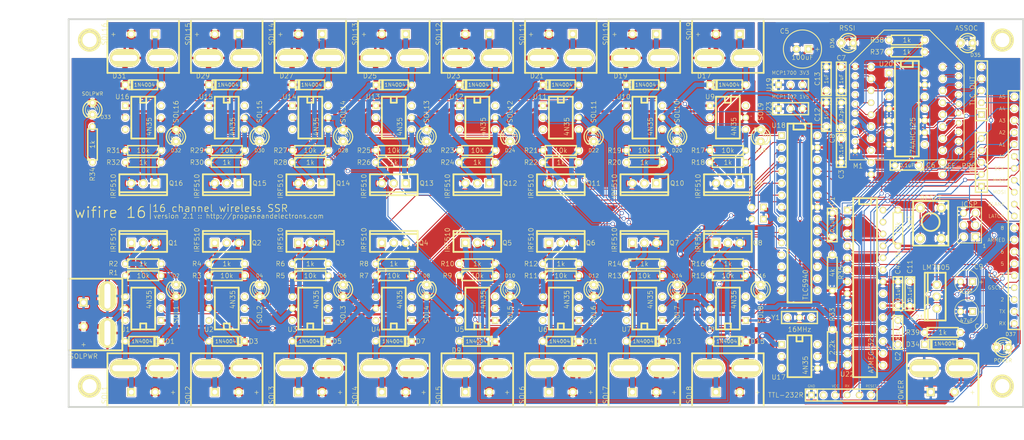
<source format=kicad_pcb>
(kicad_pcb (version 4) (host pcbnew "(2015-01-16 BZR 5376)-product")
  (title_block (title "16 channel wireless solenoid control board") (date "10 mar 2015") (rev D) (company "seth hardy :: propaneandelectrons.com"))
  (layers (0 Front signal) (31 Back signal) (34 B.Paste user) (35 F.Paste user) (36 B.SilkS user) (37 F.SilkS user) (38 B.Mask user) (39 F.Mask user) (44 Edge.Cuts user))
  (net 0 "")
  (net 1 +12V)
  (net 2 +3.3V)
  (net 3 /ARMED)
  (net 4 /BLANK)
  (net 5 /CLEAR)
  (net 6 /GSCLK)
  (net 7 /MISO)
  (net 8 /MOSI)
  (net 9 /RESET)
  (net 10 /RXD)
  (net 11 /SCK)
  (net 12 /SOL1)
  (net 13 /SOL10)
  (net 14 /SOL11)
  (net 15 /SOL12)
  (net 16 /SOL13)
  (net 17 /SOL14)
  (net 18 /SOL15)
  (net 19 /SOL16)
  (net 20 /SOL2)
  (net 21 /SOL3)
  (net 22 /SOL4)
  (net 23 /SOL5)
  (net 24 /SOL6)
  (net 25 /SOL7)
  (net 26 /SOL8)
  (net 27 /SOL9)
  (net 28 /SOLPWR+)
  (net 29 /SOLPWR-)
  (net 30 /SOUT)
  (net 31 /TXD)
  (net 32 /XLAT)
  (net 33 GND)
  (net 34 VCC)
  (net 35 "Net-(C2-Pad1)")
  (net 36 "Net-(C9-Pad1)")
  (net 37 +1.5V)
  (net 38 "Net-(D1-Pad1)")
  (net 39 "Net-(D2-Pad2)")
  (net 40 "Net-(D3-Pad1)")
  (net 41 "Net-(D4-Pad2)")
  (net 42 "Net-(D5-Pad1)")
  (net 43 "Net-(D6-Pad2)")
  (net 44 "Net-(D7-Pad1)")
  (net 45 "Net-(D8-Pad2)")
  (net 46 "Net-(D9-Pad1)")
  (net 47 "Net-(D10-Pad2)")
  (net 48 "Net-(D11-Pad1)")
  (net 49 "Net-(D12-Pad2)")
  (net 50 "Net-(D13-Pad1)")
  (net 51 "Net-(D14-Pad2)")
  (net 52 "Net-(D15-Pad1)")
  (net 53 "Net-(D16-Pad2)")
  (net 54 "Net-(D17-Pad1)")
  (net 55 "Net-(D18-Pad2)")
  (net 56 "Net-(D19-Pad1)")
  (net 57 "Net-(D20-Pad2)")
  (net 58 "Net-(D21-Pad1)")
  (net 59 "Net-(D22-Pad2)")
  (net 60 "Net-(D23-Pad1)")
  (net 61 "Net-(D24-Pad2)")
  (net 62 "Net-(D25-Pad1)")
  (net 63 "Net-(D26-Pad2)")
  (net 64 "Net-(D27-Pad1)")
  (net 65 "Net-(D28-Pad2)")
  (net 66 "Net-(D29-Pad1)")
  (net 67 "Net-(D30-Pad2)")
  (net 68 "Net-(D31-Pad1)")
  (net 69 "Net-(D32-Pad2)")
  (net 70 "Net-(D33-Pad2)")
  (net 71 "Net-(D35-Pad1)")
  (net 72 "Net-(D36-Pad1)")
  (net 73 "Net-(D37-Pad1)")
  (net 74 "Net-(M1-Pad3)")
  (net 75 "Net-(M1-Pad4)")
  (net 76 "Net-(M1-Pad5)")
  (net 77 "Net-(M1-Pad6)")
  (net 78 "Net-(M1-Pad7)")
  (net 79 "Net-(M1-Pad8)")
  (net 80 "Net-(M1-Pad9)")
  (net 81 "Net-(M1-Pad11)")
  (net 82 "Net-(M1-Pad12)")
  (net 83 "Net-(M1-Pad13)")
  (net 84 "Net-(M1-Pad14)")
  (net 85 "Net-(M1-Pad15)")
  (net 86 "Net-(M1-Pad16)")
  (net 87 "Net-(M1-Pad17)")
  (net 88 "Net-(M1-Pad18)")
  (net 89 "Net-(M1-Pad19)")
  (net 90 "Net-(M1-Pad20)")
  (net 91 "Net-(P20-Pad2)")
  (net 92 "Net-(P24-Pad1)")
  (net 93 "Net-(P24-Pad2)")
  (net 94 "Net-(P24-Pad3)")
  (net 95 "Net-(P24-Pad4)")
  (net 96 "Net-(P24-Pad5)")
  (net 97 "Net-(P24-Pad6)")
  (net 98 "Net-(P25-Pad3)")
  (net 99 "Net-(P25-Pad6)")
  (net 100 "Net-(P25-Pad7)")
  (net 101 "Net-(P26-Pad1)")
  (net 102 "Net-(Q1-PadG)")
  (net 103 "Net-(Q2-PadG)")
  (net 104 "Net-(Q3-PadG)")
  (net 105 "Net-(Q4-PadG)")
  (net 106 "Net-(Q5-PadG)")
  (net 107 "Net-(Q6-PadG)")
  (net 108 "Net-(Q7-PadG)")
  (net 109 "Net-(Q8-PadG)")
  (net 110 "Net-(Q9-PadG)")
  (net 111 "Net-(Q10-PadG)")
  (net 112 "Net-(Q11-PadG)")
  (net 113 "Net-(Q12-PadG)")
  (net 114 "Net-(Q13-PadG)")
  (net 115 "Net-(Q14-PadG)")
  (net 116 "Net-(Q15-PadG)")
  (net 117 "Net-(Q16-PadG)")
  (net 118 "Net-(R33-Pad1)")
  (net 119 "Net-(R35-Pad2)")
  (net 120 "Net-(U1-Pad3)")
  (net 121 "Net-(U1-Pad6)")
  (net 122 "Net-(U2-Pad3)")
  (net 123 "Net-(U2-Pad6)")
  (net 124 "Net-(U3-Pad3)")
  (net 125 "Net-(U3-Pad6)")
  (net 126 "Net-(U4-Pad3)")
  (net 127 "Net-(U4-Pad6)")
  (net 128 "Net-(U5-Pad3)")
  (net 129 "Net-(U5-Pad6)")
  (net 130 "Net-(U6-Pad3)")
  (net 131 "Net-(U6-Pad6)")
  (net 132 "Net-(U7-Pad3)")
  (net 133 "Net-(U7-Pad6)")
  (net 134 "Net-(U8-Pad3)")
  (net 135 "Net-(U8-Pad6)")
  (net 136 "Net-(U9-Pad3)")
  (net 137 "Net-(U9-Pad6)")
  (net 138 "Net-(U10-Pad3)")
  (net 139 "Net-(U10-Pad6)")
  (net 140 "Net-(U11-Pad3)")
  (net 141 "Net-(U11-Pad6)")
  (net 142 "Net-(U12-Pad3)")
  (net 143 "Net-(U12-Pad6)")
  (net 144 "Net-(U13-Pad3)")
  (net 145 "Net-(U13-Pad6)")
  (net 146 "Net-(U14-Pad3)")
  (net 147 "Net-(U14-Pad6)")
  (net 148 "Net-(U15-Pad3)")
  (net 149 "Net-(U15-Pad6)")
  (net 150 "Net-(U16-Pad3)")
  (net 151 "Net-(U16-Pad6)")
  (net 152 "Net-(U17-Pad3)")
  (net 153 "Net-(U17-Pad6)")
  (net 154 "Net-(U18-Pad16)")
  (net 155 "Net-(U20-Pad6)")
  (net 156 "Net-(U20-Pad8)")
  (net 157 "Net-(U22-Pad9)")
  (net 158 "Net-(U22-Pad10)")
  (net 159 "Net-(U22-Pad21)")
  (module C2 (layer Front) (at 198.12 78.74 90)
    (fp_text reference C12 (at 0 -1.905 90) (layer F.SilkS) (effects (font (size 1.016 1.016) (thickness 0.1016))))
    (fp_text value 1uF (at 0 0 90) (layer F.SilkS) (effects (font (size 0.762 0.762) (thickness 0.1016))))
    (pad 1 thru_hole circle (at -2.54 0 90) (size 1.397 1.397) (drill 0.8128) (layers *.Cu *.Mask F.SilkS) (net 34 VCC))
    (pad 2 thru_hole circle (at 2.54 0 90) (size 1.397 1.397) (drill 0.8128) (layers *.Cu *.Mask F.SilkS) (net 33 GND))
  )
  (module C2 (layer Front) (at 198.12 71.12 90)
    (fp_text reference C13 (at 0 -1.905 90) (layer F.SilkS) (effects (font (size 1.016 1.016) (thickness 0.1016))))
    (fp_text value 1uF (at 0 0 90) (layer F.SilkS) (effects (font (size 0.762 0.762) (thickness 0.1016))))
    (pad 1 thru_hole circle (at -2.54 0 90) (size 1.397 1.397) (drill 0.8128) (layers *.Cu *.Mask F.SilkS) (net 37 +1.5V))
    (pad 2 thru_hole circle (at 2.54 0 90) (size 1.397 1.397) (drill 0.8128) (layers *.Cu *.Mask F.SilkS) (net 33 GND))
  )
  (module PP-2H-5MMSCREWTERM (layer Front) (at 159.385 66.675 180)
    (fp_text reference P10 hide)
    (fp_text value SOL10 (at 8.255 5.08 270) (layer F.SilkS) (effects (font (size 1.016 1.016) (thickness 0.1016))))
    (pad 1 thru_hole oval (at -3.937 0 180) (size 6.35 3.81) (drill oval 5.334 1.27) (layers *.Cu *.Mask F.SilkS) (net 56 "Net-(D19-Pad1)"))
    (pad 2 thru_hole oval (at 3.937 0 180) (size 6.35 3.81) (drill oval 5.334 1.27) (layers *.Cu *.Mask F.SilkS) (net 28 /SOLPWR+))
    (pad 1 thru_hole rect (at -2.54 5.08 90) (size 1.778 1.778) (drill 1.016) (layers *.Cu *.Mask F.SilkS) (net 56 "Net-(D19-Pad1)"))
    (pad 2 thru_hole circle (at 2.54 5.08 90) (size 1.778 1.778) (drill 1.016) (layers *.Cu *.Mask F.SilkS) (net 28 /SOLPWR+))
  )
  (module LED-3MM (layer Front) (at 130.81 116.205 90)
    (fp_text reference D10 (at 3.175 0 180) (layer F.SilkS) (effects (font (size 0.762 0.762) (thickness 0.0889))))
    (fp_text value SOL5 (at -5.08 0 90) (layer F.SilkS) (effects (font (size 1.016 1.016) (thickness 0.1016))))
    (pad 1 thru_hole circle (at -1.27 0 90) (size 1.6764 1.6764) (drill 0.8128) (layers *.Cu *.Mask F.Paste F.SilkS) (net 28 /SOLPWR+))
    (pad 2 thru_hole circle (at 1.27 0 90) (size 1.6764 1.6764) (drill 0.8128) (layers *.Cu *.Mask F.Paste F.SilkS) (net 47 "Net-(D10-Pad2)"))
  )
  (module LED-3MM (layer Front) (at 148.59 116.205 90)
    (fp_text reference D12 (at 3.175 0 180) (layer F.SilkS) (effects (font (size 0.762 0.762) (thickness 0.0889))))
    (fp_text value SOL6 (at -5.08 0 90) (layer F.SilkS) (effects (font (size 1.016 1.016) (thickness 0.1016))))
    (pad 1 thru_hole circle (at -1.27 0 90) (size 1.6764 1.6764) (drill 0.8128) (layers *.Cu *.Mask F.Paste F.SilkS) (net 28 /SOLPWR+))
    (pad 2 thru_hole circle (at 1.27 0 90) (size 1.6764 1.6764) (drill 0.8128) (layers *.Cu *.Mask F.Paste F.SilkS) (net 49 "Net-(D12-Pad2)"))
  )
  (module LED-3MM (layer Front) (at 166.37 116.205 90)
    (fp_text reference D14 (at 3.175 0 180) (layer F.SilkS) (effects (font (size 0.762 0.762) (thickness 0.0889))))
    (fp_text value SOL7 (at -5.08 0 90) (layer F.SilkS) (effects (font (size 1.016 1.016) (thickness 0.1016))))
    (pad 1 thru_hole circle (at -1.27 0 90) (size 1.6764 1.6764) (drill 0.8128) (layers *.Cu *.Mask F.Paste F.SilkS) (net 28 /SOLPWR+))
    (pad 2 thru_hole circle (at 1.27 0 90) (size 1.6764 1.6764) (drill 0.8128) (layers *.Cu *.Mask F.Paste F.SilkS) (net 51 "Net-(D14-Pad2)"))
  )
  (module LED-3MM (layer Front) (at 184.15 116.205 90)
    (fp_text reference D16 (at 3.175 0 180) (layer F.SilkS) (effects (font (size 0.762 0.762) (thickness 0.0889))))
    (fp_text value SOL8 (at -5.08 0 90) (layer F.SilkS) (effects (font (size 1.016 1.016) (thickness 0.1016))))
    (pad 1 thru_hole circle (at -1.27 0 90) (size 1.6764 1.6764) (drill 0.8128) (layers *.Cu *.Mask F.Paste F.SilkS) (net 28 /SOLPWR+))
    (pad 2 thru_hole circle (at 1.27 0 90) (size 1.6764 1.6764) (drill 0.8128) (layers *.Cu *.Mask F.Paste F.SilkS) (net 53 "Net-(D16-Pad2)"))
  )
  (module LED-3MM (layer Front) (at 113.03 83.185 270)
    (fp_text reference D26 (at 3.175 0 360) (layer F.SilkS) (effects (font (size 0.762 0.762) (thickness 0.0889))))
    (fp_text value SOL13 (at -5.08 0 270) (layer F.SilkS) (effects (font (size 1.016 1.016) (thickness 0.1016))))
    (pad 1 thru_hole circle (at -1.27 0 270) (size 1.6764 1.6764) (drill 0.8128) (layers *.Cu *.Mask F.Paste F.SilkS) (net 28 /SOLPWR+))
    (pad 2 thru_hole circle (at 1.27 0 270) (size 1.6764 1.6764) (drill 0.8128) (layers *.Cu *.Mask F.Paste F.SilkS) (net 63 "Net-(D26-Pad2)"))
  )
  (module LED-3MM (layer Front) (at 95.25 83.185 270)
    (fp_text reference D28 (at 3.175 0 360) (layer F.SilkS) (effects (font (size 0.762 0.762) (thickness 0.0889))))
    (fp_text value SOL14 (at -5.08 0 270) (layer F.SilkS) (effects (font (size 1.016 1.016) (thickness 0.1016))))
    (pad 1 thru_hole circle (at -1.27 0 270) (size 1.6764 1.6764) (drill 0.8128) (layers *.Cu *.Mask F.Paste F.SilkS) (net 28 /SOLPWR+))
    (pad 2 thru_hole circle (at 1.27 0 270) (size 1.6764 1.6764) (drill 0.8128) (layers *.Cu *.Mask F.Paste F.SilkS) (net 65 "Net-(D28-Pad2)"))
  )
  (module LED-3MM (layer Front) (at 77.47 83.185 270)
    (fp_text reference D30 (at 3.175 0 360) (layer F.SilkS) (effects (font (size 0.762 0.762) (thickness 0.0889))))
    (fp_text value SOL15 (at -5.08 0 270) (layer F.SilkS) (effects (font (size 1.016 1.016) (thickness 0.1016))))
    (pad 1 thru_hole circle (at -1.27 0 270) (size 1.6764 1.6764) (drill 0.8128) (layers *.Cu *.Mask F.Paste F.SilkS) (net 28 /SOLPWR+))
    (pad 2 thru_hole circle (at 1.27 0 270) (size 1.6764 1.6764) (drill 0.8128) (layers *.Cu *.Mask F.Paste F.SilkS) (net 67 "Net-(D30-Pad2)"))
  )
  (module LED-3MM (layer Front) (at 59.69 83.185 270)
    (fp_text reference D32 (at 3.175 0 360) (layer F.SilkS) (effects (font (size 0.762 0.762) (thickness 0.0889))))
    (fp_text value SOL16 (at -5.08 0 270) (layer F.SilkS) (effects (font (size 1.016 1.016) (thickness 0.1016))))
    (pad 1 thru_hole circle (at -1.27 0 270) (size 1.6764 1.6764) (drill 0.8128) (layers *.Cu *.Mask F.Paste F.SilkS) (net 28 /SOLPWR+))
    (pad 2 thru_hole circle (at 1.27 0 270) (size 1.6764 1.6764) (drill 0.8128) (layers *.Cu *.Mask F.Paste F.SilkS) (net 69 "Net-(D32-Pad2)"))
  )
  (module LED-3MM (layer Front) (at 41.91 77.47 270)
    (fp_text reference D33 (at 1.778 -2.794 360) (layer F.SilkS) (effects (font (size 0.762 0.762) (thickness 0.0889))))
    (fp_text value SOLPWR (at -3.175 0 360) (layer F.SilkS) (effects (font (size 0.762 0.762) (thickness 0.0889))))
    (pad 1 thru_hole circle (at -1.27 0 270) (size 1.6764 1.6764) (drill 0.8128) (layers *.Cu *.Mask F.Paste F.SilkS) (net 28 /SOLPWR+))
    (pad 2 thru_hole circle (at 1.27 0 270) (size 1.6764 1.6764) (drill 0.8128) (layers *.Cu *.Mask F.Paste F.SilkS) (net 70 "Net-(D33-Pad2)"))
  )
  (module SIL-3 (layer Front) (at 190.5 72.39)
    (fp_text reference U19 (at -4.572 0 90) (layer F.SilkS) (effects (font (size 1.016 1.016) (thickness 0.1016))))
    (fp_text value "MCP1700 3V3" (at 0 -2.54) (layer F.SilkS) (effects (font (size 0.762 0.762) (thickness 0.0762))))
    (pad 1 thru_hole rect (at -2.54 0) (size 1.397 1.397) (drill 0.8128) (layers *.Cu *.Mask F.SilkS) (net 33 GND))
    (pad 2 thru_hole circle (at 0 0) (size 1.397 1.397) (drill 0.8128) (layers *.Cu *.Mask F.SilkS) (net 34 VCC))
    (pad 3 thru_hole circle (at 2.54 0) (size 1.397 1.397) (drill 0.8128) (layers *.Cu *.Mask F.SilkS) (net 2 +3.3V))
  )
  (module SIL-5 (layer Front) (at 231.14 72.39 90)
    (fp_text reference P19 hide)
    (fp_text value "TLC OUT" (at -1.27 -1.905 90) (layer F.SilkS) (effects (font (size 1.016 1.016) (thickness 0.1016))))
    (pad 1 thru_hole rect (at -6.35 0 90) (size 1.397 1.397) (drill 0.8128) (layers *.Cu *.Mask F.SilkS) (net 30 /SOUT))
    (pad 2 thru_hole circle (at -3.81 0 90) (size 1.397 1.397) (drill 0.8128) (layers *.Cu *.Mask F.SilkS) (net 11 /SCK))
    (pad 3 thru_hole circle (at -1.27 0 90) (size 1.397 1.397) (drill 0.8128) (layers *.Cu *.Mask F.SilkS) (net 32 /XLAT))
    (pad 4 thru_hole circle (at 1.27 0 90) (size 1.397 1.397) (drill 0.8128) (layers *.Cu *.Mask F.SilkS) (net 4 /BLANK))
    (pad 5 thru_hole circle (at 3.81 0 90) (size 1.397 1.397) (drill 0.8128) (layers *.Cu *.Mask F.SilkS) (net 6 /GSCLK))
  )
  (module SIL-8 (layer Front) (at 238.125 114.3 90)
    (fp_text reference P25 hide)
    (fp_text value PORTD hide)
    (pad 1 thru_hole circle (at -8.89 0 90) (size 1.397 1.397) (drill 0.8128) (layers *.Cu *.Mask F.SilkS) (net 10 /RXD))
    (pad 2 thru_hole circle (at -6.35 0 90) (size 1.397 1.397) (drill 0.8128) (layers *.Cu *.Mask F.SilkS) (net 31 /TXD))
    (pad 3 thru_hole circle (at -3.81 0 90) (size 1.397 1.397) (drill 0.8128) (layers *.Cu *.Mask F.SilkS) (net 98 "Net-(P25-Pad3)"))
    (pad 4 thru_hole circle (at -1.27 0 90) (size 1.397 1.397) (drill 0.8128) (layers *.Cu *.Mask F.SilkS) (net 6 /GSCLK))
    (pad 5 thru_hole circle (at 1.27 0 90) (size 1.397 1.397) (drill 0.8128) (layers *.Cu *.Mask F.SilkS) (net 5 /CLEAR))
    (pad 6 thru_hole circle (at 3.81 0 90) (size 1.397 1.397) (drill 0.8128) (layers *.Cu *.Mask F.SilkS) (net 99 "Net-(P25-Pad6)"))
    (pad 7 thru_hole circle (at 6.35 0 90) (size 1.397 1.397) (drill 0.8128) (layers *.Cu *.Mask F.SilkS) (net 100 "Net-(P25-Pad7)"))
    (pad 8 thru_hole circle (at 8.89 0 90) (size 1.397 1.397) (drill 0.8128) (layers *.Cu *.Mask F.SilkS) (net 3 /ARMED))
  )
  (module SIL-6 (layer Front) (at 238.125 96.52 90)
    (fp_text reference P26 hide)
    (fp_text value PORTB hide)
    (pad 1 thru_hole circle (at -6.35 0 90) (size 1.397 1.397) (drill 0.8128) (layers *.Cu *.Mask F.SilkS) (net 101 "Net-(P26-Pad1)"))
    (pad 2 thru_hole circle (at -3.81 0 90) (size 1.397 1.397) (drill 0.8128) (layers *.Cu *.Mask F.SilkS) (net 32 /XLAT))
    (pad 3 thru_hole circle (at -1.27 0 90) (size 1.397 1.397) (drill 0.8128) (layers *.Cu *.Mask F.SilkS) (net 4 /BLANK))
    (pad 4 thru_hole circle (at 1.27 0 90) (size 1.397 1.397) (drill 0.8128) (layers *.Cu *.Mask F.SilkS) (net 8 /MOSI))
    (pad 5 thru_hole circle (at 3.81 0 90) (size 1.397 1.397) (drill 0.8128) (layers *.Cu *.Mask F.SilkS) (net 7 /MISO))
    (pad 6 thru_hole circle (at 6.35 0 90) (size 1.397 1.397) (drill 0.8128) (layers *.Cu *.Mask F.SilkS) (net 11 /SCK))
  )
  (module SIL-6 (layer Front) (at 238.125 81.28 90)
    (fp_text reference P24 hide)
    (fp_text value PORTC hide)
    (pad 1 thru_hole circle (at -6.35 0 90) (size 1.397 1.397) (drill 0.8128) (layers *.Cu *.Mask F.SilkS) (net 92 "Net-(P24-Pad1)"))
    (pad 2 thru_hole circle (at -3.81 0 90) (size 1.397 1.397) (drill 0.8128) (layers *.Cu *.Mask F.SilkS) (net 93 "Net-(P24-Pad2)"))
    (pad 3 thru_hole circle (at -1.27 0 90) (size 1.397 1.397) (drill 0.8128) (layers *.Cu *.Mask F.SilkS) (net 94 "Net-(P24-Pad3)"))
    (pad 4 thru_hole circle (at 1.27 0 90) (size 1.397 1.397) (drill 0.8128) (layers *.Cu *.Mask F.SilkS) (net 95 "Net-(P24-Pad4)"))
    (pad 5 thru_hole circle (at 3.81 0 90) (size 1.397 1.397) (drill 0.8128) (layers *.Cu *.Mask F.SilkS) (net 96 "Net-(P24-Pad5)"))
    (pad 6 thru_hole circle (at 6.35 0 90) (size 1.397 1.397) (drill 0.8128) (layers *.Cu *.Mask F.SilkS) (net 97 "Net-(P24-Pad6)"))
  )
  (module SIL-10 (layer Front) (at 207.645 80.01 270)
    (fp_text reference P22 hide)
    (fp_text value XBEE_1 hide)
    (pad 1 thru_hole circle (at -11.43 0 270) (size 1.397 1.397) (drill 0.8128) (layers *.Cu *.Mask F.SilkS) (net 2 +3.3V))
    (pad 2 thru_hole circle (at -8.89 0 270) (size 1.397 1.397) (drill 0.8128) (layers *.Cu *.Mask F.SilkS) (net 10 /RXD))
    (pad 3 thru_hole circle (at -6.35 0 270) (size 1.397 1.397) (drill 0.8128) (layers *.Cu *.Mask F.SilkS) (net 74 "Net-(M1-Pad3)"))
    (pad 4 thru_hole circle (at -3.81 0 270) (size 1.397 1.397) (drill 0.8128) (layers *.Cu *.Mask F.SilkS) (net 75 "Net-(M1-Pad4)"))
    (pad 5 thru_hole circle (at -1.27 0 270) (size 1.397 1.397) (drill 0.8128) (layers *.Cu *.Mask F.SilkS) (net 76 "Net-(M1-Pad5)"))
    (pad 6 thru_hole circle (at 1.27 0 270) (size 1.397 1.397) (drill 0.8128) (layers *.Cu *.Mask F.SilkS) (net 77 "Net-(M1-Pad6)"))
    (pad 7 thru_hole circle (at 3.81 0 270) (size 1.397 1.397) (drill 0.8128) (layers *.Cu *.Mask F.SilkS) (net 78 "Net-(M1-Pad7)"))
    (pad 8 thru_hole circle (at 6.35 0 270) (size 1.397 1.397) (drill 0.8128) (layers *.Cu *.Mask F.SilkS) (net 79 "Net-(M1-Pad8)"))
    (pad 9 thru_hole circle (at 8.89 0 270) (size 1.397 1.397) (drill 0.8128) (layers *.Cu *.Mask F.SilkS) (net 80 "Net-(M1-Pad9)"))
    (pad 10 thru_hole circle (at 11.43 0 270) (size 1.397 1.397) (drill 0.8128) (layers *.Cu *.Mask F.SilkS) (net 33 GND))
  )
  (module SIL-10 (layer Front) (at 222.885 80.01 90)
    (fp_text reference P23 hide)
    (fp_text value XBEE_2 hide)
    (pad 1 thru_hole circle (at -11.43 0 90) (size 1.397 1.397) (drill 0.8128) (layers *.Cu *.Mask F.SilkS) (net 81 "Net-(M1-Pad11)"))
    (pad 2 thru_hole circle (at -8.89 0 90) (size 1.397 1.397) (drill 0.8128) (layers *.Cu *.Mask F.SilkS) (net 82 "Net-(M1-Pad12)"))
    (pad 3 thru_hole circle (at -6.35 0 90) (size 1.397 1.397) (drill 0.8128) (layers *.Cu *.Mask F.SilkS) (net 83 "Net-(M1-Pad13)"))
    (pad 4 thru_hole circle (at -3.81 0 90) (size 1.397 1.397) (drill 0.8128) (layers *.Cu *.Mask F.SilkS) (net 84 "Net-(M1-Pad14)"))
    (pad 5 thru_hole circle (at -1.27 0 90) (size 1.397 1.397) (drill 0.8128) (layers *.Cu *.Mask F.SilkS) (net 85 "Net-(M1-Pad15)"))
    (pad 6 thru_hole circle (at 1.27 0 90) (size 1.397 1.397) (drill 0.8128) (layers *.Cu *.Mask F.SilkS) (net 86 "Net-(M1-Pad16)"))
    (pad 7 thru_hole circle (at 3.81 0 90) (size 1.397 1.397) (drill 0.8128) (layers *.Cu *.Mask F.SilkS) (net 87 "Net-(M1-Pad17)"))
    (pad 8 thru_hole circle (at 6.35 0 90) (size 1.397 1.397) (drill 0.8128) (layers *.Cu *.Mask F.SilkS) (net 88 "Net-(M1-Pad18)"))
    (pad 9 thru_hole circle (at 8.89 0 90) (size 1.397 1.397) (drill 0.8128) (layers *.Cu *.Mask F.SilkS) (net 89 "Net-(M1-Pad19)"))
    (pad 10 thru_hole circle (at 11.43 0 90) (size 1.397 1.397) (drill 0.8128) (layers *.Cu *.Mask F.SilkS) (net 90 "Net-(M1-Pad20)"))
  )
  (module TO220GDS_VERT (layer Front) (at 106.045 106.045 90)
    (fp_text reference Q4 (at 0 6.35 180) (layer F.SilkS) (effects (font (size 1.016 1.016) (thickness 0.1016))))
    (fp_text value IRF510 (at 0.635 -6.35 90) (layer F.SilkS) (effects (font (size 1.016 1.016) (thickness 0.1016))))
    (pad G thru_hole rect (at 0 -2.54 90) (size 1.778 1.778) (drill 1.016) (layers *.Cu *.Mask F.SilkS) (net 105 "Net-(Q4-PadG)"))
    (pad D thru_hole circle (at 0 0 90) (size 1.778 1.778) (drill 1.016) (layers *.Cu *.Mask F.SilkS) (net 44 "Net-(D7-Pad1)"))
    (pad S thru_hole circle (at 0 2.54 90) (size 1.778 1.778) (drill 1.016) (layers *.Cu *.Mask F.SilkS) (net 29 /SOLPWR-))
  )
  (module TO220GDS_VERT (layer Front) (at 88.265 106.045 90)
    (fp_text reference Q3 (at 0 6.35 180) (layer F.SilkS) (effects (font (size 1.016 1.016) (thickness 0.1016))))
    (fp_text value IRF510 (at 0.635 -6.35 90) (layer F.SilkS) (effects (font (size 1.016 1.016) (thickness 0.1016))))
    (pad G thru_hole rect (at 0 -2.54 90) (size 1.778 1.778) (drill 1.016) (layers *.Cu *.Mask F.SilkS) (net 104 "Net-(Q3-PadG)"))
    (pad D thru_hole circle (at 0 0 90) (size 1.778 1.778) (drill 1.016) (layers *.Cu *.Mask F.SilkS) (net 42 "Net-(D5-Pad1)"))
    (pad S thru_hole circle (at 0 2.54 90) (size 1.778 1.778) (drill 1.016) (layers *.Cu *.Mask F.SilkS) (net 29 /SOLPWR-))
  )
  (module TO220GDS_VERT (layer Front) (at 70.485 106.045 90)
    (fp_text reference Q2 (at 0 6.35 180) (layer F.SilkS) (effects (font (size 1.016 1.016) (thickness 0.1016))))
    (fp_text value IRF510 (at 0.635 -6.35 90) (layer F.SilkS) (effects (font (size 1.016 1.016) (thickness 0.1016))))
    (pad G thru_hole rect (at 0 -2.54 90) (size 1.778 1.778) (drill 1.016) (layers *.Cu *.Mask F.SilkS) (net 103 "Net-(Q2-PadG)"))
    (pad D thru_hole circle (at 0 0 90) (size 1.778 1.778) (drill 1.016) (layers *.Cu *.Mask F.SilkS) (net 40 "Net-(D3-Pad1)"))
    (pad S thru_hole circle (at 0 2.54 90) (size 1.778 1.778) (drill 1.016) (layers *.Cu *.Mask F.SilkS) (net 29 /SOLPWR-))
  )
  (module TO220GDS_VERT (layer Front) (at 52.705 106.045 90)
    (fp_text reference Q1 (at 0 6.35 180) (layer F.SilkS) (effects (font (size 1.016 1.016) (thickness 0.1016))))
    (fp_text value IRF510 (at 0.635 -6.35 90) (layer F.SilkS) (effects (font (size 1.016 1.016) (thickness 0.1016))))
    (pad G thru_hole rect (at 0 -2.54 90) (size 1.778 1.778) (drill 1.016) (layers *.Cu *.Mask F.SilkS) (net 102 "Net-(Q1-PadG)"))
    (pad D thru_hole circle (at 0 0 90) (size 1.778 1.778) (drill 1.016) (layers *.Cu *.Mask F.SilkS) (net 38 "Net-(D1-Pad1)"))
    (pad S thru_hole circle (at 0 2.54 90) (size 1.778 1.778) (drill 1.016) (layers *.Cu *.Mask F.SilkS) (net 29 /SOLPWR-))
  )
  (module SIL-3 (layer Front) (at 192.405 121.92)
    (fp_text reference Y1 (at -5.08 0) (layer F.SilkS) (effects (font (size 1.016 1.016) (thickness 0.1016))))
    (fp_text value 16MHz (at 0 2.54) (layer F.SilkS) (effects (font (size 1.016 1.016) (thickness 0.1016))))
    (pad 1 thru_hole circle (at -2.54 0) (size 1.397 1.397) (drill 0.8128) (layers *.Cu *.Mask F.SilkS) (net 157 "Net-(U22-Pad9)"))
    (pad 2 thru_hole circle (at 0 0) (size 1.397 1.397) (drill 0.8128) (layers *.Cu *.Mask F.SilkS) (net 33 GND))
    (pad 3 thru_hole circle (at 2.54 0) (size 1.397 1.397) (drill 0.8128) (layers *.Cu *.Mask F.SilkS) (net 158 "Net-(U22-Pad10)"))
  )
  (module C2 (layer Front) (at 201.295 86.36 270)
    (fp_text reference C3 (at 5.08 0 270) (layer F.SilkS) (effects (font (size 1.016 1.016) (thickness 0.1016))))
    (fp_text value 0.1uF (at 0 0 270) (layer F.SilkS) (effects (font (size 0.762 0.762) (thickness 0.1016))))
    (pad 1 thru_hole circle (at -2.54 0 270) (size 1.397 1.397) (drill 0.8128) (layers *.Cu *.Mask F.SilkS) (net 2 +3.3V))
    (pad 2 thru_hole circle (at 2.54 0 270) (size 1.397 1.397) (drill 0.8128) (layers *.Cu *.Mask F.SilkS) (net 33 GND))
  )
  (module C2 (layer Front) (at 215.265 89.535 180)
    (fp_text reference C6 (at -5.08 0 180) (layer F.SilkS) (effects (font (size 1.016 1.016) (thickness 0.1016))))
    (fp_text value 0.1uF (at 0 0 180) (layer F.SilkS) (effects (font (size 0.762 0.762) (thickness 0.1016))))
    (pad 1 thru_hole circle (at -2.54 0 180) (size 1.397 1.397) (drill 0.8128) (layers *.Cu *.Mask F.SilkS) (net 2 +3.3V))
    (pad 2 thru_hole circle (at 2.54 0 180) (size 1.397 1.397) (drill 0.8128) (layers *.Cu *.Mask F.SilkS) (net 33 GND))
  )
  (module C2 (layer Front) (at 201.295 71.12 90)
    (fp_text reference C7 (at 4.445 0 180) (layer F.SilkS) (effects (font (size 1.016 1.016) (thickness 0.1016))))
    (fp_text value 1uF (at 0 0 90) (layer F.SilkS) (effects (font (size 0.762 0.762) (thickness 0.1016))))
    (pad 1 thru_hole circle (at -2.54 0 90) (size 1.397 1.397) (drill 0.8128) (layers *.Cu *.Mask F.SilkS) (net 33 GND))
    (pad 2 thru_hole circle (at 2.54 0 90) (size 1.397 1.397) (drill 0.8128) (layers *.Cu *.Mask F.SilkS) (net 2 +3.3V))
  )
  (module C2 (layer Front) (at 213.36 125.095 270)
    (fp_text reference C2 (at 5.08 0 270) (layer F.SilkS) (effects (font (size 1.016 1.016) (thickness 0.1016))))
    (fp_text value 0.1uF (at 0 0 270) (layer F.SilkS) (effects (font (size 0.762 0.762) (thickness 0.1016))))
    (pad 1 thru_hole circle (at -2.54 0 270) (size 1.397 1.397) (drill 0.8128) (layers *.Cu *.Mask F.SilkS) (net 35 "Net-(C2-Pad1)"))
    (pad 2 thru_hole circle (at 2.54 0 270) (size 1.397 1.397) (drill 0.8128) (layers *.Cu *.Mask F.SilkS) (net 9 /RESET))
  )
  (module C2 (layer Front) (at 199.39 102.235 90)
    (fp_text reference C1 (at 5.08 0 90) (layer F.SilkS) (effects (font (size 1.016 1.016) (thickness 0.1016))))
    (fp_text value 0.1uF (at 0 0 90) (layer F.SilkS) (effects (font (size 0.762 0.762) (thickness 0.1016))))
    (pad 1 thru_hole circle (at -2.54 0 90) (size 1.397 1.397) (drill 0.8128) (layers *.Cu *.Mask F.SilkS) (net 34 VCC))
    (pad 2 thru_hole circle (at 2.54 0 90) (size 1.397 1.397) (drill 0.8128) (layers *.Cu *.Mask F.SilkS) (net 33 GND))
  )
  (module C2 (layer Front) (at 215.9 116.84 270)
    (fp_text reference C11 (at -5.715 0 270) (layer F.SilkS) (effects (font (size 1.016 1.016) (thickness 0.1016))))
    (fp_text value 0.1uF (at 0 0 270) (layer F.SilkS) (effects (font (size 0.762 0.762) (thickness 0.1016))))
    (pad 1 thru_hole circle (at -2.54 0 270) (size 1.397 1.397) (drill 0.8128) (layers *.Cu *.Mask F.SilkS) (net 34 VCC))
    (pad 2 thru_hole circle (at 2.54 0 270) (size 1.397 1.397) (drill 0.8128) (layers *.Cu *.Mask F.SilkS) (net 33 GND))
  )
  (module D3 (layer Front) (at 52.705 72.39 180)
    (fp_text reference D31 (at 5.08 1.905 180) (layer F.SilkS) (effects (font (size 1.016 1.016) (thickness 0.1016))))
    (fp_text value 1N4004 (at -0.254 0 180) (layer F.SilkS) (effects (font (size 0.762 0.762) (thickness 0.1016))))
    (pad 2 thru_hole rect (at 3.81 0 180) (size 1.524 1.524) (drill 1.016) (layers *.Cu *.Mask F.SilkS) (net 28 /SOLPWR+))
    (pad 1 thru_hole circle (at -3.81 0 180) (size 1.524 1.524) (drill 1.016) (layers *.Cu *.Mask F.SilkS) (net 68 "Net-(D31-Pad1)"))
  )
  (module D3 (layer Front) (at 70.485 72.39 180)
    (fp_text reference D29 (at 5.08 1.905 180) (layer F.SilkS) (effects (font (size 1.016 1.016) (thickness 0.1016))))
    (fp_text value 1N4004 (at -0.254 0 180) (layer F.SilkS) (effects (font (size 0.762 0.762) (thickness 0.1016))))
    (pad 2 thru_hole rect (at 3.81 0 180) (size 1.524 1.524) (drill 1.016) (layers *.Cu *.Mask F.SilkS) (net 28 /SOLPWR+))
    (pad 1 thru_hole circle (at -3.81 0 180) (size 1.524 1.524) (drill 1.016) (layers *.Cu *.Mask F.SilkS) (net 66 "Net-(D29-Pad1)"))
  )
  (module D3 (layer Front) (at 222.885 127.635 180)
    (fp_text reference D34 (at 6.35 0 180) (layer F.SilkS) (effects (font (size 1.016 1.016) (thickness 0.1016))))
    (fp_text value 1N4004 (at -0.381 0.127 180) (layer F.SilkS) (effects (font (size 0.762 0.762) (thickness 0.1016))))
    (pad 2 thru_hole rect (at 3.81 0 180) (size 1.524 1.524) (drill 1.016) (layers *.Cu *.Mask F.SilkS) (net 36 "Net-(C9-Pad1)"))
    (pad 1 thru_hole circle (at -3.81 0 180) (size 1.524 1.524) (drill 1.016) (layers *.Cu *.Mask F.SilkS) (net 1 +12V))
  )
  (module D3 (layer Front) (at 141.605 127)
    (fp_text reference D11 (at 6.35 0) (layer F.SilkS) (effects (font (size 1.016 1.016) (thickness 0.1016))))
    (fp_text value 1N4004 (at -0.254 0) (layer F.SilkS) (effects (font (size 0.762 0.762) (thickness 0.1016))))
    (pad 2 thru_hole rect (at 3.81 0) (size 1.524 1.524) (drill 1.016) (layers *.Cu *.Mask F.SilkS) (net 28 /SOLPWR+))
    (pad 1 thru_hole circle (at -3.81 0) (size 1.524 1.524) (drill 1.016) (layers *.Cu *.Mask F.SilkS) (net 48 "Net-(D11-Pad1)"))
  )
  (module D3 (layer Front) (at 88.265 72.39 180)
    (fp_text reference D27 (at 5.08 1.905 180) (layer F.SilkS) (effects (font (size 1.016 1.016) (thickness 0.1016))))
    (fp_text value 1N4004 (at -0.254 0 180) (layer F.SilkS) (effects (font (size 0.762 0.762) (thickness 0.1016))))
    (pad 2 thru_hole rect (at 3.81 0 180) (size 1.524 1.524) (drill 1.016) (layers *.Cu *.Mask F.SilkS) (net 28 /SOLPWR+))
    (pad 1 thru_hole circle (at -3.81 0 180) (size 1.524 1.524) (drill 1.016) (layers *.Cu *.Mask F.SilkS) (net 64 "Net-(D27-Pad1)"))
  )
  (module D3 (layer Front) (at 177.165 72.39 180)
    (fp_text reference D17 (at 5.08 1.905 180) (layer F.SilkS) (effects (font (size 1.016 1.016) (thickness 0.1016))))
    (fp_text value 1N4004 (at -0.254 0 180) (layer F.SilkS) (effects (font (size 0.762 0.762) (thickness 0.1016))))
    (pad 2 thru_hole rect (at 3.81 0 180) (size 1.524 1.524) (drill 1.016) (layers *.Cu *.Mask F.SilkS) (net 28 /SOLPWR+))
    (pad 1 thru_hole circle (at -3.81 0 180) (size 1.524 1.524) (drill 1.016) (layers *.Cu *.Mask F.SilkS) (net 54 "Net-(D17-Pad1)"))
  )
  (module D3 (layer Front) (at 177.165 127)
    (fp_text reference D15 (at 6.35 0) (layer F.SilkS) (effects (font (size 1.016 1.016) (thickness 0.1016))))
    (fp_text value 1N4004 (at -0.254 0) (layer F.SilkS) (effects (font (size 0.762 0.762) (thickness 0.1016))))
    (pad 2 thru_hole rect (at 3.81 0) (size 1.524 1.524) (drill 1.016) (layers *.Cu *.Mask F.SilkS) (net 28 /SOLPWR+))
    (pad 1 thru_hole circle (at -3.81 0) (size 1.524 1.524) (drill 1.016) (layers *.Cu *.Mask F.SilkS) (net 52 "Net-(D15-Pad1)"))
  )
  (module D3 (layer Front) (at 159.385 127)
    (fp_text reference D13 (at 6.35 0) (layer F.SilkS) (effects (font (size 1.016 1.016) (thickness 0.1016))))
    (fp_text value 1N4004 (at -0.254 0) (layer F.SilkS) (effects (font (size 0.762 0.762) (thickness 0.1016))))
    (pad 2 thru_hole rect (at 3.81 0) (size 1.524 1.524) (drill 1.016) (layers *.Cu *.Mask F.SilkS) (net 28 /SOLPWR+))
    (pad 1 thru_hole circle (at -3.81 0) (size 1.524 1.524) (drill 1.016) (layers *.Cu *.Mask F.SilkS) (net 50 "Net-(D13-Pad1)"))
  )
  (module DIP-28__300 (layer Front) (at 206.375 115.57 270)
    (fp_text reference U22 (at 18.415 3.81 360) (layer F.SilkS) (effects (font (size 1.016 1.016) (thickness 0.1016))))
    (fp_text value ATMEGA328 (at 13.97 -1.27 270) (layer F.SilkS) (effects (font (size 1.016 1.016) (thickness 0.1016))))
    (pad 2 thru_hole circle (at -13.97 3.81 270) (size 1.397 1.397) (drill 0.8128) (layers *.Cu *.Mask F.SilkS) (net 10 /RXD))
    (pad 3 thru_hole circle (at -11.43 3.81 270) (size 1.397 1.397) (drill 0.8128) (layers *.Cu *.Mask F.SilkS) (net 31 /TXD))
    (pad 4 thru_hole circle (at -8.89 3.81 270) (size 1.397 1.397) (drill 0.8128) (layers *.Cu *.Mask F.SilkS) (net 98 "Net-(P25-Pad3)"))
    (pad 5 thru_hole circle (at -6.35 3.81 270) (size 1.397 1.397) (drill 0.8128) (layers *.Cu *.Mask F.SilkS) (net 6 /GSCLK))
    (pad 6 thru_hole circle (at -3.81 3.81 270) (size 1.397 1.397) (drill 0.8128) (layers *.Cu *.Mask F.SilkS) (net 5 /CLEAR))
    (pad 7 thru_hole circle (at -1.27 3.81 270) (size 1.397 1.397) (drill 0.8128) (layers *.Cu *.Mask F.SilkS) (net 34 VCC))
    (pad 8 thru_hole circle (at 1.27 3.81 270) (size 1.397 1.397) (drill 0.8128) (layers *.Cu *.Mask F.SilkS) (net 33 GND))
    (pad 9 thru_hole circle (at 3.81 3.81 270) (size 1.397 1.397) (drill 0.8128) (layers *.Cu *.Mask F.SilkS) (net 157 "Net-(U22-Pad9)"))
    (pad 10 thru_hole circle (at 6.35 3.81 270) (size 1.397 1.397) (drill 0.8128) (layers *.Cu *.Mask F.SilkS) (net 158 "Net-(U22-Pad10)"))
    (pad 11 thru_hole circle (at 8.89 3.81 270) (size 1.397 1.397) (drill 0.8128) (layers *.Cu *.Mask F.SilkS) (net 99 "Net-(P25-Pad6)"))
    (pad 12 thru_hole circle (at 11.43 3.81 270) (size 1.397 1.397) (drill 0.8128) (layers *.Cu *.Mask F.SilkS) (net 100 "Net-(P25-Pad7)"))
    (pad 13 thru_hole circle (at 13.97 3.81 270) (size 1.397 1.397) (drill 0.8128) (layers *.Cu *.Mask F.SilkS) (net 3 /ARMED))
    (pad 14 thru_hole circle (at 16.51 3.81 270) (size 1.397 1.397) (drill 0.8128) (layers *.Cu *.Mask F.SilkS) (net 101 "Net-(P26-Pad1)"))
    (pad 1 thru_hole rect (at -16.51 3.81 270) (size 1.397 1.397) (drill 0.8128) (layers *.Cu *.Mask F.SilkS) (net 9 /RESET))
    (pad 15 thru_hole circle (at 16.51 -3.81 270) (size 1.397 1.397) (drill 0.8128) (layers *.Cu *.Mask F.SilkS) (net 32 /XLAT))
    (pad 16 thru_hole circle (at 13.97 -3.81 270) (size 1.397 1.397) (drill 0.8128) (layers *.Cu *.Mask F.SilkS) (net 4 /BLANK))
    (pad 17 thru_hole circle (at 11.43 -3.81 270) (size 1.397 1.397) (drill 0.8128) (layers *.Cu *.Mask F.SilkS) (net 8 /MOSI))
    (pad 18 thru_hole circle (at 8.89 -3.81 270) (size 1.397 1.397) (drill 0.8128) (layers *.Cu *.Mask F.SilkS) (net 7 /MISO))
    (pad 19 thru_hole circle (at 6.35 -3.81 270) (size 1.397 1.397) (drill 0.8128) (layers *.Cu *.Mask F.SilkS) (net 11 /SCK))
    (pad 20 thru_hole circle (at 3.81 -3.81 270) (size 1.397 1.397) (drill 0.8128) (layers *.Cu *.Mask F.SilkS) (net 34 VCC))
    (pad 21 thru_hole circle (at 1.27 -3.81 270) (size 1.397 1.397) (drill 0.8128) (layers *.Cu *.Mask F.SilkS) (net 159 "Net-(U22-Pad21)"))
    (pad 22 thru_hole circle (at -1.27 -3.81 270) (size 1.397 1.397) (drill 0.8128) (layers *.Cu *.Mask F.SilkS) (net 33 GND))
    (pad 23 thru_hole circle (at -3.81 -3.81 270) (size 1.397 1.397) (drill 0.8128) (layers *.Cu *.Mask F.SilkS) (net 92 "Net-(P24-Pad1)"))
    (pad 24 thru_hole circle (at -6.35 -3.81 270) (size 1.397 1.397) (drill 0.8128) (layers *.Cu *.Mask F.SilkS) (net 93 "Net-(P24-Pad2)"))
    (pad 25 thru_hole circle (at -8.89 -3.81 270) (size 1.397 1.397) (drill 0.8128) (layers *.Cu *.Mask F.SilkS) (net 94 "Net-(P24-Pad3)"))
    (pad 26 thru_hole circle (at -11.43 -3.81 270) (size 1.397 1.397) (drill 0.8128) (layers *.Cu *.Mask F.SilkS) (net 95 "Net-(P24-Pad4)"))
    (pad 27 thru_hole circle (at -13.97 -3.81 270) (size 1.397 1.397) (drill 0.8128) (layers *.Cu *.Mask F.SilkS) (net 96 "Net-(P24-Pad5)"))
    (pad 28 thru_hole circle (at -16.51 -3.81 270) (size 1.397 1.397) (drill 0.8128) (layers *.Cu *.Mask F.SilkS) (net 97 "Net-(P24-Pad6)"))
  )
  (module DIP-6__300 (layer Front) (at 123.825 79.375 270)
    (fp_text reference U12 (at -4.445 4.445 360) (layer F.SilkS) (effects (font (size 1.016 1.016) (thickness 0.1016))))
    (fp_text value 4N35 (at 1.905 -1.27 270) (layer F.SilkS) (effects (font (size 1.016 1.016) (thickness 0.1016))))
    (pad 1 thru_hole rect (at -2.54 3.81 270) (size 1.397 1.397) (drill 0.8128) (layers *.Cu *.Mask F.SilkS) (net 37 +1.5V))
    (pad 2 thru_hole circle (at 0 3.81 270) (size 1.397 1.397) (drill 0.8128) (layers *.Cu *.Mask F.SilkS) (net 15 /SOL12))
    (pad 3 thru_hole circle (at 2.54 3.81 270) (size 1.397 1.397) (drill 0.8128) (layers *.Cu *.Mask F.SilkS) (net 142 "Net-(U12-Pad3)"))
    (pad 4 thru_hole circle (at 2.54 -3.81 270) (size 1.397 1.397) (drill 0.8128) (layers *.Cu *.Mask F.SilkS) (net 113 "Net-(Q12-PadG)"))
    (pad 5 thru_hole circle (at 0 -3.81 270) (size 1.397 1.397) (drill 0.8128) (layers *.Cu *.Mask F.SilkS) (net 28 /SOLPWR+))
    (pad 6 thru_hole circle (at -2.54 -3.81 270) (size 1.397 1.397) (drill 0.8128) (layers *.Cu *.Mask F.SilkS) (net 143 "Net-(U12-Pad6)"))
  )
  (module DIP-6__300 (layer Front) (at 141.605 79.375 270)
    (fp_text reference U11 (at -4.445 4.445 360) (layer F.SilkS) (effects (font (size 1.016 1.016) (thickness 0.1016))))
    (fp_text value 4N35 (at 1.905 -1.27 270) (layer F.SilkS) (effects (font (size 1.016 1.016) (thickness 0.1016))))
    (pad 1 thru_hole rect (at -2.54 3.81 270) (size 1.397 1.397) (drill 0.8128) (layers *.Cu *.Mask F.SilkS) (net 37 +1.5V))
    (pad 2 thru_hole circle (at 0 3.81 270) (size 1.397 1.397) (drill 0.8128) (layers *.Cu *.Mask F.SilkS) (net 14 /SOL11))
    (pad 3 thru_hole circle (at 2.54 3.81 270) (size 1.397 1.397) (drill 0.8128) (layers *.Cu *.Mask F.SilkS) (net 140 "Net-(U11-Pad3)"))
    (pad 4 thru_hole circle (at 2.54 -3.81 270) (size 1.397 1.397) (drill 0.8128) (layers *.Cu *.Mask F.SilkS) (net 112 "Net-(Q11-PadG)"))
    (pad 5 thru_hole circle (at 0 -3.81 270) (size 1.397 1.397) (drill 0.8128) (layers *.Cu *.Mask F.SilkS) (net 28 /SOLPWR+))
    (pad 6 thru_hole circle (at -2.54 -3.81 270) (size 1.397 1.397) (drill 0.8128) (layers *.Cu *.Mask F.SilkS) (net 141 "Net-(U11-Pad6)"))
  )
  (module DIP-6__300 (layer Front) (at 159.385 79.375 270)
    (fp_text reference U10 (at -4.445 4.445 360) (layer F.SilkS) (effects (font (size 1.016 1.016) (thickness 0.1016))))
    (fp_text value 4N35 (at 1.905 -1.27 270) (layer F.SilkS) (effects (font (size 1.016 1.016) (thickness 0.1016))))
    (pad 1 thru_hole rect (at -2.54 3.81 270) (size 1.397 1.397) (drill 0.8128) (layers *.Cu *.Mask F.SilkS) (net 37 +1.5V))
    (pad 2 thru_hole circle (at 0 3.81 270) (size 1.397 1.397) (drill 0.8128) (layers *.Cu *.Mask F.SilkS) (net 13 /SOL10))
    (pad 3 thru_hole circle (at 2.54 3.81 270) (size 1.397 1.397) (drill 0.8128) (layers *.Cu *.Mask F.SilkS) (net 138 "Net-(U10-Pad3)"))
    (pad 4 thru_hole circle (at 2.54 -3.81 270) (size 1.397 1.397) (drill 0.8128) (layers *.Cu *.Mask F.SilkS) (net 111 "Net-(Q10-PadG)"))
    (pad 5 thru_hole circle (at 0 -3.81 270) (size 1.397 1.397) (drill 0.8128) (layers *.Cu *.Mask F.SilkS) (net 28 /SOLPWR+))
    (pad 6 thru_hole circle (at -2.54 -3.81 270) (size 1.397 1.397) (drill 0.8128) (layers *.Cu *.Mask F.SilkS) (net 139 "Net-(U10-Pad6)"))
  )
  (module DIP-6__300 (layer Front) (at 70.485 79.375 270)
    (fp_text reference U15 (at -4.445 4.445 360) (layer F.SilkS) (effects (font (size 1.016 1.016) (thickness 0.1016))))
    (fp_text value 4N35 (at 1.905 -1.27 270) (layer F.SilkS) (effects (font (size 1.016 1.016) (thickness 0.1016))))
    (pad 1 thru_hole rect (at -2.54 3.81 270) (size 1.397 1.397) (drill 0.8128) (layers *.Cu *.Mask F.SilkS) (net 37 +1.5V))
    (pad 2 thru_hole circle (at 0 3.81 270) (size 1.397 1.397) (drill 0.8128) (layers *.Cu *.Mask F.SilkS) (net 18 /SOL15))
    (pad 3 thru_hole circle (at 2.54 3.81 270) (size 1.397 1.397) (drill 0.8128) (layers *.Cu *.Mask F.SilkS) (net 148 "Net-(U15-Pad3)"))
    (pad 4 thru_hole circle (at 2.54 -3.81 270) (size 1.397 1.397) (drill 0.8128) (layers *.Cu *.Mask F.SilkS) (net 116 "Net-(Q15-PadG)"))
    (pad 5 thru_hole circle (at 0 -3.81 270) (size 1.397 1.397) (drill 0.8128) (layers *.Cu *.Mask F.SilkS) (net 28 /SOLPWR+))
    (pad 6 thru_hole circle (at -2.54 -3.81 270) (size 1.397 1.397) (drill 0.8128) (layers *.Cu *.Mask F.SilkS) (net 149 "Net-(U15-Pad6)"))
  )
  (module DIP-6__300 (layer Front) (at 177.165 120.015 90)
    (fp_text reference U8 (at -4.445 -3.81 180) (layer F.SilkS) (effects (font (size 1.016 1.016) (thickness 0.1016))))
    (fp_text value 4N35 (at 1.905 1.27 90) (layer F.SilkS) (effects (font (size 1.016 1.016) (thickness 0.1016))))
    (pad 1 thru_hole rect (at -2.54 3.81 90) (size 1.397 1.397) (drill 0.8128) (layers *.Cu *.Mask F.SilkS) (net 37 +1.5V))
    (pad 2 thru_hole circle (at 0 3.81 90) (size 1.397 1.397) (drill 0.8128) (layers *.Cu *.Mask F.SilkS) (net 26 /SOL8))
    (pad 3 thru_hole circle (at 2.54 3.81 90) (size 1.397 1.397) (drill 0.8128) (layers *.Cu *.Mask F.SilkS) (net 134 "Net-(U8-Pad3)"))
    (pad 4 thru_hole circle (at 2.54 -3.81 90) (size 1.397 1.397) (drill 0.8128) (layers *.Cu *.Mask F.SilkS) (net 109 "Net-(Q8-PadG)"))
    (pad 5 thru_hole circle (at 0 -3.81 90) (size 1.397 1.397) (drill 0.8128) (layers *.Cu *.Mask F.SilkS) (net 28 /SOLPWR+))
    (pad 6 thru_hole circle (at -2.54 -3.81 90) (size 1.397 1.397) (drill 0.8128) (layers *.Cu *.Mask F.SilkS) (net 135 "Net-(U8-Pad6)"))
  )
  (module DIP-6__300 (layer Front) (at 106.045 79.375 270)
    (fp_text reference U13 (at -4.445 4.445 360) (layer F.SilkS) (effects (font (size 1.016 1.016) (thickness 0.1016))))
    (fp_text value 4N35 (at 1.905 -1.27 270) (layer F.SilkS) (effects (font (size 1.016 1.016) (thickness 0.1016))))
    (pad 1 thru_hole rect (at -2.54 3.81 270) (size 1.397 1.397) (drill 0.8128) (layers *.Cu *.Mask F.SilkS) (net 37 +1.5V))
    (pad 2 thru_hole circle (at 0 3.81 270) (size 1.397 1.397) (drill 0.8128) (layers *.Cu *.Mask F.SilkS) (net 16 /SOL13))
    (pad 3 thru_hole circle (at 2.54 3.81 270) (size 1.397 1.397) (drill 0.8128) (layers *.Cu *.Mask F.SilkS) (net 144 "Net-(U13-Pad3)"))
    (pad 4 thru_hole circle (at 2.54 -3.81 270) (size 1.397 1.397) (drill 0.8128) (layers *.Cu *.Mask F.SilkS) (net 114 "Net-(Q13-PadG)"))
    (pad 5 thru_hole circle (at 0 -3.81 270) (size 1.397 1.397) (drill 0.8128) (layers *.Cu *.Mask F.SilkS) (net 28 /SOLPWR+))
    (pad 6 thru_hole circle (at -2.54 -3.81 270) (size 1.397 1.397) (drill 0.8128) (layers *.Cu *.Mask F.SilkS) (net 145 "Net-(U13-Pad6)"))
  )
  (module DIP-6__300 (layer Front) (at 88.265 79.375 270)
    (fp_text reference U14 (at -4.445 4.445 360) (layer F.SilkS) (effects (font (size 1.016 1.016) (thickness 0.1016))))
    (fp_text value 4N35 (at 1.905 -1.27 270) (layer F.SilkS) (effects (font (size 1.016 1.016) (thickness 0.1016))))
    (pad 1 thru_hole rect (at -2.54 3.81 270) (size 1.397 1.397) (drill 0.8128) (layers *.Cu *.Mask F.SilkS) (net 37 +1.5V))
    (pad 2 thru_hole circle (at 0 3.81 270) (size 1.397 1.397) (drill 0.8128) (layers *.Cu *.Mask F.SilkS) (net 17 /SOL14))
    (pad 3 thru_hole circle (at 2.54 3.81 270) (size 1.397 1.397) (drill 0.8128) (layers *.Cu *.Mask F.SilkS) (net 146 "Net-(U14-Pad3)"))
    (pad 4 thru_hole circle (at 2.54 -3.81 270) (size 1.397 1.397) (drill 0.8128) (layers *.Cu *.Mask F.SilkS) (net 115 "Net-(Q14-PadG)"))
    (pad 5 thru_hole circle (at 0 -3.81 270) (size 1.397 1.397) (drill 0.8128) (layers *.Cu *.Mask F.SilkS) (net 28 /SOLPWR+))
    (pad 6 thru_hole circle (at -2.54 -3.81 270) (size 1.397 1.397) (drill 0.8128) (layers *.Cu *.Mask F.SilkS) (net 147 "Net-(U14-Pad6)"))
  )
  (module DIP-6__300 (layer Front) (at 159.385 120.015 90)
    (fp_text reference U7 (at -4.445 -3.81 180) (layer F.SilkS) (effects (font (size 1.016 1.016) (thickness 0.1016))))
    (fp_text value 4N35 (at 1.905 1.27 90) (layer F.SilkS) (effects (font (size 1.016 1.016) (thickness 0.1016))))
    (pad 1 thru_hole rect (at -2.54 3.81 90) (size 1.397 1.397) (drill 0.8128) (layers *.Cu *.Mask F.SilkS) (net 37 +1.5V))
    (pad 2 thru_hole circle (at 0 3.81 90) (size 1.397 1.397) (drill 0.8128) (layers *.Cu *.Mask F.SilkS) (net 25 /SOL7))
    (pad 3 thru_hole circle (at 2.54 3.81 90) (size 1.397 1.397) (drill 0.8128) (layers *.Cu *.Mask F.SilkS) (net 132 "Net-(U7-Pad3)"))
    (pad 4 thru_hole circle (at 2.54 -3.81 90) (size 1.397 1.397) (drill 0.8128) (layers *.Cu *.Mask F.SilkS) (net 108 "Net-(Q7-PadG)"))
    (pad 5 thru_hole circle (at 0 -3.81 90) (size 1.397 1.397) (drill 0.8128) (layers *.Cu *.Mask F.SilkS) (net 28 /SOLPWR+))
    (pad 6 thru_hole circle (at -2.54 -3.81 90) (size 1.397 1.397) (drill 0.8128) (layers *.Cu *.Mask F.SilkS) (net 133 "Net-(U7-Pad6)"))
  )
  (module DIP-6__300 (layer Front) (at 141.605 120.015 90)
    (fp_text reference U6 (at -4.445 -3.81 180) (layer F.SilkS) (effects (font (size 1.016 1.016) (thickness 0.1016))))
    (fp_text value 4N35 (at 1.905 1.27 90) (layer F.SilkS) (effects (font (size 1.016 1.016) (thickness 0.1016))))
    (pad 1 thru_hole rect (at -2.54 3.81 90) (size 1.397 1.397) (drill 0.8128) (layers *.Cu *.Mask F.SilkS) (net 37 +1.5V))
    (pad 2 thru_hole circle (at 0 3.81 90) (size 1.397 1.397) (drill 0.8128) (layers *.Cu *.Mask F.SilkS) (net 24 /SOL6))
    (pad 3 thru_hole circle (at 2.54 3.81 90) (size 1.397 1.397) (drill 0.8128) (layers *.Cu *.Mask F.SilkS) (net 130 "Net-(U6-Pad3)"))
    (pad 4 thru_hole circle (at 2.54 -3.81 90) (size 1.397 1.397) (drill 0.8128) (layers *.Cu *.Mask F.SilkS) (net 107 "Net-(Q6-PadG)"))
    (pad 5 thru_hole circle (at 0 -3.81 90) (size 1.397 1.397) (drill 0.8128) (layers *.Cu *.Mask F.SilkS) (net 28 /SOLPWR+))
    (pad 6 thru_hole circle (at -2.54 -3.81 90) (size 1.397 1.397) (drill 0.8128) (layers *.Cu *.Mask F.SilkS) (net 131 "Net-(U6-Pad6)"))
  )
  (module DIP-6__300 (layer Front) (at 52.705 79.375 270)
    (fp_text reference U16 (at -4.445 4.445 360) (layer F.SilkS) (effects (font (size 1.016 1.016) (thickness 0.1016))))
    (fp_text value 4N35 (at 1.905 -1.27 270) (layer F.SilkS) (effects (font (size 1.016 1.016) (thickness 0.1016))))
    (pad 1 thru_hole rect (at -2.54 3.81 270) (size 1.397 1.397) (drill 0.8128) (layers *.Cu *.Mask F.SilkS) (net 37 +1.5V))
    (pad 2 thru_hole circle (at 0 3.81 270) (size 1.397 1.397) (drill 0.8128) (layers *.Cu *.Mask F.SilkS) (net 19 /SOL16))
    (pad 3 thru_hole circle (at 2.54 3.81 270) (size 1.397 1.397) (drill 0.8128) (layers *.Cu *.Mask F.SilkS) (net 150 "Net-(U16-Pad3)"))
    (pad 4 thru_hole circle (at 2.54 -3.81 270) (size 1.397 1.397) (drill 0.8128) (layers *.Cu *.Mask F.SilkS) (net 117 "Net-(Q16-PadG)"))
    (pad 5 thru_hole circle (at 0 -3.81 270) (size 1.397 1.397) (drill 0.8128) (layers *.Cu *.Mask F.SilkS) (net 28 /SOLPWR+))
    (pad 6 thru_hole circle (at -2.54 -3.81 270) (size 1.397 1.397) (drill 0.8128) (layers *.Cu *.Mask F.SilkS) (net 151 "Net-(U16-Pad6)"))
  )
  (module DIP-6__300 (layer Front) (at 123.825 120.015 90)
    (fp_text reference U5 (at -4.445 -3.81 180) (layer F.SilkS) (effects (font (size 1.016 1.016) (thickness 0.1016))))
    (fp_text value 4N35 (at 1.905 1.27 90) (layer F.SilkS) (effects (font (size 1.016 1.016) (thickness 0.1016))))
    (pad 1 thru_hole rect (at -2.54 3.81 90) (size 1.397 1.397) (drill 0.8128) (layers *.Cu *.Mask F.SilkS) (net 37 +1.5V))
    (pad 2 thru_hole circle (at 0 3.81 90) (size 1.397 1.397) (drill 0.8128) (layers *.Cu *.Mask F.SilkS) (net 23 /SOL5))
    (pad 3 thru_hole circle (at 2.54 3.81 90) (size 1.397 1.397) (drill 0.8128) (layers *.Cu *.Mask F.SilkS) (net 128 "Net-(U5-Pad3)"))
    (pad 4 thru_hole circle (at 2.54 -3.81 90) (size 1.397 1.397) (drill 0.8128) (layers *.Cu *.Mask F.SilkS) (net 106 "Net-(Q5-PadG)"))
    (pad 5 thru_hole circle (at 0 -3.81 90) (size 1.397 1.397) (drill 0.8128) (layers *.Cu *.Mask F.SilkS) (net 28 /SOLPWR+))
    (pad 6 thru_hole circle (at -2.54 -3.81 90) (size 1.397 1.397) (drill 0.8128) (layers *.Cu *.Mask F.SilkS) (net 129 "Net-(U5-Pad6)"))
  )
  (module DIP-6__300 (layer Front) (at 177.165 79.375 270)
    (fp_text reference U9 (at -4.445 3.81 360) (layer F.SilkS) (effects (font (size 1.016 1.016) (thickness 0.1016))))
    (fp_text value 4N35 (at 1.905 -1.27 270) (layer F.SilkS) (effects (font (size 1.016 1.016) (thickness 0.1016))))
    (pad 1 thru_hole rect (at -2.54 3.81 270) (size 1.397 1.397) (drill 0.8128) (layers *.Cu *.Mask F.SilkS) (net 37 +1.5V))
    (pad 2 thru_hole circle (at 0 3.81 270) (size 1.397 1.397) (drill 0.8128) (layers *.Cu *.Mask F.SilkS) (net 27 /SOL9))
    (pad 3 thru_hole circle (at 2.54 3.81 270) (size 1.397 1.397) (drill 0.8128) (layers *.Cu *.Mask F.SilkS) (net 136 "Net-(U9-Pad3)"))
    (pad 4 thru_hole circle (at 2.54 -3.81 270) (size 1.397 1.397) (drill 0.8128) (layers *.Cu *.Mask F.SilkS) (net 110 "Net-(Q9-PadG)"))
    (pad 5 thru_hole circle (at 0 -3.81 270) (size 1.397 1.397) (drill 0.8128) (layers *.Cu *.Mask F.SilkS) (net 28 /SOLPWR+))
    (pad 6 thru_hole circle (at -2.54 -3.81 270) (size 1.397 1.397) (drill 0.8128) (layers *.Cu *.Mask F.SilkS) (net 137 "Net-(U9-Pad6)"))
  )
  (module DIP-6__300 (layer Front) (at 106.045 120.015 90)
    (fp_text reference U4 (at -4.445 -3.81 180) (layer F.SilkS) (effects (font (size 1.016 1.016) (thickness 0.1016))))
    (fp_text value 4N35 (at 1.905 1.27 90) (layer F.SilkS) (effects (font (size 1.016 1.016) (thickness 0.1016))))
    (pad 1 thru_hole rect (at -2.54 3.81 90) (size 1.397 1.397) (drill 0.8128) (layers *.Cu *.Mask F.SilkS) (net 37 +1.5V))
    (pad 2 thru_hole circle (at 0 3.81 90) (size 1.397 1.397) (drill 0.8128) (layers *.Cu *.Mask F.SilkS) (net 22 /SOL4))
    (pad 3 thru_hole circle (at 2.54 3.81 90) (size 1.397 1.397) (drill 0.8128) (layers *.Cu *.Mask F.SilkS) (net 126 "Net-(U4-Pad3)"))
    (pad 4 thru_hole circle (at 2.54 -3.81 90) (size 1.397 1.397) (drill 0.8128) (layers *.Cu *.Mask F.SilkS) (net 105 "Net-(Q4-PadG)"))
    (pad 5 thru_hole circle (at 0 -3.81 90) (size 1.397 1.397) (drill 0.8128) (layers *.Cu *.Mask F.SilkS) (net 28 /SOLPWR+))
    (pad 6 thru_hole circle (at -2.54 -3.81 90) (size 1.397 1.397) (drill 0.8128) (layers *.Cu *.Mask F.SilkS) (net 127 "Net-(U4-Pad6)"))
  )
  (module DIP-6__300 (layer Front) (at 192.405 130.175 270)
    (fp_text reference U17 (at 4.445 4.445 360) (layer F.SilkS) (effects (font (size 1.016 1.016) (thickness 0.1016))))
    (fp_text value 4N35 (at 1.905 -1.27 270) (layer F.SilkS) (effects (font (size 1.016 1.016) (thickness 0.1016))))
    (pad 1 thru_hole rect (at -2.54 3.81 270) (size 1.397 1.397) (drill 0.8128) (layers *.Cu *.Mask F.SilkS) (net 28 /SOLPWR+))
    (pad 2 thru_hole circle (at 0 3.81 270) (size 1.397 1.397) (drill 0.8128) (layers *.Cu *.Mask F.SilkS) (net 118 "Net-(R33-Pad1)"))
    (pad 3 thru_hole circle (at 2.54 3.81 270) (size 1.397 1.397) (drill 0.8128) (layers *.Cu *.Mask F.SilkS) (net 152 "Net-(U17-Pad3)"))
    (pad 4 thru_hole circle (at 2.54 -3.81 270) (size 1.397 1.397) (drill 0.8128) (layers *.Cu *.Mask F.SilkS) (net 33 GND))
    (pad 5 thru_hole circle (at 0 -3.81 270) (size 1.397 1.397) (drill 0.8128) (layers *.Cu *.Mask F.SilkS) (net 3 /ARMED))
    (pad 6 thru_hole circle (at -2.54 -3.81 270) (size 1.397 1.397) (drill 0.8128) (layers *.Cu *.Mask F.SilkS) (net 153 "Net-(U17-Pad6)"))
  )
  (module DIP-6__300 (layer Front) (at 88.265 120.015 90)
    (fp_text reference U3 (at -4.445 -3.81 180) (layer F.SilkS) (effects (font (size 1.016 1.016) (thickness 0.1016))))
    (fp_text value 4N35 (at 1.905 1.27 90) (layer F.SilkS) (effects (font (size 1.016 1.016) (thickness 0.1016))))
    (pad 1 thru_hole rect (at -2.54 3.81 90) (size 1.397 1.397) (drill 0.8128) (layers *.Cu *.Mask F.SilkS) (net 37 +1.5V))
    (pad 2 thru_hole circle (at 0 3.81 90) (size 1.397 1.397) (drill 0.8128) (layers *.Cu *.Mask F.SilkS) (net 21 /SOL3))
    (pad 3 thru_hole circle (at 2.54 3.81 90) (size 1.397 1.397) (drill 0.8128) (layers *.Cu *.Mask F.SilkS) (net 124 "Net-(U3-Pad3)"))
    (pad 4 thru_hole circle (at 2.54 -3.81 90) (size 1.397 1.397) (drill 0.8128) (layers *.Cu *.Mask F.SilkS) (net 104 "Net-(Q3-PadG)"))
    (pad 5 thru_hole circle (at 0 -3.81 90) (size 1.397 1.397) (drill 0.8128) (layers *.Cu *.Mask F.SilkS) (net 28 /SOLPWR+))
    (pad 6 thru_hole circle (at -2.54 -3.81 90) (size 1.397 1.397) (drill 0.8128) (layers *.Cu *.Mask F.SilkS) (net 125 "Net-(U3-Pad6)"))
  )
  (module DIP-6__300 (layer Front) (at 70.485 120.015 90)
    (fp_text reference U2 (at -4.445 -3.81 180) (layer F.SilkS) (effects (font (size 1.016 1.016) (thickness 0.1016))))
    (fp_text value 4N35 (at 1.905 1.27 90) (layer F.SilkS) (effects (font (size 1.016 1.016) (thickness 0.1016))))
    (pad 1 thru_hole rect (at -2.54 3.81 90) (size 1.397 1.397) (drill 0.8128) (layers *.Cu *.Mask F.SilkS) (net 37 +1.5V))
    (pad 2 thru_hole circle (at 0 3.81 90) (size 1.397 1.397) (drill 0.8128) (layers *.Cu *.Mask F.SilkS) (net 20 /SOL2))
    (pad 3 thru_hole circle (at 2.54 3.81 90) (size 1.397 1.397) (drill 0.8128) (layers *.Cu *.Mask F.SilkS) (net 122 "Net-(U2-Pad3)"))
    (pad 4 thru_hole circle (at 2.54 -3.81 90) (size 1.397 1.397) (drill 0.8128) (layers *.Cu *.Mask F.SilkS) (net 103 "Net-(Q2-PadG)"))
    (pad 5 thru_hole circle (at 0 -3.81 90) (size 1.397 1.397) (drill 0.8128) (layers *.Cu *.Mask F.SilkS) (net 28 /SOLPWR+))
    (pad 6 thru_hole circle (at -2.54 -3.81 90) (size 1.397 1.397) (drill 0.8128) (layers *.Cu *.Mask F.SilkS) (net 123 "Net-(U2-Pad6)"))
  )
  (module DIP-6__300 (layer Front) (at 52.705 120.015 90)
    (fp_text reference U1 (at -4.445 -3.81 180) (layer F.SilkS) (effects (font (size 1.016 1.016) (thickness 0.1016))))
    (fp_text value 4N35 (at 1.905 1.27 90) (layer F.SilkS) (effects (font (size 1.016 1.016) (thickness 0.1016))))
    (pad 1 thru_hole rect (at -2.54 3.81 90) (size 1.397 1.397) (drill 0.8128) (layers *.Cu *.Mask F.SilkS) (net 37 +1.5V))
    (pad 2 thru_hole circle (at 0 3.81 90) (size 1.397 1.397) (drill 0.8128) (layers *.Cu *.Mask F.SilkS) (net 12 /SOL1))
    (pad 3 thru_hole circle (at 2.54 3.81 90) (size 1.397 1.397) (drill 0.8128) (layers *.Cu *.Mask F.SilkS) (net 120 "Net-(U1-Pad3)"))
    (pad 4 thru_hole circle (at 2.54 -3.81 90) (size 1.397 1.397) (drill 0.8128) (layers *.Cu *.Mask F.SilkS) (net 102 "Net-(Q1-PadG)"))
    (pad 5 thru_hole circle (at 0 -3.81 90) (size 1.397 1.397) (drill 0.8128) (layers *.Cu *.Mask F.SilkS) (net 28 /SOLPWR+))
    (pad 6 thru_hole circle (at -2.54 -3.81 90) (size 1.397 1.397) (drill 0.8128) (layers *.Cu *.Mask F.SilkS) (net 121 "Net-(U1-Pad6)"))
  )
  (module LED-3MM (layer Front) (at 113.03 116.205 90)
    (fp_text reference D8 (at 3.175 0 180) (layer F.SilkS) (effects (font (size 0.762 0.762) (thickness 0.0889))))
    (fp_text value SOL4 (at -5.08 0 90) (layer F.SilkS) (effects (font (size 1.016 1.016) (thickness 0.1016))))
    (pad 1 thru_hole circle (at -1.27 0 90) (size 1.6764 1.6764) (drill 0.8128) (layers *.Cu *.Mask F.Paste F.SilkS) (net 28 /SOLPWR+))
    (pad 2 thru_hole circle (at 1.27 0 90) (size 1.6764 1.6764) (drill 0.8128) (layers *.Cu *.Mask F.Paste F.SilkS) (net 45 "Net-(D8-Pad2)"))
  )
  (module LED-3MM (layer Front) (at 184.15 83.185 270)
    (fp_text reference D18 (at 3.175 0 360) (layer F.SilkS) (effects (font (size 0.762 0.762) (thickness 0.0889))))
    (fp_text value SOL9 (at -5.08 0 270) (layer F.SilkS) (effects (font (size 1.016 1.016) (thickness 0.1016))))
    (pad 1 thru_hole circle (at -1.27 0 270) (size 1.6764 1.6764) (drill 0.8128) (layers *.Cu *.Mask F.Paste F.SilkS) (net 28 /SOLPWR+))
    (pad 2 thru_hole circle (at 1.27 0 270) (size 1.6764 1.6764) (drill 0.8128) (layers *.Cu *.Mask F.Paste F.SilkS) (net 55 "Net-(D18-Pad2)"))
  )
  (module LED-3MM (layer Front) (at 166.37 83.185 270)
    (fp_text reference D20 (at 3.175 0 360) (layer F.SilkS) (effects (font (size 0.762 0.762) (thickness 0.0889))))
    (fp_text value SOL10 (at -5.08 0 270) (layer F.SilkS) (effects (font (size 1.016 1.016) (thickness 0.1016))))
    (pad 1 thru_hole circle (at -1.27 0 270) (size 1.6764 1.6764) (drill 0.8128) (layers *.Cu *.Mask F.Paste F.SilkS) (net 28 /SOLPWR+))
    (pad 2 thru_hole circle (at 1.27 0 270) (size 1.6764 1.6764) (drill 0.8128) (layers *.Cu *.Mask F.Paste F.SilkS) (net 57 "Net-(D20-Pad2)"))
  )
  (module LED-3MM (layer Front) (at 148.59 83.185 270)
    (fp_text reference D22 (at 3.175 0 360) (layer F.SilkS) (effects (font (size 0.762 0.762) (thickness 0.0889))))
    (fp_text value SOL11 (at -5.08 0 270) (layer F.SilkS) (effects (font (size 1.016 1.016) (thickness 0.1016))))
    (pad 1 thru_hole circle (at -1.27 0 270) (size 1.6764 1.6764) (drill 0.8128) (layers *.Cu *.Mask F.Paste F.SilkS) (net 28 /SOLPWR+))
    (pad 2 thru_hole circle (at 1.27 0 270) (size 1.6764 1.6764) (drill 0.8128) (layers *.Cu *.Mask F.Paste F.SilkS) (net 59 "Net-(D22-Pad2)"))
  )
  (module LED-3MM (layer Front) (at 130.81 83.185 270)
    (fp_text reference D24 (at 3.175 0 360) (layer F.SilkS) (effects (font (size 0.762 0.762) (thickness 0.0889))))
    (fp_text value SOL12 (at -5.08 0 270) (layer F.SilkS) (effects (font (size 1.016 1.016) (thickness 0.1016))))
    (pad 1 thru_hole circle (at -1.27 0 270) (size 1.6764 1.6764) (drill 0.8128) (layers *.Cu *.Mask F.Paste F.SilkS) (net 28 /SOLPWR+))
    (pad 2 thru_hole circle (at 1.27 0 270) (size 1.6764 1.6764) (drill 0.8128) (layers *.Cu *.Mask F.Paste F.SilkS) (net 61 "Net-(D24-Pad2)"))
  )
  (module LED-3MM (layer Front) (at 227.965 63.5)
    (fp_text reference D35 (at 1.905 2.54) (layer F.SilkS) (effects (font (size 0.762 0.762) (thickness 0.0889))))
    (fp_text value ASSOC (at 0 -3.175) (layer F.SilkS) (effects (font (size 1.016 1.016) (thickness 0.1016))))
    (pad 1 thru_hole circle (at -1.27 0) (size 1.6764 1.6764) (drill 0.8128) (layers *.Cu *.Mask F.Paste F.SilkS) (net 71 "Net-(D35-Pad1)"))
    (pad 2 thru_hole circle (at 1.27 0) (size 1.6764 1.6764) (drill 0.8128) (layers *.Cu *.Mask F.Paste F.SilkS) (net 33 GND))
  )
  (module LED-3MM (layer Front) (at 202.565 63.5)
    (fp_text reference D36 (at -3.175 0 90) (layer F.SilkS) (effects (font (size 0.762 0.762) (thickness 0.0889))))
    (fp_text value RSSI (at 0 -3.175) (layer F.SilkS) (effects (font (size 1.016 1.016) (thickness 0.1016))))
    (pad 1 thru_hole circle (at -1.27 0) (size 1.6764 1.6764) (drill 0.8128) (layers *.Cu *.Mask F.Paste F.SilkS) (net 72 "Net-(D36-Pad1)"))
    (pad 2 thru_hole circle (at 1.27 0) (size 1.6764 1.6764) (drill 0.8128) (layers *.Cu *.Mask F.Paste F.SilkS) (net 33 GND))
  )
  (module LED-3MM (layer Front) (at 235.585 128.27)
    (fp_text reference D37 (at 1.778 -2.794) (layer F.SilkS) (effects (font (size 0.762 0.762) (thickness 0.1016))))
    (fp_text value POWER (at 0.127 2.794) (layer F.SilkS) (effects (font (size 0.762 0.762) (thickness 0.1016))))
    (pad 1 thru_hole circle (at -1.27 0) (size 1.6764 1.6764) (drill 0.8128) (layers *.Cu *.Mask F.Paste F.SilkS) (net 73 "Net-(D37-Pad1)"))
    (pad 2 thru_hole circle (at 1.27 0) (size 1.6764 1.6764) (drill 0.8128) (layers *.Cu *.Mask F.Paste F.SilkS) (net 33 GND))
  )
  (module LED-3MM (layer Front) (at 95.25 116.205 90)
    (fp_text reference D6 (at 3.175 0 180) (layer F.SilkS) (effects (font (size 0.762 0.762) (thickness 0.0889))))
    (fp_text value SOL3 (at -5.08 0 90) (layer F.SilkS) (effects (font (size 1.016 1.016) (thickness 0.1016))))
    (pad 1 thru_hole circle (at -1.27 0 90) (size 1.6764 1.6764) (drill 0.8128) (layers *.Cu *.Mask F.Paste F.SilkS) (net 28 /SOLPWR+))
    (pad 2 thru_hole circle (at 1.27 0 90) (size 1.6764 1.6764) (drill 0.8128) (layers *.Cu *.Mask F.Paste F.SilkS) (net 43 "Net-(D6-Pad2)"))
  )
  (module LED-3MM (layer Front) (at 77.47 116.205 90)
    (fp_text reference D4 (at 3.175 0 180) (layer F.SilkS) (effects (font (size 0.762 0.762) (thickness 0.0889))))
    (fp_text value SOL2 (at -5.08 0 90) (layer F.SilkS) (effects (font (size 1.016 1.016) (thickness 0.1016))))
    (pad 1 thru_hole circle (at -1.27 0 90) (size 1.6764 1.6764) (drill 0.8128) (layers *.Cu *.Mask F.Paste F.SilkS) (net 28 /SOLPWR+))
    (pad 2 thru_hole circle (at 1.27 0 90) (size 1.6764 1.6764) (drill 0.8128) (layers *.Cu *.Mask F.Paste F.SilkS) (net 41 "Net-(D4-Pad2)"))
  )
  (module LED-3MM (layer Front) (at 59.69 116.205 90)
    (fp_text reference D2 (at 3.175 0 180) (layer F.SilkS) (effects (font (size 0.762 0.762) (thickness 0.0889))))
    (fp_text value SOL1 (at -5.08 0 90) (layer F.SilkS) (effects (font (size 1.016 1.016) (thickness 0.1016))))
    (pad 1 thru_hole circle (at -1.27 0 90) (size 1.6764 1.6764) (drill 0.8128) (layers *.Cu *.Mask F.Paste F.SilkS) (net 28 /SOLPWR+))
    (pad 2 thru_hole circle (at 1.27 0 90) (size 1.6764 1.6764) (drill 0.8128) (layers *.Cu *.Mask F.Paste F.SilkS) (net 39 "Net-(D2-Pad2)"))
  )
  (module R3 (layer Front) (at 141.605 113.03)
    (fp_text reference R11 (at -6.35 0 180) (layer F.SilkS) (effects (font (size 1.016 1.016) (thickness 0.1016))))
    (fp_text value 10k (at 0 0 180) (layer F.SilkS) (effects (font (size 1.016 1.016) (thickness 0.1016))))
    (pad 1 thru_hole circle (at -3.81 0) (size 1.397 1.397) (drill 0.8128) (layers *.Cu *.Mask F.SilkS) (net 107 "Net-(Q6-PadG)"))
    (pad 2 thru_hole circle (at 3.81 0) (size 1.397 1.397) (drill 0.8128) (layers *.Cu *.Mask F.SilkS) (net 29 /SOLPWR-))
  )
  (module R3 (layer Front) (at 141.605 110.49)
    (fp_text reference R12 (at -6.35 0) (layer F.SilkS) (effects (font (size 1.016 1.016) (thickness 0.1016))))
    (fp_text value 1k (at 0 0) (layer F.SilkS) (effects (font (size 1.016 1.016) (thickness 0.1016))))
    (pad 1 thru_hole circle (at -3.81 0) (size 1.397 1.397) (drill 0.8128) (layers *.Cu *.Mask F.SilkS) (net 48 "Net-(D11-Pad1)"))
    (pad 2 thru_hole circle (at 3.81 0) (size 1.397 1.397) (drill 0.8128) (layers *.Cu *.Mask F.SilkS) (net 49 "Net-(D12-Pad2)"))
  )
  (module R3 (layer Front) (at 159.385 113.03)
    (fp_text reference R13 (at -6.35 0) (layer F.SilkS) (effects (font (size 1.016 1.016) (thickness 0.1016))))
    (fp_text value 10k (at 0 0) (layer F.SilkS) (effects (font (size 1.016 1.016) (thickness 0.1016))))
    (pad 1 thru_hole circle (at -3.81 0) (size 1.397 1.397) (drill 0.8128) (layers *.Cu *.Mask F.SilkS) (net 108 "Net-(Q7-PadG)"))
    (pad 2 thru_hole circle (at 3.81 0) (size 1.397 1.397) (drill 0.8128) (layers *.Cu *.Mask F.SilkS) (net 29 /SOLPWR-))
  )
  (module R3 (layer Front) (at 159.385 110.49)
    (fp_text reference R14 (at -6.35 0) (layer F.SilkS) (effects (font (size 1.016 1.016) (thickness 0.1016))))
    (fp_text value 1k (at 0 0) (layer F.SilkS) (effects (font (size 1.016 1.016) (thickness 0.1016))))
    (pad 1 thru_hole circle (at -3.81 0) (size 1.397 1.397) (drill 0.8128) (layers *.Cu *.Mask F.SilkS) (net 50 "Net-(D13-Pad1)"))
    (pad 2 thru_hole circle (at 3.81 0) (size 1.397 1.397) (drill 0.8128) (layers *.Cu *.Mask F.SilkS) (net 51 "Net-(D14-Pad2)"))
  )
  (module R3 (layer Front) (at 215.265 65.405)
    (fp_text reference R37 (at -6.35 0) (layer F.SilkS) (effects (font (size 1.016 1.016) (thickness 0.1016))))
    (fp_text value 1k (at 0 0) (layer F.SilkS) (effects (font (size 1.016 1.016) (thickness 0.1016))))
    (pad 1 thru_hole circle (at -3.81 0) (size 1.397 1.397) (drill 0.8128) (layers *.Cu *.Mask F.SilkS) (net 85 "Net-(M1-Pad15)"))
    (pad 2 thru_hole circle (at 3.81 0) (size 1.397 1.397) (drill 0.8128) (layers *.Cu *.Mask F.SilkS) (net 71 "Net-(D35-Pad1)"))
  )
  (module R3 (layer Front) (at 177.165 110.49)
    (fp_text reference R16 (at -6.35 0) (layer F.SilkS) (effects (font (size 1.016 1.016) (thickness 0.1016))))
    (fp_text value 1k (at 0 0) (layer F.SilkS) (effects (font (size 1.016 1.016) (thickness 0.1016))))
    (pad 1 thru_hole circle (at -3.81 0) (size 1.397 1.397) (drill 0.8128) (layers *.Cu *.Mask F.SilkS) (net 52 "Net-(D15-Pad1)"))
    (pad 2 thru_hole circle (at 3.81 0) (size 1.397 1.397) (drill 0.8128) (layers *.Cu *.Mask F.SilkS) (net 53 "Net-(D16-Pad2)"))
  )
  (module R3 (layer Front) (at 177.165 86.36 180)
    (fp_text reference R17 (at 6.35 0 180) (layer F.SilkS) (effects (font (size 1.016 1.016) (thickness 0.1016))))
    (fp_text value 10k (at 0 0 180) (layer F.SilkS) (effects (font (size 1.016 1.016) (thickness 0.1016))))
    (pad 1 thru_hole circle (at -3.81 0 180) (size 1.397 1.397) (drill 0.8128) (layers *.Cu *.Mask F.SilkS) (net 110 "Net-(Q9-PadG)"))
    (pad 2 thru_hole circle (at 3.81 0 180) (size 1.397 1.397) (drill 0.8128) (layers *.Cu *.Mask F.SilkS) (net 29 /SOLPWR-))
  )
  (module R3 (layer Front) (at 215.265 62.865 180)
    (fp_text reference R38 (at 6.35 0 180) (layer F.SilkS) (effects (font (size 1.016 1.016) (thickness 0.1016))))
    (fp_text value 1k (at 0 0 180) (layer F.SilkS) (effects (font (size 1.016 1.016) (thickness 0.1016))))
    (pad 1 thru_hole circle (at -3.81 0 180) (size 1.397 1.397) (drill 0.8128) (layers *.Cu *.Mask F.SilkS) (net 77 "Net-(M1-Pad6)"))
    (pad 2 thru_hole circle (at 3.81 0 180) (size 1.397 1.397) (drill 0.8128) (layers *.Cu *.Mask F.SilkS) (net 72 "Net-(D36-Pad1)"))
  )
  (module R3 (layer Front) (at 222.885 125.095)
    (fp_text reference R39 (at -6.35 0) (layer F.SilkS) (effects (font (size 1.016 1.016) (thickness 0.1016))))
    (fp_text value 1k (at 0 0) (layer F.SilkS) (effects (font (size 1.016 1.016) (thickness 0.1016))))
    (pad 1 thru_hole circle (at -3.81 0) (size 1.397 1.397) (drill 0.8128) (layers *.Cu *.Mask F.SilkS) (net 34 VCC))
    (pad 2 thru_hole circle (at 3.81 0) (size 1.397 1.397) (drill 0.8128) (layers *.Cu *.Mask F.SilkS) (net 73 "Net-(D37-Pad1)"))
  )
  (module R3 (layer Front) (at 213.36 102.87 90)
    (fp_text reference R36 (at -6.35 0 90) (layer F.SilkS) (effects (font (size 1.016 1.016) (thickness 0.1016))))
    (fp_text value 10k (at 0 0 90) (layer F.SilkS) (effects (font (size 1.016 1.016) (thickness 0.1016))))
    (pad 1 thru_hole circle (at -3.81 0 90) (size 1.397 1.397) (drill 0.8128) (layers *.Cu *.Mask F.SilkS) (net 34 VCC))
    (pad 2 thru_hole circle (at 3.81 0 90) (size 1.397 1.397) (drill 0.8128) (layers *.Cu *.Mask F.SilkS) (net 9 /RESET))
  )
  (module R3 (layer Front) (at 199.39 112.395 90)
    (fp_text reference R35 (at 0 1.905 90) (layer F.SilkS) (effects (font (size 1.016 1.016) (thickness 0.1016))))
    (fp_text value 4k (at 0 0 90) (layer F.SilkS) (effects (font (size 1.016 1.016) (thickness 0.1016))))
    (pad 1 thru_hole circle (at -3.81 0 90) (size 1.397 1.397) (drill 0.8128) (layers *.Cu *.Mask F.SilkS) (net 33 GND))
    (pad 2 thru_hole circle (at 3.81 0 90) (size 1.397 1.397) (drill 0.8128) (layers *.Cu *.Mask F.SilkS) (net 119 "Net-(R35-Pad2)"))
  )
  (module R3 (layer Front) (at 41.91 85.09 90)
    (fp_text reference R34 (at -6.35 0 90) (layer F.SilkS) (effects (font (size 1.016 1.016) (thickness 0.1016))))
    (fp_text value 1k (at 0 0 90) (layer F.SilkS) (effects (font (size 1.016 1.016) (thickness 0.1016))))
    (pad 1 thru_hole circle (at -3.81 0 90) (size 1.397 1.397) (drill 0.8128) (layers *.Cu *.Mask F.SilkS) (net 70 "Net-(D33-Pad2)"))
    (pad 2 thru_hole circle (at 3.81 0 90) (size 1.397 1.397) (drill 0.8128) (layers *.Cu *.Mask F.SilkS) (net 29 /SOLPWR-))
  )
  (module R3 (layer Front) (at 199.39 128.27 90)
    (fp_text reference R33 (at 6.985 0 90) (layer F.SilkS) (effects (font (size 1.016 1.016) (thickness 0.1016))))
    (fp_text value 2.2k (at 0 0 90) (layer F.SilkS) (effects (font (size 1.016 1.016) (thickness 0.1016))))
    (pad 1 thru_hole circle (at -3.81 0 90) (size 1.397 1.397) (drill 0.8128) (layers *.Cu *.Mask F.SilkS) (net 118 "Net-(R33-Pad1)"))
    (pad 2 thru_hole circle (at 3.81 0 90) (size 1.397 1.397) (drill 0.8128) (layers *.Cu *.Mask F.SilkS) (net 29 /SOLPWR-))
  )
  (module R3 (layer Front) (at 52.705 88.9)
    (fp_text reference R32 (at -6.35 0) (layer F.SilkS) (effects (font (size 1.016 1.016) (thickness 0.1016))))
    (fp_text value 1k (at 0 0) (layer F.SilkS) (effects (font (size 1.016 1.016) (thickness 0.1016))))
    (pad 1 thru_hole circle (at -3.81 0) (size 1.397 1.397) (drill 0.8128) (layers *.Cu *.Mask F.SilkS) (net 68 "Net-(D31-Pad1)"))
    (pad 2 thru_hole circle (at 3.81 0) (size 1.397 1.397) (drill 0.8128) (layers *.Cu *.Mask F.SilkS) (net 69 "Net-(D32-Pad2)"))
  )
  (module R3 (layer Front) (at 123.825 110.49 180)
    (fp_text reference R10 (at 6.35 0 180) (layer F.SilkS) (effects (font (size 1.016 1.016) (thickness 0.1016))))
    (fp_text value 1k (at 0 0 180) (layer F.SilkS) (effects (font (size 1.016 1.016) (thickness 0.1016))))
    (pad 1 thru_hole circle (at -3.81 0 180) (size 1.397 1.397) (drill 0.8128) (layers *.Cu *.Mask F.SilkS) (net 46 "Net-(D9-Pad1)"))
    (pad 2 thru_hole circle (at 3.81 0 180) (size 1.397 1.397) (drill 0.8128) (layers *.Cu *.Mask F.SilkS) (net 47 "Net-(D10-Pad2)"))
  )
  (module R3 (layer Front) (at 123.825 113.03)
    (fp_text reference R9 (at -6.35 0) (layer F.SilkS) (effects (font (size 1.016 1.016) (thickness 0.1016))))
    (fp_text value 10k (at 0 0) (layer F.SilkS) (effects (font (size 1.016 1.016) (thickness 0.1016))))
    (pad 1 thru_hole circle (at -3.81 0) (size 1.397 1.397) (drill 0.8128) (layers *.Cu *.Mask F.SilkS) (net 106 "Net-(Q5-PadG)"))
    (pad 2 thru_hole circle (at 3.81 0) (size 1.397 1.397) (drill 0.8128) (layers *.Cu *.Mask F.SilkS) (net 29 /SOLPWR-))
  )
  (module R3 (layer Front) (at 52.705 113.03)
    (fp_text reference R1 (at -6.35 -0.635) (layer F.SilkS) (effects (font (size 1.016 1.016) (thickness 0.1016))))
    (fp_text value 10k (at 0 0) (layer F.SilkS) (effects (font (size 1.016 1.016) (thickness 0.1016))))
    (pad 1 thru_hole circle (at -3.81 0) (size 1.397 1.397) (drill 0.8128) (layers *.Cu *.Mask F.SilkS) (net 102 "Net-(Q1-PadG)"))
    (pad 2 thru_hole circle (at 3.81 0) (size 1.397 1.397) (drill 0.8128) (layers *.Cu *.Mask F.SilkS) (net 29 /SOLPWR-))
  )
  (module R3 (layer Front) (at 52.705 110.49)
    (fp_text reference R2 (at -6.35 0) (layer F.SilkS) (effects (font (size 1.016 1.016) (thickness 0.1016))))
    (fp_text value 1k (at 0 0) (layer F.SilkS) (effects (font (size 1.016 1.016) (thickness 0.1016))))
    (pad 1 thru_hole circle (at -3.81 0) (size 1.397 1.397) (drill 0.8128) (layers *.Cu *.Mask F.SilkS) (net 38 "Net-(D1-Pad1)"))
    (pad 2 thru_hole circle (at 3.81 0) (size 1.397 1.397) (drill 0.8128) (layers *.Cu *.Mask F.SilkS) (net 39 "Net-(D2-Pad2)"))
  )
  (module R3 (layer Front) (at 70.485 113.03)
    (fp_text reference R3 (at -6.35 0) (layer F.SilkS) (effects (font (size 1.016 1.016) (thickness 0.1016))))
    (fp_text value 10k (at 0 0) (layer F.SilkS) (effects (font (size 1.016 1.016) (thickness 0.1016))))
    (pad 1 thru_hole circle (at -3.81 0) (size 1.397 1.397) (drill 0.8128) (layers *.Cu *.Mask F.SilkS) (net 103 "Net-(Q2-PadG)"))
    (pad 2 thru_hole circle (at 3.81 0) (size 1.397 1.397) (drill 0.8128) (layers *.Cu *.Mask F.SilkS) (net 29 /SOLPWR-))
  )
  (module R3 (layer Front) (at 70.485 110.49)
    (fp_text reference R4 (at -6.35 0) (layer F.SilkS) (effects (font (size 1.016 1.016) (thickness 0.1016))))
    (fp_text value 1k (at 0 0) (layer F.SilkS) (effects (font (size 1.016 1.016) (thickness 0.1016))))
    (pad 1 thru_hole circle (at -3.81 0) (size 1.397 1.397) (drill 0.8128) (layers *.Cu *.Mask F.SilkS) (net 40 "Net-(D3-Pad1)"))
    (pad 2 thru_hole circle (at 3.81 0) (size 1.397 1.397) (drill 0.8128) (layers *.Cu *.Mask F.SilkS) (net 41 "Net-(D4-Pad2)"))
  )
  (module R3 (layer Front) (at 88.265 110.49)
    (fp_text reference R6 (at -6.35 0) (layer F.SilkS) (effects (font (size 1.016 1.016) (thickness 0.1016))))
    (fp_text value 1k (at 0 0) (layer F.SilkS) (effects (font (size 1.016 1.016) (thickness 0.1016))))
    (pad 1 thru_hole circle (at -3.81 0) (size 1.397 1.397) (drill 0.8128) (layers *.Cu *.Mask F.SilkS) (net 42 "Net-(D5-Pad1)"))
    (pad 2 thru_hole circle (at 3.81 0) (size 1.397 1.397) (drill 0.8128) (layers *.Cu *.Mask F.SilkS) (net 43 "Net-(D6-Pad2)"))
  )
  (module R3 (layer Front) (at 106.045 113.03)
    (fp_text reference R7 (at -6.35 0) (layer F.SilkS) (effects (font (size 1.016 1.016) (thickness 0.1016))))
    (fp_text value 10k (at 0 0) (layer F.SilkS) (effects (font (size 1.016 1.016) (thickness 0.1016))))
    (pad 1 thru_hole circle (at -3.81 0) (size 1.397 1.397) (drill 0.8128) (layers *.Cu *.Mask F.SilkS) (net 105 "Net-(Q4-PadG)"))
    (pad 2 thru_hole circle (at 3.81 0) (size 1.397 1.397) (drill 0.8128) (layers *.Cu *.Mask F.SilkS) (net 29 /SOLPWR-))
  )
  (module R3 (layer Front) (at 106.045 110.49)
    (fp_text reference R8 (at -6.35 0) (layer F.SilkS) (effects (font (size 1.016 1.016) (thickness 0.1016))))
    (fp_text value 1k (at 0 0) (layer F.SilkS) (effects (font (size 1.016 1.016) (thickness 0.1016))))
    (pad 1 thru_hole circle (at -3.81 0) (size 1.397 1.397) (drill 0.8128) (layers *.Cu *.Mask F.SilkS) (net 44 "Net-(D7-Pad1)"))
    (pad 2 thru_hole circle (at 3.81 0) (size 1.397 1.397) (drill 0.8128) (layers *.Cu *.Mask F.SilkS) (net 45 "Net-(D8-Pad2)"))
  )
  (module R3 (layer Front) (at 177.165 113.03)
    (fp_text reference R15 (at -6.35 0) (layer F.SilkS) (effects (font (size 1.016 1.016) (thickness 0.1016))))
    (fp_text value 10k (at 0 0) (layer F.SilkS) (effects (font (size 1.016 1.016) (thickness 0.1016))))
    (pad 1 thru_hole circle (at -3.81 0) (size 1.397 1.397) (drill 0.8128) (layers *.Cu *.Mask F.SilkS) (net 109 "Net-(Q8-PadG)"))
    (pad 2 thru_hole circle (at 3.81 0) (size 1.397 1.397) (drill 0.8128) (layers *.Cu *.Mask F.SilkS) (net 29 /SOLPWR-))
  )
  (module R3 (layer Front) (at 177.165 88.9)
    (fp_text reference R18 (at -6.35 0) (layer F.SilkS) (effects (font (size 1.016 1.016) (thickness 0.1016))))
    (fp_text value 1k (at 0 0) (layer F.SilkS) (effects (font (size 1.016 1.016) (thickness 0.1016))))
    (pad 1 thru_hole circle (at -3.81 0) (size 1.397 1.397) (drill 0.8128) (layers *.Cu *.Mask F.SilkS) (net 54 "Net-(D17-Pad1)"))
    (pad 2 thru_hole circle (at 3.81 0) (size 1.397 1.397) (drill 0.8128) (layers *.Cu *.Mask F.SilkS) (net 55 "Net-(D18-Pad2)"))
  )
  (module R3 (layer Front) (at 159.385 86.36 180)
    (fp_text reference R19 (at 6.35 0 180) (layer F.SilkS) (effects (font (size 1.016 1.016) (thickness 0.1016))))
    (fp_text value 10k (at 0 0 180) (layer F.SilkS) (effects (font (size 1.016 1.016) (thickness 0.1016))))
    (pad 1 thru_hole circle (at -3.81 0 180) (size 1.397 1.397) (drill 0.8128) (layers *.Cu *.Mask F.SilkS) (net 111 "Net-(Q10-PadG)"))
    (pad 2 thru_hole circle (at 3.81 0 180) (size 1.397 1.397) (drill 0.8128) (layers *.Cu *.Mask F.SilkS) (net 29 /SOLPWR-))
  )
  (module R3 (layer Front) (at 159.385 88.9 180)
    (fp_text reference R20 (at 6.35 0 180) (layer F.SilkS) (effects (font (size 1.016 1.016) (thickness 0.1016))))
    (fp_text value 1k (at 0 0 180) (layer F.SilkS) (effects (font (size 1.016 1.016) (thickness 0.1016))))
    (pad 1 thru_hole circle (at -3.81 0 180) (size 1.397 1.397) (drill 0.8128) (layers *.Cu *.Mask F.SilkS) (net 56 "Net-(D19-Pad1)"))
    (pad 2 thru_hole circle (at 3.81 0 180) (size 1.397 1.397) (drill 0.8128) (layers *.Cu *.Mask F.SilkS) (net 57 "Net-(D20-Pad2)"))
  )
  (module R3 (layer Front) (at 141.605 86.36 180)
    (fp_text reference R21 (at 6.35 0 180) (layer F.SilkS) (effects (font (size 1.016 1.016) (thickness 0.1016))))
    (fp_text value 10k (at 0 0 180) (layer F.SilkS) (effects (font (size 1.016 1.016) (thickness 0.1016))))
    (pad 1 thru_hole circle (at -3.81 0 180) (size 1.397 1.397) (drill 0.8128) (layers *.Cu *.Mask F.SilkS) (net 112 "Net-(Q11-PadG)"))
    (pad 2 thru_hole circle (at 3.81 0 180) (size 1.397 1.397) (drill 0.8128) (layers *.Cu *.Mask F.SilkS) (net 29 /SOLPWR-))
  )
  (module R3 (layer Front) (at 141.605 88.9)
    (fp_text reference R22 (at -6.35 0) (layer F.SilkS) (effects (font (size 1.016 1.016) (thickness 0.1016))))
    (fp_text value 1k (at 0 0) (layer F.SilkS) (effects (font (size 1.016 1.016) (thickness 0.1016))))
    (pad 1 thru_hole circle (at -3.81 0) (size 1.397 1.397) (drill 0.8128) (layers *.Cu *.Mask F.SilkS) (net 58 "Net-(D21-Pad1)"))
    (pad 2 thru_hole circle (at 3.81 0) (size 1.397 1.397) (drill 0.8128) (layers *.Cu *.Mask F.SilkS) (net 59 "Net-(D22-Pad2)"))
  )
  (module R3 (layer Front) (at 123.825 86.36 180)
    (fp_text reference R23 (at 6.35 0 180) (layer F.SilkS) (effects (font (size 1.016 1.016) (thickness 0.1016))))
    (fp_text value 10k (at 0 0 180) (layer F.SilkS) (effects (font (size 1.016 1.016) (thickness 0.1016))))
    (pad 1 thru_hole circle (at -3.81 0 180) (size 1.397 1.397) (drill 0.8128) (layers *.Cu *.Mask F.SilkS) (net 113 "Net-(Q12-PadG)"))
    (pad 2 thru_hole circle (at 3.81 0 180) (size 1.397 1.397) (drill 0.8128) (layers *.Cu *.Mask F.SilkS) (net 29 /SOLPWR-))
  )
  (module R3 (layer Front) (at 123.825 88.9)
    (fp_text reference R24 (at -6.35 0) (layer F.SilkS) (effects (font (size 1.016 1.016) (thickness 0.1016))))
    (fp_text value 1k (at 0 0) (layer F.SilkS) (effects (font (size 1.016 1.016) (thickness 0.1016))))
    (pad 1 thru_hole circle (at -3.81 0) (size 1.397 1.397) (drill 0.8128) (layers *.Cu *.Mask F.SilkS) (net 60 "Net-(D23-Pad1)"))
    (pad 2 thru_hole circle (at 3.81 0) (size 1.397 1.397) (drill 0.8128) (layers *.Cu *.Mask F.SilkS) (net 61 "Net-(D24-Pad2)"))
  )
  (module R3 (layer Front) (at 106.045 86.36 180)
    (fp_text reference R25 (at 6.35 0 180) (layer F.SilkS) (effects (font (size 1.016 1.016) (thickness 0.1016))))
    (fp_text value 10k (at 0 0 180) (layer F.SilkS) (effects (font (size 1.016 1.016) (thickness 0.1016))))
    (pad 1 thru_hole circle (at -3.81 0 180) (size 1.397 1.397) (drill 0.8128) (layers *.Cu *.Mask F.SilkS) (net 114 "Net-(Q13-PadG)"))
    (pad 2 thru_hole circle (at 3.81 0 180) (size 1.397 1.397) (drill 0.8128) (layers *.Cu *.Mask F.SilkS) (net 29 /SOLPWR-))
  )
  (module R3 (layer Front) (at 106.045 88.9)
    (fp_text reference R26 (at -6.35 0) (layer F.SilkS) (effects (font (size 1.016 1.016) (thickness 0.1016))))
    (fp_text value 1k (at 0 0) (layer F.SilkS) (effects (font (size 1.016 1.016) (thickness 0.1016))))
    (pad 1 thru_hole circle (at -3.81 0) (size 1.397 1.397) (drill 0.8128) (layers *.Cu *.Mask F.SilkS) (net 62 "Net-(D25-Pad1)"))
    (pad 2 thru_hole circle (at 3.81 0) (size 1.397 1.397) (drill 0.8128) (layers *.Cu *.Mask F.SilkS) (net 63 "Net-(D26-Pad2)"))
  )
  (module R3 (layer Front) (at 88.265 86.36 180)
    (fp_text reference R27 (at 6.35 0 180) (layer F.SilkS) (effects (font (size 1.016 1.016) (thickness 0.1016))))
    (fp_text value 10k (at 0 0 180) (layer F.SilkS) (effects (font (size 1.016 1.016) (thickness 0.1016))))
    (pad 1 thru_hole circle (at -3.81 0 180) (size 1.397 1.397) (drill 0.8128) (layers *.Cu *.Mask F.SilkS) (net 115 "Net-(Q14-PadG)"))
    (pad 2 thru_hole circle (at 3.81 0 180) (size 1.397 1.397) (drill 0.8128) (layers *.Cu *.Mask F.SilkS) (net 29 /SOLPWR-))
  )
  (module R3 (layer Front) (at 88.265 88.9)
    (fp_text reference R28 (at -6.35 0) (layer F.SilkS) (effects (font (size 1.016 1.016) (thickness 0.1016))))
    (fp_text value 1k (at 0 0) (layer F.SilkS) (effects (font (size 1.016 1.016) (thickness 0.1016))))
    (pad 1 thru_hole circle (at -3.81 0) (size 1.397 1.397) (drill 0.8128) (layers *.Cu *.Mask F.SilkS) (net 64 "Net-(D27-Pad1)"))
    (pad 2 thru_hole circle (at 3.81 0) (size 1.397 1.397) (drill 0.8128) (layers *.Cu *.Mask F.SilkS) (net 65 "Net-(D28-Pad2)"))
  )
  (module R3 (layer Front) (at 70.485 86.36 180)
    (fp_text reference R29 (at 6.35 0 180) (layer F.SilkS) (effects (font (size 1.016 1.016) (thickness 0.1016))))
    (fp_text value 10k (at 0 0 180) (layer F.SilkS) (effects (font (size 1.016 1.016) (thickness 0.1016))))
    (pad 1 thru_hole circle (at -3.81 0 180) (size 1.397 1.397) (drill 0.8128) (layers *.Cu *.Mask F.SilkS) (net 116 "Net-(Q15-PadG)"))
    (pad 2 thru_hole circle (at 3.81 0 180) (size 1.397 1.397) (drill 0.8128) (layers *.Cu *.Mask F.SilkS) (net 29 /SOLPWR-))
  )
  (module R3 (layer Front) (at 70.485 88.9)
    (fp_text reference R30 (at -6.35 0) (layer F.SilkS) (effects (font (size 1.016 1.016) (thickness 0.1016))))
    (fp_text value 1k (at 0 0) (layer F.SilkS) (effects (font (size 1.016 1.016) (thickness 0.1016))))
    (pad 1 thru_hole circle (at -3.81 0) (size 1.397 1.397) (drill 0.8128) (layers *.Cu *.Mask F.SilkS) (net 66 "Net-(D29-Pad1)"))
    (pad 2 thru_hole circle (at 3.81 0) (size 1.397 1.397) (drill 0.8128) (layers *.Cu *.Mask F.SilkS) (net 67 "Net-(D30-Pad2)"))
  )
  (module R3 (layer Front) (at 52.705 86.36 180)
    (fp_text reference R31 (at 6.35 0 180) (layer F.SilkS) (effects (font (size 1.016 1.016) (thickness 0.1016))))
    (fp_text value 10k (at 0 0 180) (layer F.SilkS) (effects (font (size 1.016 1.016) (thickness 0.1016))))
    (pad 1 thru_hole circle (at -3.81 0 180) (size 1.397 1.397) (drill 0.8128) (layers *.Cu *.Mask F.SilkS) (net 117 "Net-(Q16-PadG)"))
    (pad 2 thru_hole circle (at 3.81 0 180) (size 1.397 1.397) (drill 0.8128) (layers *.Cu *.Mask F.SilkS) (net 29 /SOLPWR-))
  )
  (module R3 (layer Front) (at 88.265 113.03)
    (fp_text reference R5 (at -6.35 0) (layer F.SilkS) (effects (font (size 1.016 1.016) (thickness 0.1016))))
    (fp_text value 10k (at 0 0) (layer F.SilkS) (effects (font (size 1.016 1.016) (thickness 0.1016))))
    (pad 1 thru_hole circle (at -3.81 0) (size 1.397 1.397) (drill 0.8128) (layers *.Cu *.Mask F.SilkS) (net 104 "Net-(Q3-PadG)"))
    (pad 2 thru_hole circle (at 3.81 0) (size 1.397 1.397) (drill 0.8128) (layers *.Cu *.Mask F.SilkS) (net 29 /SOLPWR-))
  )
  (module TO220GDS_VERT (layer Front) (at 123.825 106.045 90)
    (fp_text reference Q5 (at 0 6.35 180) (layer F.SilkS) (effects (font (size 1.016 1.016) (thickness 0.1016))))
    (fp_text value IRF510 (at 0.635 -6.35 90) (layer F.SilkS) (effects (font (size 1.016 1.016) (thickness 0.1016))))
    (pad G thru_hole rect (at 0 -2.54 90) (size 1.778 1.778) (drill 1.016) (layers *.Cu *.Mask F.SilkS) (net 106 "Net-(Q5-PadG)"))
    (pad D thru_hole circle (at 0 0 90) (size 1.778 1.778) (drill 1.016) (layers *.Cu *.Mask F.SilkS) (net 46 "Net-(D9-Pad1)"))
    (pad S thru_hole circle (at 0 2.54 90) (size 1.778 1.778) (drill 1.016) (layers *.Cu *.Mask F.SilkS) (net 29 /SOLPWR-))
  )
  (module TO220GDS_VERT (layer Front) (at 141.605 106.045 90)
    (fp_text reference Q6 (at 0 6.35 180) (layer F.SilkS) (effects (font (size 1.016 1.016) (thickness 0.1016))))
    (fp_text value IRF510 (at 0.635 -6.35 90) (layer F.SilkS) (effects (font (size 1.016 1.016) (thickness 0.1016))))
    (pad G thru_hole rect (at 0 -2.54 90) (size 1.778 1.778) (drill 1.016) (layers *.Cu *.Mask F.SilkS) (net 107 "Net-(Q6-PadG)"))
    (pad D thru_hole circle (at 0 0 90) (size 1.778 1.778) (drill 1.016) (layers *.Cu *.Mask F.SilkS) (net 48 "Net-(D11-Pad1)"))
    (pad S thru_hole circle (at 0 2.54 90) (size 1.778 1.778) (drill 1.016) (layers *.Cu *.Mask F.SilkS) (net 29 /SOLPWR-))
  )
  (module TO220GDS_VERT (layer Front) (at 159.385 106.045 90)
    (fp_text reference Q7 (at 0 6.35 180) (layer F.SilkS) (effects (font (size 1.016 1.016) (thickness 0.1016))))
    (fp_text value IRF510 (at 0.635 -6.35 90) (layer F.SilkS) (effects (font (size 1.016 1.016) (thickness 0.1016))))
    (pad G thru_hole rect (at 0 -2.54 90) (size 1.778 1.778) (drill 1.016) (layers *.Cu *.Mask F.SilkS) (net 108 "Net-(Q7-PadG)"))
    (pad D thru_hole circle (at 0 0 90) (size 1.778 1.778) (drill 1.016) (layers *.Cu *.Mask F.SilkS) (net 50 "Net-(D13-Pad1)"))
    (pad S thru_hole circle (at 0 2.54 90) (size 1.778 1.778) (drill 1.016) (layers *.Cu *.Mask F.SilkS) (net 29 /SOLPWR-))
  )
  (module TO220GDS_VERT (layer Front) (at 177.165 106.045 90)
    (fp_text reference Q8 (at 0 6.35 180) (layer F.SilkS) (effects (font (size 1.016 1.016) (thickness 0.1016))))
    (fp_text value IRF510 (at 0.635 -6.35 90) (layer F.SilkS) (effects (font (size 1.016 1.016) (thickness 0.1016))))
    (pad G thru_hole rect (at 0 -2.54 90) (size 1.778 1.778) (drill 1.016) (layers *.Cu *.Mask F.SilkS) (net 109 "Net-(Q8-PadG)"))
    (pad D thru_hole circle (at 0 0 90) (size 1.778 1.778) (drill 1.016) (layers *.Cu *.Mask F.SilkS) (net 52 "Net-(D15-Pad1)"))
    (pad S thru_hole circle (at 0 2.54 90) (size 1.778 1.778) (drill 1.016) (layers *.Cu *.Mask F.SilkS) (net 29 /SOLPWR-))
  )
  (module TO220GDS_VERT (layer Front) (at 177.165 93.345 270)
    (fp_text reference Q9 (at 0 -6.35 360) (layer F.SilkS) (effects (font (size 1.016 1.016) (thickness 0.1016))))
    (fp_text value IRF510 (at 0.635 6.35 270) (layer F.SilkS) (effects (font (size 1.016 1.016) (thickness 0.1016))))
    (pad G thru_hole rect (at 0 -2.54 270) (size 1.778 1.778) (drill 1.016) (layers *.Cu *.Mask F.SilkS) (net 110 "Net-(Q9-PadG)"))
    (pad D thru_hole circle (at 0 0 270) (size 1.778 1.778) (drill 1.016) (layers *.Cu *.Mask F.SilkS) (net 54 "Net-(D17-Pad1)"))
    (pad S thru_hole circle (at 0 2.54 270) (size 1.778 1.778) (drill 1.016) (layers *.Cu *.Mask F.SilkS) (net 29 /SOLPWR-))
  )
  (module TO220GDS_VERT (layer Front) (at 159.385 93.345 270)
    (fp_text reference Q10 (at 0 -6.985 360) (layer F.SilkS) (effects (font (size 1.016 1.016) (thickness 0.1016))))
    (fp_text value IRF510 (at 0.635 6.35 270) (layer F.SilkS) (effects (font (size 1.016 1.016) (thickness 0.1016))))
    (pad G thru_hole rect (at 0 -2.54 270) (size 1.778 1.778) (drill 1.016) (layers *.Cu *.Mask F.SilkS) (net 111 "Net-(Q10-PadG)"))
    (pad D thru_hole circle (at 0 0 270) (size 1.778 1.778) (drill 1.016) (layers *.Cu *.Mask F.SilkS) (net 56 "Net-(D19-Pad1)"))
    (pad S thru_hole circle (at 0 2.54 270) (size 1.778 1.778) (drill 1.016) (layers *.Cu *.Mask F.SilkS) (net 29 /SOLPWR-))
  )
  (module TO220GDS_VERT (layer Front) (at 141.605 93.345 270)
    (fp_text reference Q11 (at 0 -6.985 360) (layer F.SilkS) (effects (font (size 1.016 1.016) (thickness 0.1016))))
    (fp_text value IRF510 (at 0.635 6.35 270) (layer F.SilkS) (effects (font (size 1.016 1.016) (thickness 0.1016))))
    (pad G thru_hole rect (at 0 -2.54 270) (size 1.778 1.778) (drill 1.016) (layers *.Cu *.Mask F.SilkS) (net 112 "Net-(Q11-PadG)"))
    (pad D thru_hole circle (at 0 0 270) (size 1.778 1.778) (drill 1.016) (layers *.Cu *.Mask F.SilkS) (net 58 "Net-(D21-Pad1)"))
    (pad S thru_hole circle (at 0 2.54 270) (size 1.778 1.778) (drill 1.016) (layers *.Cu *.Mask F.SilkS) (net 29 /SOLPWR-))
  )
  (module TO220GDS_VERT (layer Front) (at 123.825 93.345 270)
    (fp_text reference Q12 (at 0 -6.985 360) (layer F.SilkS) (effects (font (size 1.016 1.016) (thickness 0.1016))))
    (fp_text value IRF510 (at 0.635 6.35 270) (layer F.SilkS) (effects (font (size 1.016 1.016) (thickness 0.1016))))
    (pad G thru_hole rect (at 0 -2.54 270) (size 1.778 1.778) (drill 1.016) (layers *.Cu *.Mask F.SilkS) (net 113 "Net-(Q12-PadG)"))
    (pad D thru_hole circle (at 0 0 270) (size 1.778 1.778) (drill 1.016) (layers *.Cu *.Mask F.SilkS) (net 60 "Net-(D23-Pad1)"))
    (pad S thru_hole circle (at 0 2.54 270) (size 1.778 1.778) (drill 1.016) (layers *.Cu *.Mask F.SilkS) (net 29 /SOLPWR-))
  )
  (module TO220GDS_VERT (layer Front) (at 106.045 93.345 270)
    (fp_text reference Q13 (at 0 -6.985 360) (layer F.SilkS) (effects (font (size 1.016 1.016) (thickness 0.1016))))
    (fp_text value IRF510 (at 0.635 6.35 270) (layer F.SilkS) (effects (font (size 1.016 1.016) (thickness 0.1016))))
    (pad G thru_hole rect (at 0 -2.54 270) (size 1.778 1.778) (drill 1.016) (layers *.Cu *.Mask F.SilkS) (net 114 "Net-(Q13-PadG)"))
    (pad D thru_hole circle (at 0 0 270) (size 1.778 1.778) (drill 1.016) (layers *.Cu *.Mask F.SilkS) (net 62 "Net-(D25-Pad1)"))
    (pad S thru_hole circle (at 0 2.54 270) (size 1.778 1.778) (drill 1.016) (layers *.Cu *.Mask F.SilkS) (net 29 /SOLPWR-))
  )
  (module TO220GDS_VERT (layer Front) (at 88.265 93.345 270)
    (fp_text reference Q14 (at 0 -6.985 360) (layer F.SilkS) (effects (font (size 1.016 1.016) (thickness 0.1016))))
    (fp_text value IRF510 (at 0.635 6.35 270) (layer F.SilkS) (effects (font (size 1.016 1.016) (thickness 0.1016))))
    (pad G thru_hole rect (at 0 -2.54 270) (size 1.778 1.778) (drill 1.016) (layers *.Cu *.Mask F.SilkS) (net 115 "Net-(Q14-PadG)"))
    (pad D thru_hole circle (at 0 0 270) (size 1.778 1.778) (drill 1.016) (layers *.Cu *.Mask F.SilkS) (net 64 "Net-(D27-Pad1)"))
    (pad S thru_hole circle (at 0 2.54 270) (size 1.778 1.778) (drill 1.016) (layers *.Cu *.Mask F.SilkS) (net 29 /SOLPWR-))
  )
  (module TO220GDS_VERT (layer Front) (at 70.485 93.345 270)
    (fp_text reference Q15 (at 0 -6.985 360) (layer F.SilkS) (effects (font (size 1.016 1.016) (thickness 0.1016))))
    (fp_text value IRF510 (at 0.635 6.35 270) (layer F.SilkS) (effects (font (size 1.016 1.016) (thickness 0.1016))))
    (pad G thru_hole rect (at 0 -2.54 270) (size 1.778 1.778) (drill 1.016) (layers *.Cu *.Mask F.SilkS) (net 116 "Net-(Q15-PadG)"))
    (pad D thru_hole circle (at 0 0 270) (size 1.778 1.778) (drill 1.016) (layers *.Cu *.Mask F.SilkS) (net 66 "Net-(D29-Pad1)"))
    (pad S thru_hole circle (at 0 2.54 270) (size 1.778 1.778) (drill 1.016) (layers *.Cu *.Mask F.SilkS) (net 29 /SOLPWR-))
  )
  (module TO220GDS_VERT (layer Front) (at 52.705 93.345 270)
    (fp_text reference Q16 (at 0 -6.985 360) (layer F.SilkS) (effects (font (size 1.016 1.016) (thickness 0.1016))))
    (fp_text value IRF510 (at 0.635 6.35 270) (layer F.SilkS) (effects (font (size 1.016 1.016) (thickness 0.1016))))
    (pad G thru_hole rect (at 0 -2.54 270) (size 1.778 1.778) (drill 1.016) (layers *.Cu *.Mask F.SilkS) (net 117 "Net-(Q16-PadG)"))
    (pad D thru_hole circle (at 0 0 270) (size 1.778 1.778) (drill 1.016) (layers *.Cu *.Mask F.SilkS) (net 68 "Net-(D31-Pad1)"))
    (pad S thru_hole circle (at 0 2.54 270) (size 1.778 1.778) (drill 1.016) (layers *.Cu *.Mask F.SilkS) (net 29 /SOLPWR-))
  )
  (module C1V5 (layer Front) (at 227.965 120.65 180)
    (fp_text reference C10 (at -3.175 -3.175 180) (layer F.SilkS) (effects (font (size 1.016 1.016) (thickness 0.1016))))
    (fp_text value 47uF (at 0 -1.905 180) (layer F.SilkS) (effects (font (size 0.762 0.762) (thickness 0.1016))))
    (fp_text user + (at -3.175 0 180) (layer F.SilkS) (effects (font (size 1.016 1.016) (thickness 0.1016))))
    (pad 1 thru_hole rect (at -1.27 0 180) (size 1.397 1.397) (drill 0.8128) (layers *.Cu *.Mask F.SilkS) (net 34 VCC))
    (pad 2 thru_hole circle (at 1.27 0 180) (size 1.397 1.397) (drill 0.8128) (layers *.Cu *.Mask F.SilkS) (net 33 GND))
  )
  (module 1pin (layer Front) (at 41.275 62.865)
    (fp_text reference H1 hide)
    (fp_text value SCREWHOLE hide)
    (pad 1 thru_hole circle (at 0 0) (size 4.064 4.064) (drill 3.048) (layers *.Cu *.Mask F.SilkS))
  )
  (module 1pin (layer Front) (at 235.585 62.865)
    (fp_text reference H2 hide)
    (fp_text value SCREWHOLE hide)
    (pad 1 thru_hole circle (at 0 0) (size 4.064 4.064) (drill 3.048) (layers *.Cu *.Mask F.SilkS))
  )
  (module 1pin (layer Front) (at 41.275 136.525)
    (fp_text reference H3 hide)
    (fp_text value SCREWHOLE hide)
    (pad 1 thru_hole circle (at 0 0) (size 4.064 4.064) (drill 3.048) (layers *.Cu *.Mask F.SilkS))
  )
  (module 1pin (layer Front) (at 235.585 136.525)
    (fp_text reference H4 hide)
    (fp_text value SCREWHOLE hide)
    (pad 1 thru_hole circle (at 0 0) (size 4.064 4.064) (drill 3.048) (layers *.Cu *.Mask F.SilkS))
  )
  (module C2 (layer Front) (at 213.36 116.84 90)
    (fp_text reference C4 (at 5.08 0 90) (layer F.SilkS) (effects (font (size 1.016 1.016) (thickness 0.1016))))
    (fp_text value 0.1uF (at 0 0 90) (layer F.SilkS) (effects (font (size 0.762 0.762) (thickness 0.1016))))
    (pad 1 thru_hole circle (at -2.54 0 90) (size 1.397 1.397) (drill 0.8128) (layers *.Cu *.Mask F.SilkS) (net 34 VCC))
    (pad 2 thru_hole circle (at 2.54 0 90) (size 1.397 1.397) (drill 0.8128) (layers *.Cu *.Mask F.SilkS) (net 33 GND))
  )
  (module C1V8 (layer Front) (at 193.04 64.77 180)
    (fp_text reference C5 (at 3.81 3.81 180) (layer F.SilkS) (effects (font (size 1.016 1.016) (thickness 0.1016))))
    (fp_text value 100uF (at 0 -1.77546 180) (layer F.SilkS) (effects (font (size 1.016 1.016) (thickness 0.1016))))
    (fp_text user + (at -3.175 0 180) (layer F.SilkS) (effects (font (size 1.016 1.016) (thickness 0.1016))))
    (pad 1 thru_hole rect (at -1.27 0 180) (size 1.651 1.651) (drill 0.8128) (layers *.Cu *.Mask F.SilkS) (net 2 +3.3V))
    (pad 2 thru_hole circle (at 1.27 0 180) (size 1.651 1.651) (drill 0.8128) (layers *.Cu *.Mask F.SilkS) (net 33 GND))
  )
  (module C2 (layer Front) (at 201.295 78.74 270)
    (fp_text reference C8 (at 5.08 1.905 270) (layer F.SilkS) (effects (font (size 1.016 1.016) (thickness 0.1016))))
    (fp_text value 8.2pF (at 0 0 270) (layer F.SilkS) (effects (font (size 0.762 0.762) (thickness 0.1016))))
    (pad 1 thru_hole circle (at -2.54 0 270) (size 1.397 1.397) (drill 0.8128) (layers *.Cu *.Mask F.SilkS) (net 33 GND))
    (pad 2 thru_hole circle (at 2.54 0 270) (size 1.397 1.397) (drill 0.8128) (layers *.Cu *.Mask F.SilkS) (net 2 +3.3V))
  )
  (module C1V5 (layer Front) (at 227.965 114.3 180)
    (fp_text reference C9 (at -2.54 3.175 180) (layer F.SilkS) (effects (font (size 1.016 1.016) (thickness 0.1016))))
    (fp_text value 47uF (at 0 -1.905 180) (layer F.SilkS) (effects (font (size 0.762 0.762) (thickness 0.1016))))
    (fp_text user + (at -3.175 0 180) (layer F.SilkS) (effects (font (size 1.016 1.016) (thickness 0.1016))))
    (pad 1 thru_hole rect (at -1.27 0 180) (size 1.397 1.397) (drill 0.8128) (layers *.Cu *.Mask F.SilkS) (net 36 "Net-(C9-Pad1)"))
    (pad 2 thru_hole circle (at 1.27 0 180) (size 1.397 1.397) (drill 0.8128) (layers *.Cu *.Mask F.SilkS) (net 33 GND))
  )
  (module D3 (layer Front) (at 52.705 127)
    (fp_text reference D1 (at 5.715 0) (layer F.SilkS) (effects (font (size 1.016 1.016) (thickness 0.1016))))
    (fp_text value 1N4004 (at -0.254 0) (layer F.SilkS) (effects (font (size 0.762 0.762) (thickness 0.1016))))
    (pad 2 thru_hole rect (at 3.81 0) (size 1.397 1.397) (drill 0.8128) (layers *.Cu *.Mask F.SilkS) (net 28 /SOLPWR+))
    (pad 1 thru_hole circle (at -3.81 0) (size 1.397 1.397) (drill 0.8128) (layers *.Cu *.Mask F.SilkS) (net 38 "Net-(D1-Pad1)"))
  )
  (module D3 (layer Front) (at 70.485 127)
    (fp_text reference D3 (at 5.715 0) (layer F.SilkS) (effects (font (size 1.016 1.016) (thickness 0.1016))))
    (fp_text value 1N4004 (at -0.254 0) (layer F.SilkS) (effects (font (size 0.762 0.762) (thickness 0.1016))))
    (pad 2 thru_hole rect (at 3.81 0) (size 1.397 1.397) (drill 0.8128) (layers *.Cu *.Mask F.SilkS) (net 28 /SOLPWR+))
    (pad 1 thru_hole circle (at -3.81 0) (size 1.397 1.397) (drill 0.8128) (layers *.Cu *.Mask F.SilkS) (net 40 "Net-(D3-Pad1)"))
  )
  (module D3 (layer Front) (at 88.265 127)
    (fp_text reference D5 (at 5.715 0) (layer F.SilkS) (effects (font (size 1.016 1.016) (thickness 0.1016))))
    (fp_text value 1N4004 (at -0.254 0) (layer F.SilkS) (effects (font (size 0.762 0.762) (thickness 0.1016))))
    (pad 2 thru_hole rect (at 3.81 0) (size 1.397 1.397) (drill 0.8128) (layers *.Cu *.Mask F.SilkS) (net 28 /SOLPWR+))
    (pad 1 thru_hole circle (at -3.81 0) (size 1.397 1.397) (drill 0.8128) (layers *.Cu *.Mask F.SilkS) (net 42 "Net-(D5-Pad1)"))
  )
  (module D3 (layer Front) (at 106.045 127)
    (fp_text reference D7 (at 5.715 0) (layer F.SilkS) (effects (font (size 1.016 1.016) (thickness 0.1016))))
    (fp_text value 1N4004 (at -0.254 0) (layer F.SilkS) (effects (font (size 0.762 0.762) (thickness 0.1016))))
    (pad 2 thru_hole rect (at 3.81 0) (size 1.397 1.397) (drill 0.8128) (layers *.Cu *.Mask F.SilkS) (net 28 /SOLPWR+))
    (pad 1 thru_hole circle (at -3.81 0) (size 1.397 1.397) (drill 0.8128) (layers *.Cu *.Mask F.SilkS) (net 44 "Net-(D7-Pad1)"))
  )
  (module D3 (layer Front) (at 123.825 127)
    (fp_text reference D9 (at -4.445 1.905) (layer F.SilkS) (effects (font (size 1.016 1.016) (thickness 0.1016))))
    (fp_text value 1N4004 (at -0.254 0) (layer F.SilkS) (effects (font (size 0.762 0.762) (thickness 0.1016))))
    (pad 2 thru_hole rect (at 3.81 0) (size 1.397 1.397) (drill 0.8128) (layers *.Cu *.Mask F.SilkS) (net 28 /SOLPWR+))
    (pad 1 thru_hole circle (at -3.81 0) (size 1.397 1.397) (drill 0.8128) (layers *.Cu *.Mask F.SilkS) (net 46 "Net-(D9-Pad1)"))
  )
  (module D3 (layer Front) (at 159.385 72.39 180)
    (fp_text reference D19 (at 5.08 1.905 180) (layer F.SilkS) (effects (font (size 1.016 1.016) (thickness 0.1016))))
    (fp_text value 1N4004 (at -0.254 0 180) (layer F.SilkS) (effects (font (size 0.762 0.762) (thickness 0.1016))))
    (pad 2 thru_hole rect (at 3.81 0 180) (size 1.397 1.397) (drill 0.8128) (layers *.Cu *.Mask F.SilkS) (net 28 /SOLPWR+))
    (pad 1 thru_hole circle (at -3.81 0 180) (size 1.397 1.397) (drill 0.8128) (layers *.Cu *.Mask F.SilkS) (net 56 "Net-(D19-Pad1)"))
  )
  (module D3 (layer Front) (at 141.605 72.39 180)
    (fp_text reference D21 (at 5.08 1.905 180) (layer F.SilkS) (effects (font (size 1.016 1.016) (thickness 0.1016))))
    (fp_text value 1N4004 (at -0.254 0 180) (layer F.SilkS) (effects (font (size 0.762 0.762) (thickness 0.1016))))
    (pad 2 thru_hole rect (at 3.81 0 180) (size 1.397 1.397) (drill 0.8128) (layers *.Cu *.Mask F.SilkS) (net 28 /SOLPWR+))
    (pad 1 thru_hole circle (at -3.81 0 180) (size 1.397 1.397) (drill 0.8128) (layers *.Cu *.Mask F.SilkS) (net 58 "Net-(D21-Pad1)"))
  )
  (module D3 (layer Front) (at 123.825 72.39 180)
    (fp_text reference D23 (at 5.08 1.905 180) (layer F.SilkS) (effects (font (size 1.016 1.016) (thickness 0.1016))))
    (fp_text value 1N4004 (at -0.254 0 180) (layer F.SilkS) (effects (font (size 0.762 0.762) (thickness 0.1016))))
    (pad 2 thru_hole rect (at 3.81 0 180) (size 1.397 1.397) (drill 0.8128) (layers *.Cu *.Mask F.SilkS) (net 28 /SOLPWR+))
    (pad 1 thru_hole circle (at -3.81 0 180) (size 1.397 1.397) (drill 0.8128) (layers *.Cu *.Mask F.SilkS) (net 60 "Net-(D23-Pad1)"))
  )
  (module D3 (layer Front) (at 106.045 72.39 180)
    (fp_text reference D25 (at 5.08 1.905 180) (layer F.SilkS) (effects (font (size 1.016 1.016) (thickness 0.1016))))
    (fp_text value 1N4004 (at -0.254 0 180) (layer F.SilkS) (effects (font (size 0.762 0.762) (thickness 0.1016))))
    (pad 2 thru_hole rect (at 3.81 0 180) (size 1.397 1.397) (drill 0.8128) (layers *.Cu *.Mask F.SilkS) (net 28 /SOLPWR+))
    (pad 1 thru_hole circle (at -3.81 0 180) (size 1.397 1.397) (drill 0.8128) (layers *.Cu *.Mask F.SilkS) (net 62 "Net-(D25-Pad1)"))
  )
  (module DIP-28__300 (layer Front) (at 192.405 99.695 270)
    (fp_text reference U18 (at -18.669 4.445 360) (layer F.SilkS) (effects (font (size 1.016 1.016) (thickness 0.1016))))
    (fp_text value TLC5940 (at 15.24 -1.27 270) (layer F.SilkS) (effects (font (size 1.016 1.016) (thickness 0.1016))))
    (pad 2 thru_hole circle (at -13.97 3.81 270) (size 1.397 1.397) (drill 0.8128) (layers *.Cu *.Mask F.SilkS) (net 21 /SOL3))
    (pad 3 thru_hole circle (at -11.43 3.81 270) (size 1.397 1.397) (drill 0.8128) (layers *.Cu *.Mask F.SilkS) (net 22 /SOL4))
    (pad 4 thru_hole circle (at -8.89 3.81 270) (size 1.397 1.397) (drill 0.8128) (layers *.Cu *.Mask F.SilkS) (net 23 /SOL5))
    (pad 5 thru_hole circle (at -6.35 3.81 270) (size 1.397 1.397) (drill 0.8128) (layers *.Cu *.Mask F.SilkS) (net 24 /SOL6))
    (pad 6 thru_hole circle (at -3.81 3.81 270) (size 1.397 1.397) (drill 0.8128) (layers *.Cu *.Mask F.SilkS) (net 25 /SOL7))
    (pad 7 thru_hole circle (at -1.27 3.81 270) (size 1.397 1.397) (drill 0.8128) (layers *.Cu *.Mask F.SilkS) (net 26 /SOL8))
    (pad 8 thru_hole circle (at 1.27 3.81 270) (size 1.397 1.397) (drill 0.8128) (layers *.Cu *.Mask F.SilkS) (net 27 /SOL9))
    (pad 9 thru_hole circle (at 3.81 3.81 270) (size 1.397 1.397) (drill 0.8128) (layers *.Cu *.Mask F.SilkS) (net 13 /SOL10))
    (pad 10 thru_hole circle (at 6.35 3.81 270) (size 1.397 1.397) (drill 0.8128) (layers *.Cu *.Mask F.SilkS) (net 14 /SOL11))
    (pad 11 thru_hole circle (at 8.89 3.81 270) (size 1.397 1.397) (drill 0.8128) (layers *.Cu *.Mask F.SilkS) (net 15 /SOL12))
    (pad 12 thru_hole circle (at 11.43 3.81 270) (size 1.397 1.397) (drill 0.8128) (layers *.Cu *.Mask F.SilkS) (net 16 /SOL13))
    (pad 13 thru_hole circle (at 13.97 3.81 270) (size 1.397 1.397) (drill 0.8128) (layers *.Cu *.Mask F.SilkS) (net 17 /SOL14))
    (pad 14 thru_hole circle (at 16.51 3.81 270) (size 1.397 1.397) (drill 0.8128) (layers *.Cu *.Mask F.SilkS) (net 18 /SOL15))
    (pad 1 thru_hole rect (at -16.51 3.81 270) (size 1.397 1.397) (drill 0.8128) (layers *.Cu *.Mask F.SilkS) (net 20 /SOL2))
    (pad 15 thru_hole circle (at 16.51 -3.81 270) (size 1.397 1.397) (drill 0.8128) (layers *.Cu *.Mask F.SilkS) (net 19 /SOL16))
    (pad 16 thru_hole circle (at 13.97 -3.81 270) (size 1.397 1.397) (drill 0.8128) (layers *.Cu *.Mask F.SilkS) (net 154 "Net-(U18-Pad16)"))
    (pad 17 thru_hole circle (at 11.43 -3.81 270) (size 1.397 1.397) (drill 0.8128) (layers *.Cu *.Mask F.SilkS) (net 30 /SOUT))
    (pad 18 thru_hole circle (at 8.89 -3.81 270) (size 1.397 1.397) (drill 0.8128) (layers *.Cu *.Mask F.SilkS) (net 6 /GSCLK))
    (pad 19 thru_hole circle (at 6.35 -3.81 270) (size 1.397 1.397) (drill 0.8128) (layers *.Cu *.Mask F.SilkS) (net 34 VCC))
    (pad 20 thru_hole circle (at 3.81 -3.81 270) (size 1.397 1.397) (drill 0.8128) (layers *.Cu *.Mask F.SilkS) (net 119 "Net-(R35-Pad2)"))
    (pad 21 thru_hole circle (at 1.27 -3.81 270) (size 1.397 1.397) (drill 0.8128) (layers *.Cu *.Mask F.SilkS) (net 34 VCC))
    (pad 22 thru_hole circle (at -1.27 -3.81 270) (size 1.397 1.397) (drill 0.8128) (layers *.Cu *.Mask F.SilkS) (net 33 GND))
    (pad 23 thru_hole circle (at -3.81 -3.81 270) (size 1.397 1.397) (drill 0.8128) (layers *.Cu *.Mask F.SilkS) (net 4 /BLANK))
    (pad 24 thru_hole circle (at -6.35 -3.81 270) (size 1.397 1.397) (drill 0.8128) (layers *.Cu *.Mask F.SilkS) (net 32 /XLAT))
    (pad 25 thru_hole circle (at -8.89 -3.81 270) (size 1.397 1.397) (drill 0.8128) (layers *.Cu *.Mask F.SilkS) (net 11 /SCK))
    (pad 26 thru_hole circle (at -11.43 -3.81 270) (size 1.397 1.397) (drill 0.8128) (layers *.Cu *.Mask F.SilkS) (net 8 /MOSI))
    (pad 27 thru_hole circle (at -13.97 -3.81 270) (size 1.397 1.397) (drill 0.8128) (layers *.Cu *.Mask F.SilkS) (net 33 GND))
    (pad 28 thru_hole circle (at -16.51 -3.81 270) (size 1.397 1.397) (drill 0.8128) (layers *.Cu *.Mask F.SilkS) (net 12 /SOL1))
  )
  (module DIP-14__300 (layer Front) (at 215.265 77.47 270)
    (fp_text reference U20 (at -9.525 4.445 360) (layer F.SilkS) (effects (font (size 1.016 1.016) (thickness 0.1016))))
    (fp_text value 74AHC125 (at 5.715 -1.27 270) (layer F.SilkS) (effects (font (size 1.016 1.016) (thickness 0.1016))))
    (pad 1 thru_hole rect (at -7.62 3.81 270) (size 1.397 1.397) (drill 0.8128) (layers *.Cu *.Mask F.SilkS) (net 9 /RESET))
    (pad 2 thru_hole circle (at -5.08 3.81 270) (size 1.397 1.397) (drill 0.8128) (layers *.Cu *.Mask F.SilkS) (net 9 /RESET))
    (pad 3 thru_hole circle (at -2.54 3.81 270) (size 1.397 1.397) (drill 0.8128) (layers *.Cu *.Mask F.SilkS) (net 76 "Net-(M1-Pad5)"))
    (pad 4 thru_hole circle (at 0 3.81 270) (size 1.397 1.397) (drill 0.8128) (layers *.Cu *.Mask F.SilkS) (net 33 GND))
    (pad 5 thru_hole circle (at 2.54 3.81 270) (size 1.397 1.397) (drill 0.8128) (layers *.Cu *.Mask F.SilkS) (net 33 GND))
    (pad 6 thru_hole circle (at 5.08 3.81 270) (size 1.397 1.397) (drill 0.8128) (layers *.Cu *.Mask F.SilkS) (net 155 "Net-(U20-Pad6)"))
    (pad 7 thru_hole circle (at 7.62 3.81 270) (size 1.397 1.397) (drill 0.8128) (layers *.Cu *.Mask F.SilkS) (net 33 GND))
    (pad 8 thru_hole circle (at 7.62 -3.81 270) (size 1.397 1.397) (drill 0.8128) (layers *.Cu *.Mask F.SilkS) (net 156 "Net-(U20-Pad8)"))
    (pad 9 thru_hole circle (at 5.08 -3.81 270) (size 1.397 1.397) (drill 0.8128) (layers *.Cu *.Mask F.SilkS) (net 33 GND))
    (pad 10 thru_hole circle (at 2.54 -3.81 270) (size 1.397 1.397) (drill 0.8128) (layers *.Cu *.Mask F.SilkS) (net 33 GND))
    (pad 11 thru_hole circle (at 0 -3.81 270) (size 1.397 1.397) (drill 0.8128) (layers *.Cu *.Mask F.SilkS) (net 74 "Net-(M1-Pad3)"))
    (pad 12 thru_hole circle (at -2.54 -3.81 270) (size 1.397 1.397) (drill 0.8128) (layers *.Cu *.Mask F.SilkS) (net 31 /TXD))
    (pad 13 thru_hole circle (at -5.08 -3.81 270) (size 1.397 1.397) (drill 0.8128) (layers *.Cu *.Mask F.SilkS) (net 33 GND))
    (pad 14 thru_hole circle (at -7.62 -3.81 270) (size 1.397 1.397) (drill 0.8128) (layers *.Cu *.Mask F.SilkS) (net 2 +3.3V))
  )
  (module 7805 (layer Front) (at 221.615 117.475 180)
    (fp_text reference U21 (at 4.191 -4.445 180) (layer F.SilkS) (effects (font (size 1.016 1.016) (thickness 0.1016))))
    (fp_text value LM7805 (at 0.127 6.223 180) (layer F.SilkS) (effects (font (size 1.016 1.016) (thickness 0.1016))))
    (pad 1 thru_hole circle (at 0 -2.54 180) (size 1.778 1.778) (drill 1.016) (layers *.Cu *.Mask F.SilkS) (net 36 "Net-(C9-Pad1)"))
    (pad 2 thru_hole circle (at 0 0 180) (size 1.778 1.778) (drill 1.016) (layers *.Cu *.Mask F.SilkS) (net 33 GND))
    (pad 3 thru_hole circle (at 0 2.54 180) (size 1.778 1.778) (drill 1.016) (layers *.Cu *.Mask F.SilkS) (net 34 VCC))
  )
  (module SIL-6 (layer Front) (at 201.295 138.43)
    (fp_text reference P20 hide)
    (fp_text value TTL-232R (at -11.811 0) (layer F.SilkS) (effects (font (size 1.016 1.016) (thickness 0.1016))))
    (pad 1 thru_hole rect (at -6.35 0) (size 1.397 1.397) (drill 0.8128) (layers *.Cu *.Mask F.SilkS) (net 33 GND))
    (pad 2 thru_hole circle (at -3.81 0) (size 1.397 1.397) (drill 0.8128) (layers *.Cu *.Mask F.SilkS) (net 91 "Net-(P20-Pad2)"))
    (pad 3 thru_hole circle (at -1.27 0) (size 1.397 1.397) (drill 0.8128) (layers *.Cu *.Mask F.SilkS) (net 34 VCC))
    (pad 4 thru_hole circle (at 1.27 0) (size 1.397 1.397) (drill 0.8128) (layers *.Cu *.Mask F.SilkS) (net 10 /RXD))
    (pad 5 thru_hole circle (at 3.81 0) (size 1.397 1.397) (drill 0.8128) (layers *.Cu *.Mask F.SilkS) (net 31 /TXD))
    (pad 6 thru_hole circle (at 6.35 0) (size 1.397 1.397) (drill 0.8128) (layers *.Cu *.Mask F.SilkS) (net 35 "Net-(C2-Pad1)"))
  )
  (module SIL-5 (layer Front) (at 231.14 87.63 90)
    (fp_text reference P18 hide)
    (fp_text value "TLC IN" (at -1.27 -1.905 90) (layer F.SilkS) (effects (font (size 1.016 1.016) (thickness 0.1016))))
    (pad 1 thru_hole rect (at -6.35 0 90) (size 1.397 1.397) (drill 0.8128) (layers *.Cu *.Mask F.SilkS) (net 8 /MOSI))
    (pad 2 thru_hole circle (at -3.81 0 90) (size 1.397 1.397) (drill 0.8128) (layers *.Cu *.Mask F.SilkS) (net 11 /SCK))
    (pad 3 thru_hole circle (at -1.27 0 90) (size 1.397 1.397) (drill 0.8128) (layers *.Cu *.Mask F.SilkS) (net 32 /XLAT))
    (pad 4 thru_hole circle (at 1.27 0 90) (size 1.397 1.397) (drill 0.8128) (layers *.Cu *.Mask F.SilkS) (net 4 /BLANK))
    (pad 5 thru_hole circle (at 3.81 0 90) (size 1.397 1.397) (drill 0.8128) (layers *.Cu *.Mask F.SilkS) (net 6 /GSCLK))
  )
  (module pin_array_3x2 (layer Front) (at 228.6 102.235 90)
    (fp_text reference P21 hide)
    (fp_text value ICSP (at 4.445 0 180) (layer F.SilkS) (effects (font (size 1.016 1.016) (thickness 0.1016))))
    (pad 1 thru_hole rect (at -2.54 1.27 90) (size 1.524 1.524) (drill 1.016) (layers *.Cu *.Mask F.SilkS) (net 7 /MISO))
    (pad 2 thru_hole circle (at -2.54 -1.27 90) (size 1.524 1.524) (drill 1.016) (layers *.Cu *.Mask F.SilkS) (net 34 VCC))
    (pad 3 thru_hole circle (at 0 1.27 90) (size 1.524 1.524) (drill 1.016) (layers *.Cu *.Mask F.SilkS) (net 11 /SCK))
    (pad 4 thru_hole circle (at 0 -1.27 90) (size 1.524 1.524) (drill 1.016) (layers *.Cu *.Mask F.SilkS) (net 8 /MOSI))
    (pad 5 thru_hole circle (at 2.54 1.27 90) (size 1.524 1.524) (drill 1.016) (layers *.Cu *.Mask F.SilkS) (net 9 /RESET))
    (pad 6 thru_hole circle (at 2.54 -1.27 90) (size 1.524 1.524) (drill 1.016) (layers *.Cu *.Mask F.SilkS) (net 33 GND))
  )
  (module XBEE (layer Front) (at 215.265 77.47)
    (fp_text reference M1 (at -10.414 12.192) (layer F.SilkS) (effects (font (size 1.016 1.016) (thickness 0.1016))))
    (fp_text value XBEE-PRO (at 10.668 12.192) (layer F.SilkS) (effects (font (size 1.016 1.016) (thickness 0.1016))))
    (pad 1 thru_hole circle (at -10.9982 -8.99922) (size 1.1684 1.1684) (drill 0.6604) (layers *.Cu *.Mask F.Paste F.SilkS) (net 2 +3.3V))
    (pad 2 thru_hole circle (at -10.9982 -6.9977) (size 1.1684 1.1684) (drill 0.6604) (layers *.Cu *.Mask F.Paste F.SilkS) (net 10 /RXD))
    (pad 3 thru_hole circle (at -10.9982 -4.99872) (size 1.1684 1.1684) (drill 0.6604) (layers *.Cu *.Mask F.Paste F.SilkS) (net 74 "Net-(M1-Pad3)"))
    (pad 4 thru_hole circle (at -10.9982 -2.99974) (size 1.1684 1.1684) (drill 0.6604) (layers *.Cu *.Mask F.Paste F.SilkS) (net 75 "Net-(M1-Pad4)"))
    (pad 5 thru_hole circle (at -10.9982 -0.99822) (size 1.1684 1.1684) (drill 0.6604) (layers *.Cu *.Mask F.Paste F.SilkS) (net 76 "Net-(M1-Pad5)"))
    (pad 6 thru_hole circle (at -10.9982 0.99822) (size 1.1684 1.1684) (drill 0.6604) (layers *.Cu *.Mask F.Paste F.SilkS) (net 77 "Net-(M1-Pad6)"))
    (pad 7 thru_hole circle (at -10.9982 2.99974) (size 1.1684 1.1684) (drill 0.6604) (layers *.Cu *.Mask F.Paste F.SilkS) (net 78 "Net-(M1-Pad7)"))
    (pad 8 thru_hole circle (at -10.9982 4.99872) (size 1.1684 1.1684) (drill 0.6604) (layers *.Cu *.Mask F.Paste F.SilkS) (net 79 "Net-(M1-Pad8)"))
    (pad 9 thru_hole circle (at -10.9982 6.9977) (size 1.1684 1.1684) (drill 0.6604) (layers *.Cu *.Mask F.Paste F.SilkS) (net 80 "Net-(M1-Pad9)"))
    (pad 10 thru_hole circle (at -10.9982 8.99922) (size 1.1684 1.1684) (drill 0.6604) (layers *.Cu *.Mask F.Paste F.SilkS) (net 33 GND))
    (pad 11 thru_hole circle (at 10.9982 8.99922) (size 1.1684 1.1684) (drill 0.6604) (layers *.Cu *.Mask F.Paste F.SilkS) (net 81 "Net-(M1-Pad11)"))
    (pad 12 thru_hole circle (at 10.9982 6.9977) (size 1.1684 1.1684) (drill 0.6604) (layers *.Cu *.Mask F.Paste F.SilkS) (net 82 "Net-(M1-Pad12)"))
    (pad 13 thru_hole circle (at 10.9982 4.99872) (size 1.1684 1.1684) (drill 0.6604) (layers *.Cu *.Mask F.Paste F.SilkS) (net 83 "Net-(M1-Pad13)"))
    (pad 14 thru_hole circle (at 10.9982 2.99974) (size 1.1684 1.1684) (drill 0.6604) (layers *.Cu *.Mask F.Paste F.SilkS) (net 84 "Net-(M1-Pad14)"))
    (pad 15 thru_hole circle (at 10.9982 0.99822) (size 1.1684 1.1684) (drill 0.6604) (layers *.Cu *.Mask F.Paste F.SilkS) (net 85 "Net-(M1-Pad15)"))
    (pad 16 thru_hole circle (at 10.9982 -0.99822) (size 1.1684 1.1684) (drill 0.6604) (layers *.Cu *.Mask F.Paste F.SilkS) (net 86 "Net-(M1-Pad16)"))
    (pad 17 thru_hole circle (at 10.9982 -2.99974) (size 1.1684 1.1684) (drill 0.6604) (layers *.Cu *.Mask F.Paste F.SilkS) (net 87 "Net-(M1-Pad17)"))
    (pad 18 thru_hole circle (at 10.9982 -4.99872) (size 1.1684 1.1684) (drill 0.6604) (layers *.Cu *.Mask F.Paste F.SilkS) (net 88 "Net-(M1-Pad18)"))
    (pad 19 thru_hole circle (at 10.9982 -6.9977) (size 1.1684 1.1684) (drill 0.6604) (layers *.Cu *.Mask F.Paste F.SilkS) (net 89 "Net-(M1-Pad19)"))
    (pad 20 thru_hole circle (at 10.9982 -8.99922) (size 1.1684 1.1684) (drill 0.6604) (layers *.Cu *.Mask F.Paste F.SilkS) (net 90 "Net-(M1-Pad20)"))
  )
  (module SIL-2 (layer Front) (at 183.515 98.425 180)
    (fp_text reference JP1 hide)
    (fp_text value POWER hide)
    (pad 1 thru_hole rect (at -1.27 0 180) (size 1.397 1.397) (drill 0.8128) (layers *.Cu *.Mask F.SilkS) (net 1 +12V))
    (pad 2 thru_hole circle (at 1.27 0 180) (size 1.397 1.397) (drill 0.8128) (layers *.Cu *.Mask F.SilkS) (net 28 /SOLPWR+))
  )
  (module SIL-2 (layer Front) (at 183.515 100.965 180)
    (fp_text reference JP2 hide)
    (fp_text value GROUND hide)
    (pad 1 thru_hole rect (at -1.27 0 180) (size 1.397 1.397) (drill 0.8128) (layers *.Cu *.Mask F.SilkS) (net 33 GND))
    (pad 2 thru_hole circle (at 1.27 0 180) (size 1.397 1.397) (drill 0.8128) (layers *.Cu *.Mask F.SilkS) (net 29 /SOLPWR-))
  )
  (module PP-2H-5MMSCREWTERM (layer Front) (at 52.705 132.715)
    (fp_text reference P1 hide)
    (fp_text value SOL1 (at -8.255 5.715 90) (layer F.SilkS) (effects (font (size 1.016 1.016) (thickness 0.1016))))
    (pad 1 thru_hole oval (at -3.937 0) (size 6.35 3.81) (drill oval 5.334 1.27) (layers *.Cu *.Mask F.SilkS) (net 38 "Net-(D1-Pad1)"))
    (pad 2 thru_hole oval (at 3.937 0) (size 6.35 3.81) (drill oval 5.334 1.27) (layers *.Cu *.Mask F.SilkS) (net 28 /SOLPWR+))
    (pad 1 thru_hole rect (at -2.54 5.08 270) (size 1.778 1.778) (drill 1.016) (layers *.Cu *.Mask F.SilkS) (net 38 "Net-(D1-Pad1)"))
    (pad 2 thru_hole circle (at 2.54 5.08 270) (size 1.778 1.778) (drill 1.016) (layers *.Cu *.Mask F.SilkS) (net 28 /SOLPWR+))
  )
  (module PP-2H-5MMSCREWTERM (layer Front) (at 70.485 132.715)
    (fp_text reference P2 hide)
    (fp_text value SOL2 (at -8.255 5.715 90) (layer F.SilkS) (effects (font (size 1.016 1.016) (thickness 0.1016))))
    (pad 1 thru_hole oval (at -3.937 0) (size 6.35 3.81) (drill oval 5.334 1.27) (layers *.Cu *.Mask F.SilkS) (net 40 "Net-(D3-Pad1)"))
    (pad 2 thru_hole oval (at 3.937 0) (size 6.35 3.81) (drill oval 5.334 1.27) (layers *.Cu *.Mask F.SilkS) (net 28 /SOLPWR+))
    (pad 1 thru_hole rect (at -2.54 5.08 270) (size 1.778 1.778) (drill 1.016) (layers *.Cu *.Mask F.SilkS) (net 40 "Net-(D3-Pad1)"))
    (pad 2 thru_hole circle (at 2.54 5.08 270) (size 1.778 1.778) (drill 1.016) (layers *.Cu *.Mask F.SilkS) (net 28 /SOLPWR+))
  )
  (module PP-2H-5MMSCREWTERM (layer Front) (at 88.265 132.715)
    (fp_text reference P3 hide)
    (fp_text value SOL3 (at -8.255 5.715 90) (layer F.SilkS) (effects (font (size 1.016 1.016) (thickness 0.1016))))
    (pad 1 thru_hole oval (at -3.937 0) (size 6.35 3.81) (drill oval 5.334 1.27) (layers *.Cu *.Mask F.SilkS) (net 42 "Net-(D5-Pad1)"))
    (pad 2 thru_hole oval (at 3.937 0) (size 6.35 3.81) (drill oval 5.334 1.27) (layers *.Cu *.Mask F.SilkS) (net 28 /SOLPWR+))
    (pad 1 thru_hole rect (at -2.54 5.08 270) (size 1.778 1.778) (drill 1.016) (layers *.Cu *.Mask F.SilkS) (net 42 "Net-(D5-Pad1)"))
    (pad 2 thru_hole circle (at 2.54 5.08 270) (size 1.778 1.778) (drill 1.016) (layers *.Cu *.Mask F.SilkS) (net 28 /SOLPWR+))
  )
  (module PP-2H-5MMSCREWTERM (layer Front) (at 106.045 132.715)
    (fp_text reference P4 hide)
    (fp_text value SOL4 (at -8.255 5.715 90) (layer F.SilkS) (effects (font (size 1.016 1.016) (thickness 0.1016))))
    (pad 1 thru_hole oval (at -3.937 0) (size 6.35 3.81) (drill oval 5.334 1.27) (layers *.Cu *.Mask F.SilkS) (net 44 "Net-(D7-Pad1)"))
    (pad 2 thru_hole oval (at 3.937 0) (size 6.35 3.81) (drill oval 5.334 1.27) (layers *.Cu *.Mask F.SilkS) (net 28 /SOLPWR+))
    (pad 1 thru_hole rect (at -2.54 5.08 270) (size 1.778 1.778) (drill 1.016) (layers *.Cu *.Mask F.SilkS) (net 44 "Net-(D7-Pad1)"))
    (pad 2 thru_hole circle (at 2.54 5.08 270) (size 1.778 1.778) (drill 1.016) (layers *.Cu *.Mask F.SilkS) (net 28 /SOLPWR+))
  )
  (module PP-2H-5MMSCREWTERM (layer Front) (at 123.825 132.715)
    (fp_text reference P5 hide)
    (fp_text value SOL5 (at -8.255 5.715 90) (layer F.SilkS) (effects (font (size 1.016 1.016) (thickness 0.1016))))
    (pad 1 thru_hole oval (at -3.937 0) (size 6.35 3.81) (drill oval 5.334 1.27) (layers *.Cu *.Mask F.SilkS) (net 46 "Net-(D9-Pad1)"))
    (pad 2 thru_hole oval (at 3.937 0) (size 6.35 3.81) (drill oval 5.334 1.27) (layers *.Cu *.Mask F.SilkS) (net 28 /SOLPWR+))
    (pad 1 thru_hole rect (at -2.54 5.08 270) (size 1.778 1.778) (drill 1.016) (layers *.Cu *.Mask F.SilkS) (net 46 "Net-(D9-Pad1)"))
    (pad 2 thru_hole circle (at 2.54 5.08 270) (size 1.778 1.778) (drill 1.016) (layers *.Cu *.Mask F.SilkS) (net 28 /SOLPWR+))
  )
  (module PP-2H-5MMSCREWTERM (layer Front) (at 141.605 132.715)
    (fp_text reference P6 hide)
    (fp_text value SOL6 (at -8.255 5.715 90) (layer F.SilkS) (effects (font (size 1.016 1.016) (thickness 0.1016))))
    (pad 1 thru_hole oval (at -3.937 0) (size 6.35 3.81) (drill oval 5.334 1.27) (layers *.Cu *.Mask F.SilkS) (net 48 "Net-(D11-Pad1)"))
    (pad 2 thru_hole oval (at 3.937 0) (size 6.35 3.81) (drill oval 5.334 1.27) (layers *.Cu *.Mask F.SilkS) (net 28 /SOLPWR+))
    (pad 1 thru_hole rect (at -2.54 5.08 270) (size 1.778 1.778) (drill 1.016) (layers *.Cu *.Mask F.SilkS) (net 48 "Net-(D11-Pad1)"))
    (pad 2 thru_hole circle (at 2.54 5.08 270) (size 1.778 1.778) (drill 1.016) (layers *.Cu *.Mask F.SilkS) (net 28 /SOLPWR+))
  )
  (module PP-2H-5MMSCREWTERM (layer Front) (at 159.385 132.715)
    (fp_text reference P7 hide)
    (fp_text value SOL7 (at -8.255 5.715 90) (layer F.SilkS) (effects (font (size 1.016 1.016) (thickness 0.1016))))
    (pad 1 thru_hole oval (at -3.937 0) (size 6.35 3.81) (drill oval 5.334 1.27) (layers *.Cu *.Mask F.SilkS) (net 50 "Net-(D13-Pad1)"))
    (pad 2 thru_hole oval (at 3.937 0) (size 6.35 3.81) (drill oval 5.334 1.27) (layers *.Cu *.Mask F.SilkS) (net 28 /SOLPWR+))
    (pad 1 thru_hole rect (at -2.54 5.08 270) (size 1.778 1.778) (drill 1.016) (layers *.Cu *.Mask F.SilkS) (net 50 "Net-(D13-Pad1)"))
    (pad 2 thru_hole circle (at 2.54 5.08 270) (size 1.778 1.778) (drill 1.016) (layers *.Cu *.Mask F.SilkS) (net 28 /SOLPWR+))
  )
  (module PP-2H-5MMSCREWTERM (layer Front) (at 177.165 132.715)
    (fp_text reference P8 hide)
    (fp_text value SOL8 (at -8.255 5.715 90) (layer F.SilkS) (effects (font (size 1.016 1.016) (thickness 0.1016))))
    (pad 1 thru_hole oval (at -3.937 0) (size 6.35 3.81) (drill oval 5.334 1.27) (layers *.Cu *.Mask F.SilkS) (net 52 "Net-(D15-Pad1)"))
    (pad 2 thru_hole oval (at 3.937 0) (size 6.35 3.81) (drill oval 5.334 1.27) (layers *.Cu *.Mask F.SilkS) (net 28 /SOLPWR+))
    (pad 1 thru_hole rect (at -2.54 5.08 270) (size 1.778 1.778) (drill 1.016) (layers *.Cu *.Mask F.SilkS) (net 52 "Net-(D15-Pad1)"))
    (pad 2 thru_hole circle (at 2.54 5.08 270) (size 1.778 1.778) (drill 1.016) (layers *.Cu *.Mask F.SilkS) (net 28 /SOLPWR+))
  )
  (module PP-2H-5MMSCREWTERM (layer Front) (at 177.165 66.675 180)
    (fp_text reference P9 hide)
    (fp_text value SOL9 (at 8.255 5.715 270) (layer F.SilkS) (effects (font (size 1.016 1.016) (thickness 0.1016))))
    (pad 1 thru_hole oval (at -3.937 0 180) (size 6.35 3.81) (drill oval 5.334 1.27) (layers *.Cu *.Mask F.SilkS) (net 54 "Net-(D17-Pad1)"))
    (pad 2 thru_hole oval (at 3.937 0 180) (size 6.35 3.81) (drill oval 5.334 1.27) (layers *.Cu *.Mask F.SilkS) (net 28 /SOLPWR+))
    (pad 1 thru_hole rect (at -2.54 5.08 90) (size 1.778 1.778) (drill 1.016) (layers *.Cu *.Mask F.SilkS) (net 54 "Net-(D17-Pad1)"))
    (pad 2 thru_hole circle (at 2.54 5.08 90) (size 1.778 1.778) (drill 1.016) (layers *.Cu *.Mask F.SilkS) (net 28 /SOLPWR+))
  )
  (module PP-2H-5MMSCREWTERM (layer Front) (at 141.605 66.675 180)
    (fp_text reference P11 hide)
    (fp_text value SOL11 (at 8.255 5.08 270) (layer F.SilkS) (effects (font (size 1.016 1.016) (thickness 0.1016))))
    (pad 1 thru_hole oval (at -3.937 0 180) (size 6.35 3.81) (drill oval 5.334 1.27) (layers *.Cu *.Mask F.SilkS) (net 58 "Net-(D21-Pad1)"))
    (pad 2 thru_hole oval (at 3.937 0 180) (size 6.35 3.81) (drill oval 5.334 1.27) (layers *.Cu *.Mask F.SilkS) (net 28 /SOLPWR+))
    (pad 1 thru_hole rect (at -2.54 5.08 90) (size 1.778 1.778) (drill 1.016) (layers *.Cu *.Mask F.SilkS) (net 58 "Net-(D21-Pad1)"))
    (pad 2 thru_hole circle (at 2.54 5.08 90) (size 1.778 1.778) (drill 1.016) (layers *.Cu *.Mask F.SilkS) (net 28 /SOLPWR+))
  )
  (module PP-2H-5MMSCREWTERM (layer Front) (at 123.825 66.675 180)
    (fp_text reference P12 hide)
    (fp_text value SOL12 (at 8.255 5.08 270) (layer F.SilkS) (effects (font (size 1.016 1.016) (thickness 0.1016))))
    (pad 1 thru_hole oval (at -3.937 0 180) (size 6.35 3.81) (drill oval 5.334 1.27) (layers *.Cu *.Mask F.SilkS) (net 60 "Net-(D23-Pad1)"))
    (pad 2 thru_hole oval (at 3.937 0 180) (size 6.35 3.81) (drill oval 5.334 1.27) (layers *.Cu *.Mask F.SilkS) (net 28 /SOLPWR+))
    (pad 1 thru_hole rect (at -2.54 5.08 90) (size 1.778 1.778) (drill 1.016) (layers *.Cu *.Mask F.SilkS) (net 60 "Net-(D23-Pad1)"))
    (pad 2 thru_hole circle (at 2.54 5.08 90) (size 1.778 1.778) (drill 1.016) (layers *.Cu *.Mask F.SilkS) (net 28 /SOLPWR+))
  )
  (module PP-2H-5MMSCREWTERM (layer Front) (at 106.045 66.675 180)
    (fp_text reference P13 hide)
    (fp_text value SOL13 (at 8.255 5.08 270) (layer F.SilkS) (effects (font (size 1.016 1.016) (thickness 0.1016))))
    (pad 1 thru_hole oval (at -3.937 0 180) (size 6.35 3.81) (drill oval 5.334 1.27) (layers *.Cu *.Mask F.SilkS) (net 62 "Net-(D25-Pad1)"))
    (pad 2 thru_hole oval (at 3.937 0 180) (size 6.35 3.81) (drill oval 5.334 1.27) (layers *.Cu *.Mask F.SilkS) (net 28 /SOLPWR+))
    (pad 1 thru_hole rect (at -2.54 5.08 90) (size 1.778 1.778) (drill 1.016) (layers *.Cu *.Mask F.SilkS) (net 62 "Net-(D25-Pad1)"))
    (pad 2 thru_hole circle (at 2.54 5.08 90) (size 1.778 1.778) (drill 1.016) (layers *.Cu *.Mask F.SilkS) (net 28 /SOLPWR+))
  )
  (module PP-2H-5MMSCREWTERM (layer Front) (at 88.265 66.675 180)
    (fp_text reference P14 hide)
    (fp_text value SOL14 (at 8.255 5.08 270) (layer F.SilkS) (effects (font (size 1.016 1.016) (thickness 0.1016))))
    (pad 1 thru_hole oval (at -3.937 0 180) (size 6.35 3.81) (drill oval 5.334 1.27) (layers *.Cu *.Mask F.SilkS) (net 64 "Net-(D27-Pad1)"))
    (pad 2 thru_hole oval (at 3.937 0 180) (size 6.35 3.81) (drill oval 5.334 1.27) (layers *.Cu *.Mask F.SilkS) (net 28 /SOLPWR+))
    (pad 1 thru_hole rect (at -2.54 5.08 90) (size 1.778 1.778) (drill 1.016) (layers *.Cu *.Mask F.SilkS) (net 64 "Net-(D27-Pad1)"))
    (pad 2 thru_hole circle (at 2.54 5.08 90) (size 1.778 1.778) (drill 1.016) (layers *.Cu *.Mask F.SilkS) (net 28 /SOLPWR+))
  )
  (module PP-2H-5MMSCREWTERM (layer Front) (at 70.485 66.675 180)
    (fp_text reference P15 hide)
    (fp_text value SOL15 (at 8.255 5.08 270) (layer F.SilkS) (effects (font (size 1.016 1.016) (thickness 0.1016))))
    (pad 1 thru_hole oval (at -3.937 0 180) (size 6.35 3.81) (drill oval 5.334 1.27) (layers *.Cu *.Mask F.SilkS) (net 66 "Net-(D29-Pad1)"))
    (pad 2 thru_hole oval (at 3.937 0 180) (size 6.35 3.81) (drill oval 5.334 1.27) (layers *.Cu *.Mask F.SilkS) (net 28 /SOLPWR+))
    (pad 1 thru_hole rect (at -2.54 5.08 90) (size 1.778 1.778) (drill 1.016) (layers *.Cu *.Mask F.SilkS) (net 66 "Net-(D29-Pad1)"))
    (pad 2 thru_hole circle (at 2.54 5.08 90) (size 1.778 1.778) (drill 1.016) (layers *.Cu *.Mask F.SilkS) (net 28 /SOLPWR+))
  )
  (module PP-2H-5MMSCREWTERM (layer Front) (at 52.705 66.675 180)
    (fp_text reference P16 hide)
    (fp_text value SOL16 (at 8.255 5.08 270) (layer F.SilkS) (effects (font (size 1.016 1.016) (thickness 0.1016))))
    (pad 1 thru_hole oval (at -3.937 0 180) (size 6.35 3.81) (drill oval 5.334 1.27) (layers *.Cu *.Mask F.SilkS) (net 68 "Net-(D31-Pad1)"))
    (pad 2 thru_hole oval (at 3.937 0 180) (size 6.35 3.81) (drill oval 5.334 1.27) (layers *.Cu *.Mask F.SilkS) (net 28 /SOLPWR+))
    (pad 1 thru_hole rect (at -2.54 5.08 90) (size 1.778 1.778) (drill 1.016) (layers *.Cu *.Mask F.SilkS) (net 68 "Net-(D31-Pad1)"))
    (pad 2 thru_hole circle (at 2.54 5.08 90) (size 1.778 1.778) (drill 1.016) (layers *.Cu *.Mask F.SilkS) (net 28 /SOLPWR+))
  )
  (module SW-6MM-4PIN (layer Front) (at 220.345 101.6)
    (fp_text reference SW1 (at -4.445 0 90) (layer F.SilkS) (effects (font (size 1.016 1.016) (thickness 0.1016))))
    (fp_text value RESET (at 0 -5.08) (layer F.SilkS) (effects (font (size 1.016 1.016) (thickness 0.1016))))
    (pad 1 thru_hole circle (at -2.23774 -2.99974) (size 1.99898 1.99898) (drill 1.016) (layers *.Cu *.Mask F.SilkS) (net 9 /RESET))
    (pad 3 thru_hole circle (at 2.26314 -2.99974) (size 1.99898 1.99898) (drill 1.016) (layers *.Cu *.Mask F.SilkS) (net 33 GND))
    (pad 4 thru_hole circle (at 2.26314 3.50012) (size 1.99898 1.99898) (drill 1.016) (layers *.Cu *.Mask F.SilkS) (net 33 GND))
    (pad 2 thru_hole circle (at -2.23774 3.50012) (size 1.99898 1.99898) (drill 1.016) (layers *.Cu *.Mask F.SilkS) (net 9 /RESET))
  )
  (module PP-2H-5MMSCREWTERM (layer Front) (at 45.085 121.285 270)
    (fp_text reference P17 hide)
    (fp_text value SOLPWR (at 8.89 5.08 360) (layer F.SilkS) (effects (font (size 1.016 1.016) (thickness 0.1016))))
    (pad 1 thru_hole oval (at -3.937 0 270) (size 6.35 3.81) (drill oval 5.334 1.27) (layers *.Cu *.Mask F.SilkS) (net 29 /SOLPWR-))
    (pad 2 thru_hole oval (at 3.937 0 270) (size 6.35 3.81) (drill oval 5.334 1.27) (layers *.Cu *.Mask F.SilkS) (net 28 /SOLPWR+))
    (pad 1 thru_hole rect (at -2.54 5.08 180) (size 1.778 1.778) (drill 1.016) (layers *.Cu *.Mask F.SilkS) (net 29 /SOLPWR-))
    (pad 2 thru_hole circle (at 2.54 5.08 180) (size 1.778 1.778) (drill 1.016) (layers *.Cu *.Mask F.SilkS) (net 28 /SOLPWR+))
  )
  (module PP-2H-5MMSCREWTERM (layer Front) (at 222.885 132.715)
    (fp_text reference P27 hide)
    (fp_text value POWER (at -8.89 5.08 90) (layer F.SilkS) (effects (font (size 1.016 1.016) (thickness 0.1016))))
    (pad 1 thru_hole oval (at -3.937 0) (size 6.35 3.81) (drill oval 5.334 1.27) (layers *.Cu *.Mask F.SilkS) (net 33 GND))
    (pad 2 thru_hole oval (at 3.937 0) (size 6.35 3.81) (drill oval 5.334 1.27) (layers *.Cu *.Mask F.SilkS) (net 1 +12V))
    (pad 1 thru_hole rect (at -2.54 5.08 270) (size 1.778 1.778) (drill 1.016) (layers *.Cu *.Mask F.SilkS) (net 33 GND))
    (pad 2 thru_hole circle (at 2.54 5.08 270) (size 1.778 1.778) (drill 1.016) (layers *.Cu *.Mask F.SilkS) (net 1 +12V))
  )
  (module shardy:SIL-3 (layer Front) (at 190.5 77.47)
    (fp_text reference U23 (at -4.572 0 90) (layer F.SilkS) (effects (font (size 1.016 1.016) (thickness 0.1016))))
    (fp_text value "MCP1702 1V5" (at 0 -2.54) (layer F.SilkS) (effects (font (size 0.762 0.762) (thickness 0.0762))))
    (pad 1 thru_hole rect (at -2.54 0) (size 1.397 1.397) (drill 0.8128) (layers *.Cu *.Mask F.SilkS) (net 33 GND))
    (pad 2 thru_hole circle (at 0 0) (size 1.397 1.397) (drill 0.8128) (layers *.Cu *.Mask F.SilkS) (net 34 VCC))
    (pad 3 thru_hole circle (at 2.54 0) (size 1.397 1.397) (drill 0.8128) (layers *.Cu *.Mask F.SilkS) (net 37 +1.5V))
  )
  (gr_text "shardy 03/15" (at 193.04 60.325) (layer Front) (effects (font (size 1.016 1.016) (thickness 0.1016))))
  (gr_text + (at 46.355 61.595) (layer F.SilkS) (effects (font (size 1.016 1.016) (thickness 0.1016))))
  (gr_text + (at 90.17 62.865) (layer F.SilkS) (effects (font (size 1.016 1.016) (thickness 0.1016))))
  (gr_text + (at 81.915 61.595) (layer F.SilkS) (effects (font (size 1.016 1.016) (thickness 0.1016))))
  (gr_text + (at 64.135 61.595) (layer F.SilkS) (effects (font (size 1.016 1.016) (thickness 0.1016))))
  (gr_text + (at 99.695 61.595) (layer F.SilkS) (effects (font (size 1.016 1.016) (thickness 0.1016))))
  (gr_text + (at 135.255 61.595) (layer F.SilkS) (effects (font (size 1.016 1.016) (thickness 0.1016))))
  (gr_text + (at 153.035 61.595) (layer F.SilkS) (effects (font (size 1.016 1.016) (thickness 0.1016))))
  (gr_text + (at 183.515 137.795) (layer F.SilkS) (effects (font (size 1.016 1.016) (thickness 0.1016))))
  (gr_text + (at 165.735 137.795) (layer F.SilkS) (effects (font (size 1.016 1.016) (thickness 0.1016))))
  (gr_text + (at 147.955 137.795) (layer F.SilkS) (effects (font (size 1.016 1.016) (thickness 0.1016))))
  (gr_text + (at 130.175 137.795) (layer F.SilkS) (effects (font (size 1.016 1.016) (thickness 0.1016))))
  (gr_text + (at 112.395 137.795) (layer F.SilkS) (effects (font (size 1.016 1.016) (thickness 0.1016))))
  (gr_text + (at 94.615 137.795) (layer F.SilkS) (effects (font (size 1.016 1.016) (thickness 0.1016))))
  (gr_text + (at 76.835 137.795) (layer F.SilkS) (effects (font (size 1.016 1.016) (thickness 0.1016))))
  (gr_text + (at 170.815 61.595) (layer F.SilkS) (effects (font (size 1.016 1.016) (thickness 0.1016))))
  (gr_text + (at 59.055 137.795) (layer F.SilkS) (effects (font (size 1.016 1.016) (thickness 0.1016))))
  (gr_text + (at 40.005 127.635) (layer F.SilkS) (effects (font (size 1.016 1.016) (thickness 0.1016))))
  (gr_text A5 (at 235.585 74.93) (layer F.SilkS) (effects (font (size 0.762 0.762) (thickness 0.0762))))
  (gr_text A4 (at 235.585 77.47) (layer F.SilkS) (effects (font (size 0.762 0.762) (thickness 0.0762))))
  (gr_text A3 (at 235.585 80.01) (layer F.SilkS) (effects (font (size 0.762 0.762) (thickness 0.0762))))
  (gr_text A2 (at 235.585 82.55) (layer F.SilkS) (effects (font (size 0.762 0.762) (thickness 0.0762))))
  (gr_text A1 (at 235.585 85.09) (layer F.SilkS) (effects (font (size 0.762 0.762) (thickness 0.0762))))
  (gr_text A0 (at 235.585 87.63) (layer F.SilkS) (effects (font (size 0.762 0.762) (thickness 0.0762))))
  (gr_text SCK (at 234.95 90.17) (layer F.SilkS) (effects (font (size 0.762 0.762) (thickness 0.0762))))
  (gr_text MISO (at 234.95 92.71) (layer F.SilkS) (effects (font (size 0.762 0.762) (thickness 0.0762))))
  (gr_text MOSI (at 234.95 95.25) (layer F.SilkS) (effects (font (size 0.762 0.762) (thickness 0.0762))))
  (gr_text BLANK (at 234.315 97.79) (layer F.SilkS) (effects (font (size 0.762 0.762) (thickness 0.0762))))
  (gr_text LATCH (at 234.315 100.33) (layer F.SilkS) (effects (font (size 0.762 0.762) (thickness 0.0762))))
  (gr_text 8 (at 235.585 102.87) (layer F.SilkS) (effects (font (size 0.762 0.762) (thickness 0.0762))))
  (gr_text ARMED (at 234.315 105.41) (layer F.SilkS) (effects (font (size 0.762 0.762) (thickness 0.0762))))
  (gr_text 6 (at 235.585 107.95) (layer F.SilkS) (effects (font (size 0.762 0.762) (thickness 0.0762))))
  (gr_text RX (at 235.585 123.19) (layer F.SilkS) (effects (font (size 0.762 0.762) (thickness 0.0762))))
  (gr_text 5 (at 235.585 110.49) (layer F.SilkS) (effects (font (size 0.762 0.762) (thickness 0.0762))))
  (gr_text CLEAR (at 234.315 113.03) (layer F.SilkS) (effects (font (size 0.762 0.762) (thickness 0.0762))))
  (gr_text GSCLK (at 234.315 115.57) (layer F.SilkS) (effects (font (size 0.762 0.762) (thickness 0.0762))))
  (gr_text 2 (at 235.585 118.11) (layer F.SilkS) (effects (font (size 0.762 0.762) (thickness 0.0762))))
  (gr_text TX (at 235.585 120.65) (layer F.SilkS) (effects (font (size 0.762 0.762) (thickness 0.0762))))
  (gr_text + (at 229.235 137.795) (layer F.SilkS) (effects (font (size 1.016 1.016) (thickness 0.1016)) (justify mirror)))
  (gr_line (start 54.229 97.79) (end 54.229 100.965) (angle 90) (layer F.SilkS) (width 0.127))
  (gr_text "version 2.1 :: http://propaneandelectrons.com" (at 73.025 100.33) (layer F.SilkS) (effects (font (size 1.016 1.016) (thickness 0.1016))))
  (gr_line (start 36.83 140.97) (end 36.83 58.42) (angle 90) (layer Edge.Cuts) (width 0.381))
  (gr_line (start 240.03 140.97) (end 36.83 140.97) (angle 90) (layer Edge.Cuts) (width 0.381))
  (gr_line (start 240.03 58.42) (end 240.03 140.97) (angle 90) (layer Edge.Cuts) (width 0.381))
  (gr_line (start 36.83 58.42) (end 240.03 58.42) (angle 90) (layer Edge.Cuts) (width 0.381))
  (gr_text "wifire 16" (at 45.72 99.568) (layer F.SilkS) (effects (font (size 2.286 2.286) (thickness 0.2032))))
  (gr_text "16 channel wireless SSR" (at 69.088 98.679) (layer F.SilkS) (effects (font (thickness 0.1524))))
  (gr_text 1 (at 231.775 106.68) (layer F.SilkS) (effects (font (size 0.762 0.762) (thickness 0.1016))))
  (gr_text RESET (at 207.645 136.525) (layer F.SilkS) (effects (font (size 0.508 0.508) (thickness 0.0508))))
  (gr_text TX (at 205.105 136.525) (layer F.SilkS) (effects (font (size 0.508 0.508) (thickness 0.0508))))
  (gr_text RX (at 202.565 136.525) (layer F.SilkS) (effects (font (size 0.508 0.508) (thickness 0.0508))))
  (gr_text VCC (at 200.025 136.525) (layer F.SilkS) (effects (font (size 0.508 0.508) (thickness 0.0508))))
  (gr_text GND (at 194.945 136.525) (layer F.SilkS) (effects (font (size 0.508 0.508) (thickness 0.0508))))
  (via (at 173.326 124.776) (size 0.889) (layers Front Back) (net 1))
  (via (at 170.65 120.19) (size 0.889) (layers Front Back) (net 1))
  (via (at 167.057 108.405) (size 0.889) (layers Front Back) (net 1))
  (via (at 171.595 102.799) (size 0.889) (layers Front Back) (net 1))
  (segment (start 225.425 137.168) (end 225.425 137.795) (width 0.508) (layer Back) (net 1))
  (segment (start 226.822 135.771) (end 225.425 137.168) (width 0.508) (layer Back) (net 1))
  (segment (start 226.822 132.715) (end 226.822 135.771) (width 0.508) (layer Back) (net 1))
  (segment (start 173.619 124.483) (end 173.326 124.776) (width 1.016) (layer Front) (net 1))
  (segment (start 184.975 124.483) (end 173.619 124.483) (width 1.016) (layer Front) (net 1))
  (segment (start 186.567 126.075) (end 184.975 124.483) (width 1.016) (layer Front) (net 1))
  (segment (start 186.567 132.754) (end 186.567 126.075) (width 1.016) (layer Front) (net 1))
  (segment (start 193.711 139.897) (end 186.567 132.754) (width 1.016) (layer Front) (net 1))
  (segment (start 223.323 139.897) (end 193.711 139.897) (width 1.016) (layer Front) (net 1))
  (segment (start 225.425 137.795) (end 223.323 139.897) (width 1.016) (layer Front) (net 1))
  (segment (start 170.65 122.099) (end 170.65 120.19) (width 1.016) (layer Back) (net 1))
  (segment (start 173.326 124.776) (end 170.65 122.099) (width 1.016) (layer Back) (net 1))
  (segment (start 170.65 111.998) (end 167.057 108.405) (width 1.016) (layer Front) (net 1))
  (segment (start 170.65 120.19) (end 170.65 111.998) (width 1.016) (layer Front) (net 1))
  (segment (start 167.057 107.337) (end 171.595 102.799) (width 1.016) (layer Back) (net 1))
  (segment (start 167.057 108.405) (end 167.057 107.337) (width 1.016) (layer Back) (net 1))
  (segment (start 186.246 99.886) (end 184.785 98.425) (width 1.016) (layer Front) (net 1))
  (segment (start 186.246 102.054) (end 186.246 99.886) (width 1.016) (layer Front) (net 1))
  (segment (start 185.5 102.799) (end 186.246 102.054) (width 1.016) (layer Front) (net 1))
  (segment (start 171.595 102.799) (end 185.5 102.799) (width 1.016) (layer Front) (net 1))
  (segment (start 226.695 132.588) (end 226.695 127.635) (width 1.016) (layer Front) (net 1))
  (segment (start 226.822 132.715) (end 226.695 132.588) (width 1.016) (layer Front) (net 1))
  (segment (start 193.04 72.39) (end 193.04 73.025) (width 0.508) (layer Back) (net 2))
  (segment (start 193.04 73.025) (end 201.295 81.28) (width 0.508) (layer Back) (net 2))
  (segment (start 217.805 68.58) (end 207.645 68.58) (width 0.508) (layer Back) (net 2))
  (segment (start 219.075 69.85) (end 217.805 68.58) (width 0.508) (layer Back) (net 2))
  (segment (start 201.295 83.82) (end 201.295 81.28) (width 0.508) (layer Back) (net 2))
  (segment (start 201.295 81.28) (end 201.295 80.645) (width 0.508) (layer Back) (net 2))
  (segment (start 215.9 87.63) (end 217.805 89.535) (width 0.508) (layer Front) (net 2))
  (segment (start 202.1 87.63) (end 215.9 87.63) (width 0.508) (layer Front) (net 2))
  (segment (start 201.295 86.8248) (end 202.1 87.63) (width 0.508) (layer Front) (net 2))
  (segment (start 201.295 83.82) (end 201.295 86.8248) (width 0.508) (layer Front) (net 2))
  (segment (start 204.16 68.58) (end 204.267 68.4733) (width 0.508) (layer Front) (net 2))
  (segment (start 201.295 68.58) (end 204.16 68.58) (width 0.508) (layer Front) (net 2))
  (segment (start 207.538 68.4733) (end 207.645 68.58) (width 0.508) (layer Front) (net 2))
  (segment (start 204.267 68.4733) (end 207.538 68.4733) (width 0.508) (layer Front) (net 2))
  (segment (start 204.267 68.4733) (end 204.267 68.4726) (width 0.508) (layer Front) (net 2))
  (segment (start 204.267 68.4726) (end 204.267 68.472) (width 0.508) (layer Front) (net 2))
  (segment (start 204.2668 68.4724) (end 204.2668 68.4708) (width 0.508) (layer Front) (net 2))
  (segment (start 204.267 68.4726) (end 204.2668 68.4724) (width 0.508) (layer Front) (net 2))
  (segment (start 193.04 66.04) (end 194.31 64.77) (width 0.508) (layer Front) (net 2))
  (segment (start 193.04 72.39) (end 193.04 66.04) (width 0.508) (layer Front) (net 2))
  (segment (start 200.596501 67.881501) (end 201.295 68.58) (width 0.508) (layer Front) (net 2))
  (segment (start 197.485 64.77) (end 200.596501 67.881501) (width 0.508) (layer Front) (net 2))
  (segment (start 194.31 64.77) (end 197.485 64.77) (width 0.508) (layer Front) (net 2))
  (via (at 229.177 125.875) (size 0.889) (layers Front Back) (net 3))
  (segment (start 196.85 129.54) (end 202.565 129.54) (width 0.2032) (layer Front) (net 3))
  (segment (start 196.215 130.175) (end 196.85 129.54) (width 0.2032) (layer Front) (net 3))
  (segment (start 228.544 126.507) (end 229.177 125.875) (width 0.2032) (layer Front) (net 3))
  (segment (start 224.744 126.507) (end 228.544 126.507) (width 0.2032) (layer Front) (net 3))
  (segment (start 222.491 128.76) (end 224.744 126.507) (width 0.2032) (layer Front) (net 3))
  (segment (start 212.324 128.76) (end 222.491 128.76) (width 0.2032) (layer Front) (net 3))
  (segment (start 212.026 128.463) (end 212.324 128.76) (width 0.2032) (layer Front) (net 3))
  (segment (start 203.642 128.463) (end 212.026 128.463) (width 0.2032) (layer Front) (net 3))
  (segment (start 202.565 129.54) (end 203.642 128.463) (width 0.2032) (layer Front) (net 3))
  (segment (start 231.511 123.541) (end 229.177 125.875) (width 0.2032) (layer Back) (net 3))
  (segment (start 231.511 111.704) (end 231.511 123.541) (width 0.2032) (layer Back) (net 3))
  (segment (start 237.805 105.41) (end 231.511 111.704) (width 0.2032) (layer Back) (net 3))
  (segment (start 238.125 105.41) (end 237.805 105.41) (width 0.2032) (layer Back) (net 3))
  (via (at 211.178 97.1321) (size 0.889) (layers Front Back) (net 4))
  (segment (start 211.178 97.1321) (end 211.178 96.7892) (width 0.2032) (layer Front) (net 4))
  (segment (start 197.119 96.7892) (end 211.178 96.7892) (width 0.2032) (layer Front) (net 4))
  (segment (start 196.215 95.885) (end 197.119 96.7892) (width 0.2032) (layer Front) (net 4))
  (segment (start 239.41 99.0752) (end 238.125 97.79) (width 0.2032) (layer Front) (net 4))
  (segment (start 239.41 101.156) (end 239.41 99.0752) (width 0.2032) (layer Front) (net 4))
  (segment (start 239.133 101.432) (end 239.41 101.156) (width 0.2032) (layer Front) (net 4))
  (segment (start 236.748 101.432) (end 239.133 101.432) (width 0.2032) (layer Front) (net 4))
  (segment (start 232.049 96.7334) (end 236.748 101.432) (width 0.2032) (layer Front) (net 4))
  (segment (start 211.234 96.7334) (end 232.049 96.7334) (width 0.2032) (layer Front) (net 4))
  (segment (start 211.178 96.7892) (end 211.234 96.7334) (width 0.2032) (layer Front) (net 4))
  (segment (start 232.204 72.1843) (end 231.14 71.12) (width 0.2032) (layer Front) (net 4))
  (segment (start 232.204 85.2957) (end 232.204 72.1843) (width 0.2032) (layer Front) (net 4))
  (segment (start 231.14 86.36) (end 232.204 85.2957) (width 0.2032) (layer Front) (net 4))
  (segment (start 210.609 97.1321) (end 211.178 97.1321) (width 0.2032) (layer Back) (net 4))
  (segment (start 208.288 99.4537) (end 210.609 97.1321) (width 0.2032) (layer Back) (net 4))
  (segment (start 208.288 127.643) (end 208.288 99.4537) (width 0.2032) (layer Back) (net 4))
  (segment (start 210.185 129.54) (end 208.288 127.643) (width 0.2032) (layer Back) (net 4))
  (segment (start 228.74 73.5203) (end 231.14 71.12) (width 0.2032) (layer Back) (net 4))
  (segment (start 225.135 73.5203) (end 228.74 73.5203) (width 0.2032) (layer Back) (net 4))
  (segment (start 223.893 74.7624) (end 225.135 73.5203) (width 0.2032) (layer Back) (net 4))
  (segment (start 222.166 74.7624) (end 223.893 74.7624) (width 0.2032) (layer Back) (net 4))
  (segment (start 220.139 76.7893) (end 222.166 74.7624) (width 0.2032) (layer Back) (net 4))
  (segment (start 220.139 89.2785) (end 220.139 76.7893) (width 0.2032) (layer Back) (net 4))
  (segment (start 212.286 97.1321) (end 220.139 89.2785) (width 0.2032) (layer Back) (net 4))
  (segment (start 211.178 97.1321) (end 212.286 97.1321) (width 0.2032) (layer Back) (net 4))
  (segment (start 237.79 112.695) (end 238.125 113.03) (width 0.2032) (layer Front) (net 5))
  (segment (start 235.201 112.695) (end 237.79 112.695) (width 0.2032) (layer Front) (net 5))
  (segment (start 234.531 113.365) (end 235.201 112.695) (width 0.2032) (layer Front) (net 5))
  (segment (start 233.627 113.365) (end 234.531 113.365) (width 0.2032) (layer Front) (net 5))
  (segment (start 233.497 113.236) (end 233.627 113.365) (width 0.2032) (layer Front) (net 5))
  (segment (start 204.041 113.236) (end 233.497 113.236) (width 0.2032) (layer Front) (net 5))
  (segment (start 202.565 111.76) (end 204.041 113.236) (width 0.2032) (layer Front) (net 5))
  (via (at 233.962 112.558) (size 0.889) (layers Front Back) (net 6))
  (via (at 209.095 110.645) (size 0.889) (layers Front Back) (net 6))
  (via (at 233.172 79.944) (size 0.889) (layers Front Back) (net 6))
  (segment (start 201.089 110.696) (end 202.565 109.22) (width 0.2032) (layer Back) (net 6))
  (segment (start 198.326 110.696) (end 201.089 110.696) (width 0.2032) (layer Back) (net 6))
  (segment (start 196.215 108.585) (end 198.326 110.696) (width 0.2032) (layer Back) (net 6))
  (segment (start 236.426 115.57) (end 238.125 115.57) (width 0.2032) (layer Back) (net 6))
  (segment (start 233.962 113.106) (end 236.426 115.57) (width 0.2032) (layer Back) (net 6))
  (segment (start 233.962 112.558) (end 233.962 113.106) (width 0.2032) (layer Back) (net 6))
  (segment (start 203.99 110.645) (end 209.095 110.645) (width 0.2032) (layer Front) (net 6))
  (segment (start 202.565 109.22) (end 203.99 110.645) (width 0.2032) (layer Front) (net 6))
  (segment (start 224.224 90.7364) (end 231.14 83.82) (width 0.2032) (layer Back) (net 6))
  (segment (start 224.224 91.7473) (end 224.224 90.7364) (width 0.2032) (layer Back) (net 6))
  (segment (start 223.256 92.7151) (end 224.224 91.7473) (width 0.2032) (layer Back) (net 6))
  (segment (start 219.23 92.7151) (end 223.256 92.7151) (width 0.2032) (layer Back) (net 6))
  (segment (start 214.676 97.2693) (end 219.23 92.7151) (width 0.2032) (layer Back) (net 6))
  (segment (start 214.676 101.526) (end 214.676 97.2693) (width 0.2032) (layer Back) (net 6))
  (segment (start 210.594 105.608) (end 214.676 101.526) (width 0.2032) (layer Back) (net 6))
  (segment (start 209.151 105.608) (end 210.594 105.608) (width 0.2032) (layer Back) (net 6))
  (segment (start 209.095 105.664) (end 209.151 105.608) (width 0.2032) (layer Back) (net 6))
  (segment (start 209.095 110.645) (end 209.095 105.664) (width 0.2032) (layer Back) (net 6))
  (segment (start 233.172 81.788) (end 233.172 79.944) (width 0.2032) (layer Back) (net 6))
  (segment (start 231.14 83.82) (end 233.172 81.788) (width 0.2032) (layer Back) (net 6))
  (segment (start 233.172 70.612) (end 231.14 68.58) (width 0.2032) (layer Front) (net 6))
  (segment (start 233.172 79.944) (end 233.172 70.612) (width 0.2032) (layer Front) (net 6))
  (segment (start 232.933 112.558) (end 233.962 112.558) (width 0.2032) (layer Front) (net 6))
  (segment (start 231.021 110.645) (end 232.933 112.558) (width 0.2032) (layer Front) (net 6))
  (segment (start 209.095 110.645) (end 231.021 110.645) (width 0.2032) (layer Front) (net 6))
  (via (at 219.936 116.985) (size 0.889) (layers Front Back) (net 7))
  (segment (start 213.54 124.46) (end 210.185 124.46) (width 0.2032) (layer Front) (net 7))
  (segment (start 219.936 118.064) (end 213.54 124.46) (width 0.2032) (layer Front) (net 7))
  (segment (start 219.936 116.985) (end 219.936 118.064) (width 0.2032) (layer Front) (net 7))
  (segment (start 220.731 116.19) (end 219.936 116.985) (width 0.2032) (layer Back) (net 7))
  (segment (start 222.397 116.19) (end 220.731 116.19) (width 0.2032) (layer Back) (net 7))
  (segment (start 229.87 108.717) (end 222.397 116.19) (width 0.2032) (layer Back) (net 7))
  (segment (start 229.87 104.775) (end 229.87 108.717) (width 0.2032) (layer Back) (net 7))
  (segment (start 239.41 93.9952) (end 238.125 92.71) (width 0.2032) (layer Back) (net 7))
  (segment (start 239.41 101.156) (end 239.41 93.9952) (width 0.2032) (layer Back) (net 7))
  (segment (start 239.133 101.432) (end 239.41 101.156) (width 0.2032) (layer Back) (net 7))
  (segment (start 234.338 101.432) (end 239.133 101.432) (width 0.2032) (layer Back) (net 7))
  (segment (start 230.995 104.775) (end 234.338 101.432) (width 0.2032) (layer Back) (net 7))
  (segment (start 229.87 104.775) (end 230.995 104.775) (width 0.2032) (layer Back) (net 7))
  (via (at 209.898 95.5142) (size 0.889) (layers Front Back) (net 8))
  (segment (start 236.855 93.98) (end 231.14 93.98) (width 0.2032) (layer Front) (net 8))
  (segment (start 238.125 95.25) (end 236.855 93.98) (width 0.2032) (layer Front) (net 8))
  (segment (start 231.14 102.563) (end 231.14 93.98) (width 0.2032) (layer Back) (net 8))
  (segment (start 230.055 103.647) (end 231.14 102.563) (width 0.2032) (layer Back) (net 8))
  (segment (start 228.742 103.647) (end 230.055 103.647) (width 0.2032) (layer Back) (net 8))
  (segment (start 227.33 102.235) (end 228.742 103.647) (width 0.2032) (layer Back) (net 8))
  (segment (start 211.661 128.476) (end 210.185 127) (width 0.2032) (layer Back) (net 8))
  (segment (start 211.661 132.71) (end 211.661 128.476) (width 0.2032) (layer Back) (net 8))
  (segment (start 211.193 133.177) (end 211.661 132.71) (width 0.2032) (layer Back) (net 8))
  (segment (start 208.806 133.177) (end 211.193 133.177) (width 0.2032) (layer Back) (net 8))
  (segment (start 206.167 130.538) (end 208.806 133.177) (width 0.2032) (layer Back) (net 8))
  (segment (start 206.167 99.2454) (end 206.167 130.538) (width 0.2032) (layer Back) (net 8))
  (segment (start 209.898 95.5142) (end 206.167 99.2454) (width 0.2032) (layer Back) (net 8))
  (segment (start 209.898 93.98) (end 209.898 95.5142) (width 0.2032) (layer Front) (net 8))
  (segment (start 231.14 93.98) (end 209.898 93.98) (width 0.2032) (layer Front) (net 8))
  (segment (start 194.907 89.5731) (end 196.215 88.265) (width 0.2032) (layer Front) (net 8))
  (segment (start 194.907 91.6076) (end 194.907 89.5731) (width 0.2032) (layer Front) (net 8))
  (segment (start 195.207 91.9074) (end 194.907 91.6076) (width 0.2032) (layer Front) (net 8))
  (segment (start 198.61 91.9074) (end 195.207 91.9074) (width 0.2032) (layer Front) (net 8))
  (segment (start 200.683 93.98) (end 198.61 91.9074) (width 0.2032) (layer Front) (net 8))
  (segment (start 209.898 93.98) (end 200.683 93.98) (width 0.2032) (layer Front) (net 8))
  (via (at 233.844 104.394) (size 0.889) (layers Front Back) (net 9))
  (via (at 225.965 116.991) (size 0.889) (layers Front Back) (net 9))
  (via (at 219.788 119.675) (size 0.889) (layers Front Back) (net 9))
  (segment (start 217.648 99.06) (end 218.107 98.6003) (width 0.2032) (layer Front) (net 9))
  (segment (start 213.36 99.06) (end 217.648 99.06) (width 0.2032) (layer Front) (net 9))
  (segment (start 211.455 69.85) (end 211.455 72.39) (width 0.2032) (layer Back) (net 9))
  (segment (start 212.298 97.9983) (end 213.36 99.06) (width 0.2032) (layer Front) (net 9))
  (segment (start 204.688 97.9983) (end 212.298 97.9983) (width 0.2032) (layer Front) (net 9))
  (segment (start 203.627 99.06) (end 204.688 97.9983) (width 0.2032) (layer Front) (net 9))
  (segment (start 202.565 99.06) (end 203.627 99.06) (width 0.2032) (layer Front) (net 9))
  (segment (start 209.979 73.8657) (end 211.455 72.39) (width 0.2032) (layer Back) (net 9))
  (segment (start 209.979 91.6457) (end 209.979 73.8657) (width 0.2032) (layer Back) (net 9))
  (segment (start 203.627 97.9983) (end 209.979 91.6457) (width 0.2032) (layer Back) (net 9))
  (segment (start 202.565 97.9983) (end 203.627 97.9983) (width 0.2032) (layer Back) (net 9))
  (segment (start 202.565 99.06) (end 202.565 97.9983) (width 0.2032) (layer Back) (net 9))
  (segment (start 228.6 100.965) (end 229.549 100.016) (width 0.2032) (layer Front) (net 9))
  (segment (start 221.615 100.965) (end 228.6 100.965) (width 0.2032) (layer Front) (net 9))
  (segment (start 219.25 98.6003) (end 221.615 100.965) (width 0.2032) (layer Front) (net 9))
  (segment (start 218.1073 98.6003) (end 219.25 98.6003) (width 0.2032) (layer Front) (net 9))
  (segment (start 229.549 100.016) (end 229.87 99.695) (width 0.2032) (layer Front) (net 9))
  (segment (start 233.844 104.31) (end 233.844 104.394) (width 0.2032) (layer Front) (net 9))
  (segment (start 229.549 100.016) (end 233.844 104.31) (width 0.2032) (layer Front) (net 9))
  (segment (start 228.127 114.829) (end 225.965 116.991) (width 0.2032) (layer Back) (net 9))
  (segment (start 228.127 112.041) (end 228.127 114.829) (width 0.2032) (layer Back) (net 9))
  (segment (start 233.844 106.324) (end 228.127 112.041) (width 0.2032) (layer Back) (net 9))
  (segment (start 233.844 104.394) (end 233.844 106.324) (width 0.2032) (layer Back) (net 9))
  (segment (start 220.718 118.745) (end 219.788 119.675) (width 0.2032) (layer Front) (net 9))
  (segment (start 222.238 118.745) (end 220.718 118.745) (width 0.2032) (layer Front) (net 9))
  (segment (start 223.992 116.991) (end 222.238 118.745) (width 0.2032) (layer Front) (net 9))
  (segment (start 225.965 116.991) (end 223.992 116.991) (width 0.2032) (layer Front) (net 9))
  (segment (start 212.303 126.578) (end 213.36 127.635) (width 0.2032) (layer Back) (net 9))
  (segment (start 212.303 118.858) (end 212.303 126.578) (width 0.2032) (layer Back) (net 9))
  (segment (start 212.856 118.304) (end 212.303 118.858) (width 0.2032) (layer Back) (net 9))
  (segment (start 213.833 118.304) (end 212.856 118.304) (width 0.2032) (layer Back) (net 9))
  (segment (start 214.63 119.102) (end 213.833 118.304) (width 0.2032) (layer Back) (net 9))
  (segment (start 214.63 119.628) (end 214.63 119.102) (width 0.2032) (layer Back) (net 9))
  (segment (start 215.437 120.435) (end 214.63 119.628) (width 0.2032) (layer Back) (net 9))
  (segment (start 219.028 120.435) (end 215.437 120.435) (width 0.2032) (layer Back) (net 9))
  (segment (start 219.788 119.675) (end 219.028 120.435) (width 0.2032) (layer Back) (net 9))
  (segment (start 218.107 98.6003) (end 218.107 100.225) (width 0.2032) (layer Front) (net 9))
  (segment (start 218.107 100.225) (end 218.107 101.85) (width 0.2032) (layer Front) (net 9))
  (segment (start 218.107 100.225) (end 218.107 101.85) (width 0.2032) (layer Front) (net 9))
  (segment (start 218.107 98.6003) (end 218.1073 98.6003) (width 0.2032) (layer Front) (net 9))
  (segment (start 218.107 101.85) (end 218.107 103.475) (width 0.2032) (layer Front) (net 9))
  (segment (start 218.107 103.475) (end 218.107 105.1) (width 0.2032) (layer Front) (net 9))
  (segment (start 218.1073 103.4753) (end 218.1073 105.1001) (width 0.2032) (layer Front) (net 9))
  (segment (start 218.107 103.475) (end 218.1073 103.4753) (width 0.2032) (layer Front) (net 9))
  (segment (start 201.501 102.664) (end 202.565 101.6) (width 0.2032) (layer Back) (net 10))
  (segment (start 201.501 104.59) (end 201.501 102.664) (width 0.2032) (layer Back) (net 10))
  (segment (start 202.321 105.41) (end 201.501 104.59) (width 0.2032) (layer Back) (net 10))
  (segment (start 203.172 105.41) (end 202.321 105.41) (width 0.2032) (layer Back) (net 10))
  (segment (start 203.827 106.065) (end 203.172 105.41) (width 0.2032) (layer Back) (net 10))
  (segment (start 203.827 137.168) (end 203.827 106.065) (width 0.2032) (layer Back) (net 10))
  (segment (start 202.565 138.43) (end 203.827 137.168) (width 0.2032) (layer Back) (net 10))
  (segment (start 209.121 72.5957) (end 207.645 71.12) (width 0.2032) (layer Back) (net 10))
  (segment (start 209.121 91.8413) (end 209.121 72.5957) (width 0.2032) (layer Back) (net 10))
  (segment (start 203.431 97.5309) (end 209.121 91.8413) (width 0.2032) (layer Back) (net 10))
  (segment (start 201.557 97.5309) (end 203.431 97.5309) (width 0.2032) (layer Back) (net 10))
  (segment (start 201.501 97.5868) (end 201.557 97.5309) (width 0.2032) (layer Back) (net 10))
  (segment (start 201.501 100.536) (end 201.501 97.5868) (width 0.2032) (layer Back) (net 10))
  (segment (start 202.565 101.6) (end 201.501 100.536) (width 0.2032) (layer Back) (net 10))
  (segment (start 205.158 135.837) (end 202.565 138.43) (width 0.2032) (layer Front) (net 10))
  (segment (start 228.905 135.837) (end 205.158 135.837) (width 0.2032) (layer Front) (net 10))
  (segment (start 230.703 134.038) (end 228.905 135.837) (width 0.2032) (layer Front) (net 10))
  (segment (start 230.703 132.878) (end 230.703 134.038) (width 0.2032) (layer Front) (net 10))
  (segment (start 233.688 129.893) (end 230.703 132.878) (width 0.2032) (layer Front) (net 10))
  (segment (start 234.655 129.893) (end 233.688 129.893) (width 0.2032) (layer Front) (net 10))
  (segment (start 235.585 128.963) (end 234.655 129.893) (width 0.2032) (layer Front) (net 10))
  (segment (start 235.585 125.73) (end 235.585 128.963) (width 0.2032) (layer Front) (net 10))
  (segment (start 238.125 123.19) (end 235.585 125.73) (width 0.2032) (layer Front) (net 10))
  (segment (start 206.997 70.4723) (end 207.645 71.12) (width 0.2032) (layer Front) (net 10))
  (segment (start 204.267 70.4723) (end 206.997 70.4723) (width 0.2032) (layer Front) (net 10))
  (segment (start 204.267 70.4723) (end 204.2668 70.4723) (width 0.2032) (layer Front) (net 10))
  (segment (start 239.204 89.0905) (end 238.125 90.17) (width 0.2032) (layer Back) (net 11))
  (segment (start 239.204 76.4235) (end 239.204 89.0905) (width 0.2032) (layer Back) (net 11))
  (segment (start 238.981 76.2) (end 239.204 76.4235) (width 0.2032) (layer Back) (net 11))
  (segment (start 231.14 76.2) (end 238.981 76.2) (width 0.2032) (layer Back) (net 11))
  (segment (start 232.41 90.17) (end 231.14 91.44) (width 0.2032) (layer Front) (net 11))
  (segment (start 238.125 90.17) (end 232.41 90.17) (width 0.2032) (layer Front) (net 11))
  (segment (start 204.404 90.805) (end 196.215 90.805) (width 0.2032) (layer Front) (net 11))
  (segment (start 206.774 93.1748) (end 204.404 90.805) (width 0.2032) (layer Front) (net 11))
  (segment (start 225.679 93.1748) (end 206.774 93.1748) (width 0.2032) (layer Front) (net 11))
  (segment (start 227.414 91.44) (end 225.679 93.1748) (width 0.2032) (layer Front) (net 11))
  (segment (start 231.14 91.44) (end 227.414 91.44) (width 0.2032) (layer Front) (net 11))
  (segment (start 228.6 100.965) (end 228.6 96.4057) (width 0.2032) (layer Back) (net 11))
  (segment (start 229.87 102.235) (end 228.6 100.965) (width 0.2032) (layer Back) (net 11))
  (segment (start 228.6 93.98) (end 231.14 91.44) (width 0.2032) (layer Back) (net 11))
  (segment (start 228.6 96.4057) (end 228.6 93.98) (width 0.2032) (layer Back) (net 11))
  (segment (start 211.623 120.482) (end 210.185 121.92) (width 0.2032) (layer Back) (net 11))
  (segment (start 211.623 111.862) (end 211.623 120.482) (width 0.2032) (layer Back) (net 11))
  (segment (start 216.169 107.315) (end 211.623 111.862) (width 0.2032) (layer Back) (net 11))
  (segment (start 216.169 103.868) (end 216.169 107.315) (width 0.2032) (layer Back) (net 11))
  (segment (start 220.881 99.1565) (end 216.169 103.868) (width 0.2032) (layer Back) (net 11))
  (segment (start 220.881 97.3404) (end 220.881 99.1565) (width 0.2032) (layer Back) (net 11))
  (segment (start 221.816 96.4057) (end 220.881 97.3404) (width 0.2032) (layer Back) (net 11))
  (segment (start 228.6 96.4057) (end 221.816 96.4057) (width 0.2032) (layer Back) (net 11))
  (segment (start 57.6174 121.117) (end 56.515 120.015) (width 0.2032) (layer Front) (net 12))
  (segment (start 80.0506 121.117) (end 57.6174 121.117) (width 0.2032) (layer Front) (net 12))
  (segment (start 81.153 120.015) (end 80.0506 121.117) (width 0.2032) (layer Front) (net 12))
  (segment (start 81.3079 119.86) (end 81.153 120.015) (width 0.2032) (layer Front) (net 12))
  (segment (start 81.3079 115.113) (end 81.3079 119.86) (width 0.2032) (layer Front) (net 12))
  (segment (start 91.5645 115.113) (end 81.3079 115.113) (width 0.2032) (layer Front) (net 12))
  (segment (start 110.757 95.9206) (end 91.5645 115.113) (width 0.2032) (layer Front) (net 12))
  (segment (start 169.68 95.9206) (end 110.757 95.9206) (width 0.2032) (layer Front) (net 12))
  (segment (start 173.982 91.6178) (end 169.68 95.9206) (width 0.2032) (layer Front) (net 12))
  (segment (start 179.779 91.6178) (end 173.982 91.6178) (width 0.2032) (layer Front) (net 12))
  (segment (start 186.736 84.6607) (end 179.779 91.6178) (width 0.2032) (layer Front) (net 12))
  (segment (start 194.739 84.6607) (end 186.736 84.6607) (width 0.2032) (layer Front) (net 12))
  (segment (start 196.215 83.185) (end 194.739 84.6607) (width 0.2032) (layer Front) (net 12))
  (via (at 156.075 101.641) (size 0.889) (layers Front Back) (net 13))
  (segment (start 158.262 103.828) (end 156.075 101.641) (width 0.2032) (layer Front) (net 13))
  (segment (start 188.272 103.828) (end 158.262 103.828) (width 0.2032) (layer Front) (net 13))
  (segment (start 188.595 103.505) (end 188.272 103.828) (width 0.2032) (layer Front) (net 13))
  (segment (start 153.198 81.7524) (end 155.575 79.375) (width 0.2032) (layer Back) (net 13))
  (segment (start 153.198 97.1728) (end 153.198 81.7524) (width 0.2032) (layer Back) (net 13))
  (segment (start 156.075 100.051) (end 153.198 97.1728) (width 0.2032) (layer Back) (net 13))
  (segment (start 156.075 101.641) (end 156.075 100.051) (width 0.2032) (layer Back) (net 13))
  (via (at 154.577 99.6975) (size 0.889) (layers Front Back) (net 14))
  (segment (start 151.249 96.3701) (end 154.577 99.6975) (width 0.2032) (layer Back) (net 14))
  (segment (start 151.249 84.7522) (end 151.249 96.3701) (width 0.2032) (layer Back) (net 14))
  (segment (start 149.626 83.1291) (end 151.249 84.7522) (width 0.2032) (layer Back) (net 14))
  (segment (start 147.417 83.1291) (end 149.626 83.1291) (width 0.2032) (layer Back) (net 14))
  (segment (start 147.361 83.0732) (end 147.417 83.1291) (width 0.2032) (layer Back) (net 14))
  (segment (start 147.361 81.9226) (end 147.361 83.0732) (width 0.2032) (layer Back) (net 14))
  (segment (start 146.083 80.645) (end 147.361 81.9226) (width 0.2032) (layer Back) (net 14))
  (segment (start 139.065 80.645) (end 146.083 80.645) (width 0.2032) (layer Back) (net 14))
  (segment (start 137.795 79.375) (end 139.065 80.645) (width 0.2032) (layer Back) (net 14))
  (segment (start 186.845 104.295) (end 188.595 106.045) (width 0.2032) (layer Front) (net 14))
  (segment (start 157.29 104.295) (end 186.845 104.295) (width 0.2032) (layer Front) (net 14))
  (segment (start 154.16 101.166) (end 157.29 104.295) (width 0.2032) (layer Front) (net 14))
  (segment (start 154.16 100.114) (end 154.16 101.166) (width 0.2032) (layer Front) (net 14))
  (segment (start 154.577 99.6975) (end 154.16 100.114) (width 0.2032) (layer Front) (net 14))
  (via (at 152.644 101.973) (size 0.889) (layers Front Back) (net 15))
  (segment (start 148.283 101.973) (end 152.644 101.973) (width 0.2032) (layer Back) (net 15))
  (segment (start 140.35 94.041) (end 148.283 101.973) (width 0.2032) (layer Back) (net 15))
  (segment (start 140.35 92.6922) (end 140.35 94.041) (width 0.2032) (layer Back) (net 15))
  (segment (start 139.248 91.5899) (end 140.35 92.6922) (width 0.2032) (layer Back) (net 15))
  (segment (start 138.951 91.5899) (end 139.248 91.5899) (width 0.2032) (layer Back) (net 15))
  (segment (start 132.014 84.6531) (end 138.951 91.5899) (width 0.2032) (layer Back) (net 15))
  (segment (start 132.014 83.2866) (end 132.014 84.6531) (width 0.2032) (layer Back) (net 15))
  (segment (start 131.958 83.2307) (end 132.014 83.2866) (width 0.2032) (layer Back) (net 15))
  (segment (start 130.19 83.2307) (end 131.958 83.2307) (width 0.2032) (layer Back) (net 15))
  (segment (start 128.699 81.7397) (end 130.19 83.2307) (width 0.2032) (layer Back) (net 15))
  (segment (start 128.699 81.0412) (end 128.699 81.7397) (width 0.2032) (layer Back) (net 15))
  (segment (start 128.135 80.4774) (end 128.699 81.0412) (width 0.2032) (layer Back) (net 15))
  (segment (start 121.117 80.4774) (end 128.135 80.4774) (width 0.2032) (layer Back) (net 15))
  (segment (start 120.015 79.375) (end 121.117 80.4774) (width 0.2032) (layer Back) (net 15))
  (segment (start 155.433 104.762) (end 152.644 101.973) (width 0.2032) (layer Front) (net 15))
  (segment (start 184.772 104.762) (end 155.433 104.762) (width 0.2032) (layer Front) (net 15))
  (segment (start 188.595 108.585) (end 184.772 104.762) (width 0.2032) (layer Front) (net 15))
  (via (at 175.34 114.805) (size 0.889) (layers Front Back) (net 16))
  (segment (start 175.735 115.2) (end 175.34 114.805) (width 0.2032) (layer Back) (net 16))
  (segment (start 175.735 130.015) (end 175.735 115.2) (width 0.2032) (layer Back) (net 16))
  (segment (start 177.165 131.445) (end 175.735 130.015) (width 0.2032) (layer Back) (net 16))
  (segment (start 177.165 139.7) (end 177.165 131.445) (width 0.2032) (layer Back) (net 16))
  (segment (start 124.46 139.7) (end 177.165 139.7) (width 0.2032) (layer Back) (net 16))
  (segment (start 124.18 139.42) (end 124.46 139.7) (width 0.2032) (layer Back) (net 16))
  (segment (start 124.18 111.078) (end 124.18 139.42) (width 0.2032) (layer Back) (net 16))
  (segment (start 122.53 109.428) (end 124.18 111.078) (width 0.2032) (layer Back) (net 16))
  (segment (start 122.53 104.971) (end 122.53 109.428) (width 0.2032) (layer Back) (net 16))
  (segment (start 113.396 95.8369) (end 122.53 104.971) (width 0.2032) (layer Back) (net 16))
  (segment (start 108.745 95.8369) (end 113.396 95.8369) (width 0.2032) (layer Back) (net 16))
  (segment (start 107.34 94.432) (end 108.745 95.8369) (width 0.2032) (layer Back) (net 16))
  (segment (start 107.34 84.48) (end 107.34 94.432) (width 0.2032) (layer Back) (net 16))
  (segment (start 102.235 79.375) (end 107.34 84.48) (width 0.2032) (layer Back) (net 16))
  (segment (start 187.96 111.76) (end 188.595 111.125) (width 0.2032) (layer Front) (net 16))
  (segment (start 178.385 111.76) (end 187.96 111.76) (width 0.2032) (layer Front) (net 16))
  (segment (start 175.34 114.805) (end 178.385 111.76) (width 0.2032) (layer Front) (net 16))
  (via (at 146.594 92.7049) (size 0.889) (layers Front Back) (net 17))
  (via (at 154.998 100.856) (size 0.889) (layers Front Back) (net 17))
  (segment (start 137.008 83.119) (end 146.594 92.7049) (width 0.2032) (layer Front) (net 17))
  (segment (start 88.199 83.119) (end 137.008 83.119) (width 0.2032) (layer Front) (net 17))
  (segment (start 84.455 79.375) (end 88.199 83.119) (width 0.2032) (layer Front) (net 17))
  (segment (start 155.021 100.833) (end 154.998 100.856) (width 0.2032) (layer Front) (net 17))
  (segment (start 156.413 100.833) (end 155.021 100.833) (width 0.2032) (layer Front) (net 17))
  (segment (start 156.883 101.303) (end 156.413 100.833) (width 0.2032) (layer Front) (net 17))
  (segment (start 178.763 101.303) (end 156.883 101.303) (width 0.2032) (layer Front) (net 17))
  (segment (start 180.228 99.8372) (end 178.763 101.303) (width 0.2032) (layer Front) (net 17))
  (segment (start 182.616 99.8372) (end 180.228 99.8372) (width 0.2032) (layer Front) (net 17))
  (segment (start 183.657 98.7958) (end 182.616 99.8372) (width 0.2032) (layer Front) (net 17))
  (segment (start 183.657 97.4598) (end 183.657 98.7958) (width 0.2032) (layer Front) (net 17))
  (segment (start 183.85 97.2668) (end 183.657 97.4598) (width 0.2032) (layer Front) (net 17))
  (segment (start 189.474 97.2668) (end 183.85 97.2668) (width 0.2032) (layer Front) (net 17))
  (segment (start 191.574 99.3673) (end 189.474 97.2668) (width 0.2032) (layer Front) (net 17))
  (segment (start 191.574 110.686) (end 191.574 99.3673) (width 0.2032) (layer Front) (net 17))
  (segment (start 188.595 113.665) (end 191.574 110.686) (width 0.2032) (layer Front) (net 17))
  (segment (start 154.592 100.856) (end 154.998 100.856) (width 0.2032) (layer Back) (net 17))
  (segment (start 146.594 92.8573) (end 154.592 100.856) (width 0.2032) (layer Back) (net 17))
  (segment (start 146.594 92.7049) (end 146.594 92.8573) (width 0.2032) (layer Back) (net 17))
  (via (at 96.2762 90.7542) (size 0.889) (layers Front Back) (net 18))
  (via (at 123.365 122.357) (size 0.889) (layers Front Back) (net 18))
  (segment (start 92.9462 87.4243) (end 96.2762 90.7542) (width 0.2032) (layer Front) (net 18))
  (segment (start 91.4832 87.4243) (end 92.9462 87.4243) (width 0.2032) (layer Front) (net 18))
  (segment (start 87.2439 83.185) (end 91.4832 87.4243) (width 0.2032) (layer Front) (net 18))
  (segment (start 70.485 83.185) (end 87.2439 83.185) (width 0.2032) (layer Front) (net 18))
  (segment (start 66.675 79.375) (end 70.485 83.185) (width 0.2032) (layer Front) (net 18))
  (segment (start 123.365 118.936) (end 123.365 122.357) (width 0.2032) (layer Back) (net 18))
  (segment (start 104.79 100.36) (end 123.365 118.936) (width 0.2032) (layer Back) (net 18))
  (segment (start 104.79 92.6922) (end 104.79 100.36) (width 0.2032) (layer Back) (net 18))
  (segment (start 102.852 90.7542) (end 104.79 92.6922) (width 0.2032) (layer Back) (net 18))
  (segment (start 96.2762 90.7542) (end 102.852 90.7542) (width 0.2032) (layer Back) (net 18))
  (segment (start 187.787 116.205) (end 188.595 116.205) (width 0.2032) (layer Front) (net 18))
  (segment (start 182.039 121.953) (end 187.787 116.205) (width 0.2032) (layer Front) (net 18))
  (segment (start 182.039 123.563) (end 182.039 121.953) (width 0.2032) (layer Front) (net 18))
  (segment (start 181.983 123.619) (end 182.039 123.563) (width 0.2032) (layer Front) (net 18))
  (segment (start 124.628 123.619) (end 181.983 123.619) (width 0.2032) (layer Front) (net 18))
  (segment (start 123.365 122.357) (end 124.628 123.619) (width 0.2032) (layer Front) (net 18))
  (via (at 168.003 76.4515) (size 0.889) (layers Front Back) (net 19))
  (segment (start 167.322 75.7707) (end 168.003 76.4515) (width 0.2032) (layer Front) (net 19))
  (segment (start 47.8866 75.7707) (end 167.322 75.7707) (width 0.2032) (layer Front) (net 19))
  (segment (start 47.8307 75.8266) (end 47.8866 75.7707) (width 0.2032) (layer Front) (net 19))
  (segment (start 47.8307 78.3107) (end 47.8307 75.8266) (width 0.2032) (layer Front) (net 19))
  (segment (start 48.895 79.375) (end 47.8307 78.3107) (width 0.2032) (layer Front) (net 19))
  (segment (start 194.739 114.729) (end 196.215 116.205) (width 0.2032) (layer Back) (net 19))
  (segment (start 194.739 112.403) (end 194.739 114.729) (width 0.2032) (layer Back) (net 19))
  (segment (start 189.446 107.109) (end 194.739 112.403) (width 0.2032) (layer Back) (net 19))
  (segment (start 187.546 107.109) (end 189.446 107.109) (width 0.2032) (layer Back) (net 19))
  (segment (start 187.49 107.053) (end 187.546 107.109) (width 0.2032) (layer Back) (net 19))
  (segment (start 187.49 102.517) (end 187.49 107.053) (width 0.2032) (layer Back) (net 19))
  (segment (start 186.72 101.747) (end 187.49 102.517) (width 0.2032) (layer Back) (net 19))
  (segment (start 186.563 101.747) (end 186.72 101.747) (width 0.2032) (layer Back) (net 19))
  (segment (start 186.167 102.144) (end 186.563 101.747) (width 0.2032) (layer Back) (net 19))
  (segment (start 183.764 102.144) (end 186.167 102.144) (width 0.2032) (layer Back) (net 19))
  (segment (start 183.657 102.037) (end 183.764 102.144) (width 0.2032) (layer Back) (net 19))
  (segment (start 183.657 95.3567) (end 183.657 102.037) (width 0.2032) (layer Back) (net 19))
  (segment (start 186.172 92.8421) (end 183.657 95.3567) (width 0.2032) (layer Back) (net 19))
  (segment (start 186.172 81.5721) (end 186.172 92.8421) (width 0.2032) (layer Back) (net 19))
  (segment (start 185.298 80.6983) (end 186.172 81.5721) (width 0.2032) (layer Back) (net 19))
  (segment (start 172.25 80.6983) (end 185.298 80.6983) (width 0.2032) (layer Back) (net 19))
  (segment (start 168.003 76.4515) (end 172.25 80.6983) (width 0.2032) (layer Back) (net 19))
  (segment (start 181.628 83.185) (end 188.595 83.185) (width 0.2032) (layer Front) (net 20))
  (segment (start 170.216 94.5972) (end 181.628 83.185) (width 0.2032) (layer Front) (net 20))
  (segment (start 106.431 94.5972) (end 170.216 94.5972) (width 0.2032) (layer Front) (net 20))
  (segment (start 86.8553 114.173) (end 106.431 94.5972) (width 0.2032) (layer Front) (net 20))
  (segment (start 79.883 114.173) (end 86.8553 114.173) (width 0.2032) (layer Front) (net 20))
  (segment (start 79.883 118.999) (end 79.883 114.173) (width 0.2032) (layer Front) (net 20))
  (segment (start 78.994 120.015) (end 79.883 118.999) (width 0.2032) (layer Front) (net 20))
  (segment (start 74.295 120.015) (end 78.994 120.015) (width 0.2032) (layer Front) (net 20))
  (segment (start 187.119 87.2007) (end 188.595 85.725) (width 0.2032) (layer Front) (net 21))
  (segment (start 187.119 88.9254) (end 187.119 87.2007) (width 0.2032) (layer Front) (net 21))
  (segment (start 179.136 96.9086) (end 187.119 88.9254) (width 0.2032) (layer Front) (net 21))
  (segment (start 119.863 96.9086) (end 179.136 96.9086) (width 0.2032) (layer Front) (net 21))
  (segment (start 96.7562 120.015) (end 119.863 96.9086) (width 0.2032) (layer Front) (net 21))
  (segment (start 92.075 120.015) (end 96.7562 120.015) (width 0.2032) (layer Front) (net 21))
  (segment (start 111.331 118.539) (end 109.855 120.015) (width 0.2032) (layer Front) (net 22))
  (segment (start 111.331 112.344) (end 111.331 118.539) (width 0.2032) (layer Front) (net 22))
  (segment (start 125.994 97.6808) (end 111.331 112.344) (width 0.2032) (layer Front) (net 22))
  (segment (start 179.179 97.6808) (end 125.994 97.6808) (width 0.2032) (layer Front) (net 22))
  (segment (start 188.595 88.265) (end 179.179 97.6808) (width 0.2032) (layer Front) (net 22))
  (segment (start 132.456 120.015) (end 127.635 120.015) (width 0.2032) (layer Front) (net 23))
  (segment (start 154.259 98.2116) (end 132.456 120.015) (width 0.2032) (layer Front) (net 23))
  (segment (start 179.311 98.2116) (end 154.259 98.2116) (width 0.2032) (layer Front) (net 23))
  (segment (start 186.718 90.805) (end 179.311 98.2116) (width 0.2032) (layer Front) (net 23))
  (segment (start 188.595 90.805) (end 186.718 90.805) (width 0.2032) (layer Front) (net 23))
  (segment (start 147.754 120.015) (end 145.415 120.015) (width 0.2032) (layer Front) (net 24))
  (segment (start 151.435 116.335) (end 147.754 120.015) (width 0.2032) (layer Front) (net 24))
  (segment (start 151.435 101.697) (end 151.435 116.335) (width 0.2032) (layer Front) (net 24))
  (segment (start 154.242 98.8898) (end 151.435 101.697) (width 0.2032) (layer Front) (net 24))
  (segment (start 179.296 98.8898) (end 154.242 98.8898) (width 0.2032) (layer Front) (net 24))
  (segment (start 184.841 93.345) (end 179.296 98.8898) (width 0.2032) (layer Front) (net 24))
  (segment (start 188.595 93.345) (end 184.841 93.345) (width 0.2032) (layer Front) (net 24))
  (via (at 177.858 100.195) (size 0.889) (layers Front Back) (net 25))
  (segment (start 169.253 108.801) (end 177.858 100.195) (width 0.2032) (layer Back) (net 25))
  (segment (start 169.253 113.939) (end 169.253 108.801) (width 0.2032) (layer Back) (net 25))
  (segment (start 166.931 116.261) (end 169.253 113.939) (width 0.2032) (layer Back) (net 25))
  (segment (start 165.199 116.261) (end 166.931 116.261) (width 0.2032) (layer Back) (net 25))
  (segment (start 165.143 116.317) (end 165.199 116.261) (width 0.2032) (layer Back) (net 25))
  (segment (start 165.143 118.067) (end 165.143 116.317) (width 0.2032) (layer Back) (net 25))
  (segment (start 163.195 120.015) (end 165.143 118.067) (width 0.2032) (layer Back) (net 25))
  (segment (start 182.964 95.885) (end 188.595 95.885) (width 0.2032) (layer Front) (net 25))
  (segment (start 178.653 100.195) (end 182.964 95.885) (width 0.2032) (layer Front) (net 25))
  (segment (start 177.858 100.195) (end 178.653 100.195) (width 0.2032) (layer Front) (net 25))
  (segment (start 190.18 100.01) (end 188.595 98.425) (width 0.2032) (layer Front) (net 26))
  (segment (start 190.18 111.046) (end 190.18 100.01) (width 0.2032) (layer Front) (net 26))
  (segment (start 188.625 112.601) (end 190.18 111.046) (width 0.2032) (layer Front) (net 26))
  (segment (start 188.003 112.601) (end 188.625 112.601) (width 0.2032) (layer Front) (net 26))
  (segment (start 186.845 113.759) (end 188.003 112.601) (width 0.2032) (layer Front) (net 26))
  (segment (start 186.845 116.484) (end 186.845 113.759) (width 0.2032) (layer Front) (net 26))
  (segment (start 183.314 120.015) (end 186.845 116.484) (width 0.2032) (layer Front) (net 26))
  (segment (start 180.975 120.015) (end 183.314 120.015) (width 0.2032) (layer Front) (net 26))
  (segment (start 187.119 99.4893) (end 188.595 100.965) (width 0.2032) (layer Back) (net 27))
  (segment (start 187.119 80.2284) (end 187.119 99.4893) (width 0.2032) (layer Back) (net 27))
  (segment (start 184.996 78.105) (end 187.119 80.2284) (width 0.2032) (layer Back) (net 27))
  (segment (start 174.625 78.105) (end 184.996 78.105) (width 0.2032) (layer Back) (net 27))
  (segment (start 173.355 79.375) (end 174.625 78.105) (width 0.2032) (layer Back) (net 27))
  (via (at 184.517 125.826) (size 0.889) (layers Front Back) (net 28))
  (segment (start 46.99 72.39) (end 48.895 72.39) (width 1.016) (layer Front) (net 28))
  (segment (start 43.18 76.2) (end 46.99 72.39) (width 1.016) (layer Front) (net 28))
  (segment (start 41.91 76.2) (end 43.18 76.2) (width 1.016) (layer Front) (net 28))
  (segment (start 183.344 127) (end 184.517 125.826) (width 1.016) (layer Front) (net 28))
  (segment (start 180.975 127) (end 183.344 127) (width 1.016) (layer Front) (net 28))
  (segment (start 181.102 127.127) (end 180.975 127) (width 1.016) (layer Front) (net 28))
  (segment (start 181.102 132.715) (end 181.102 127.127) (width 1.016) (layer Front) (net 28))
  (segment (start 163.322 127.127) (end 163.195 127) (width 1.016) (layer Front) (net 28))
  (segment (start 163.322 132.715) (end 163.322 127.127) (width 1.016) (layer Front) (net 28))
  (segment (start 145.542 127.127) (end 145.415 127) (width 1.016) (layer Front) (net 28))
  (segment (start 145.542 132.715) (end 145.542 127.127) (width 1.016) (layer Front) (net 28))
  (segment (start 127.762 127.127) (end 127.635 127) (width 1.016) (layer Front) (net 28))
  (segment (start 127.762 132.715) (end 127.762 127.127) (width 1.016) (layer Front) (net 28))
  (segment (start 74.422 127.127) (end 74.295 127) (width 1.016) (layer Front) (net 28))
  (segment (start 74.422 132.715) (end 74.422 127.127) (width 1.016) (layer Front) (net 28))
  (segment (start 56.642 127.127) (end 56.515 127) (width 1.016) (layer Front) (net 28))
  (segment (start 56.642 132.715) (end 56.642 127.127) (width 1.016) (layer Front) (net 28))
  (segment (start 137.668 72.263) (end 137.795 72.39) (width 1.016) (layer Front) (net 28))
  (segment (start 137.668 66.675) (end 137.668 72.263) (width 1.016) (layer Front) (net 28))
  (segment (start 155.448 72.263) (end 155.575 72.39) (width 1.016) (layer Front) (net 28))
  (segment (start 155.448 66.675) (end 155.448 72.263) (width 1.016) (layer Front) (net 28))
  (segment (start 144.145 134.112) (end 145.542 132.715) (width 1.016) (layer Front) (net 28))
  (segment (start 144.145 137.795) (end 144.145 134.112) (width 1.016) (layer Front) (net 28))
  (segment (start 126.365 134.112) (end 127.762 132.715) (width 1.016) (layer Front) (net 28))
  (segment (start 126.365 137.795) (end 126.365 134.112) (width 1.016) (layer Front) (net 28))
  (segment (start 90.805 134.112) (end 92.202 132.715) (width 1.016) (layer Front) (net 28))
  (segment (start 90.805 137.795) (end 90.805 134.112) (width 1.016) (layer Front) (net 28))
  (segment (start 73.025 134.112) (end 74.422 132.715) (width 1.016) (layer Front) (net 28))
  (segment (start 73.025 137.795) (end 73.025 134.112) (width 1.016) (layer Front) (net 28))
  (segment (start 55.245 134.112) (end 56.642 132.715) (width 1.016) (layer Front) (net 28))
  (segment (start 55.245 137.795) (end 55.245 134.112) (width 1.016) (layer Front) (net 28))
  (segment (start 43.688 123.825) (end 45.085 125.222) (width 1.016) (layer Front) (net 28))
  (segment (start 40.005 123.825) (end 43.688 123.825) (width 1.016) (layer Front) (net 28))
  (segment (start 187.134 127.635) (end 188.595 127.635) (width 1.016) (layer Back) (net 28))
  (segment (start 185.326 125.826) (end 187.134 127.635) (width 1.016) (layer Back) (net 28))
  (segment (start 184.517 125.826) (end 185.326 125.826) (width 1.016) (layer Back) (net 28))
  (segment (start 75.311 115.316) (end 77.47 117.475) (width 1.016) (layer Front) (net 28))
  (segment (start 73.406 115.316) (end 75.311 115.316) (width 1.016) (layer Front) (net 28))
  (segment (start 68.707 120.015) (end 73.406 115.316) (width 1.016) (layer Front) (net 28))
  (segment (start 66.675 120.015) (end 68.707 120.015) (width 1.016) (layer Front) (net 28))
  (segment (start 62.23 120.015) (end 66.675 120.015) (width 1.016) (layer Front) (net 28))
  (segment (start 59.69 117.475) (end 62.23 120.015) (width 1.016) (layer Front) (net 28))
  (segment (start 118.544 121.486) (end 120.015 120.015) (width 1.016) (layer Back) (net 28))
  (segment (start 114.534 117.475) (end 118.544 121.486) (width 1.016) (layer Back) (net 28))
  (segment (start 113.03 117.475) (end 114.534 117.475) (width 1.016) (layer Back) (net 28))
  (segment (start 48.895 120.015) (end 55.0164 113.894) (width 1.016) (layer Front) (net 28))
  (segment (start 58.5953 117.475) (end 59.69 117.475) (width 1.016) (layer Front) (net 28))
  (segment (start 55.0164 113.894) (end 58.5953 117.475) (width 1.016) (layer Front) (net 28))
  (segment (start 59.5554 82.0496) (end 59.1896 82.0496) (width 1.016) (layer Front) (net 28))
  (segment (start 59.69 81.915) (end 59.5554 82.0496) (width 1.016) (layer Front) (net 28))
  (segment (start 59.1896 82.4154) (end 59.1896 82.0496) (width 1.016) (layer Front) (net 28))
  (segment (start 57.9882 83.6168) (end 59.1896 82.4154) (width 1.016) (layer Front) (net 28))
  (segment (start 57.9882 106.474) (end 57.9882 83.6168) (width 1.016) (layer Front) (net 28))
  (segment (start 55.0139 109.449) (end 57.9882 106.474) (width 1.016) (layer Front) (net 28))
  (segment (start 55.0139 113.894) (end 55.0139 109.449) (width 1.016) (layer Front) (net 28))
  (segment (start 55.0164 113.894) (end 55.0139 113.894) (width 1.016) (layer Front) (net 28))
  (segment (start 59.1896 82.0496) (end 56.515 79.375) (width 1.016) (layer Front) (net 28))
  (segment (start 129.144 115.809) (end 130.81 117.475) (width 1.016) (layer Front) (net 28))
  (segment (start 124.221 115.809) (end 129.144 115.809) (width 1.016) (layer Front) (net 28))
  (segment (start 120.015 120.015) (end 124.221 115.809) (width 1.016) (layer Front) (net 28))
  (segment (start 147.102 115.987) (end 148.59 117.475) (width 1.016) (layer Front) (net 28))
  (segment (start 141.823 115.987) (end 147.102 115.987) (width 1.016) (layer Front) (net 28))
  (segment (start 137.795 120.015) (end 141.823 115.987) (width 1.016) (layer Front) (net 28))
  (segment (start 164.882 115.987) (end 166.37 117.475) (width 1.016) (layer Front) (net 28))
  (segment (start 159.603 115.987) (end 164.882 115.987) (width 1.016) (layer Front) (net 28))
  (segment (start 155.575 120.015) (end 159.603 115.987) (width 1.016) (layer Front) (net 28))
  (segment (start 182.463 83.6016) (end 184.15 81.915) (width 1.016) (layer Back) (net 28))
  (segment (start 182.463 98.2066) (end 182.463 83.6016) (width 1.016) (layer Back) (net 28))
  (segment (start 182.245 98.425) (end 182.463 98.2066) (width 1.016) (layer Back) (net 28))
  (segment (start 182.662 115.987) (end 184.15 117.475) (width 1.016) (layer Front) (net 28))
  (segment (start 177.383 115.987) (end 182.662 115.987) (width 1.016) (layer Front) (net 28))
  (segment (start 173.355 120.015) (end 177.383 115.987) (width 1.016) (layer Front) (net 28))
  (segment (start 93.7717 115.997) (end 95.25 117.475) (width 1.016) (layer Front) (net 28))
  (segment (start 88.4733 115.997) (end 93.7717 115.997) (width 1.016) (layer Front) (net 28))
  (segment (start 84.455 120.015) (end 88.4733 115.997) (width 1.016) (layer Front) (net 28))
  (segment (start 74.6125 79.0575) (end 74.295 79.375) (width 1.016) (layer Back) (net 28))
  (segment (start 77.47 81.915) (end 74.6125 79.0575) (width 1.016) (layer Back) (net 28))
  (segment (start 81.915 122.555) (end 84.455 120.015) (width 1.016) (layer Back) (net 28))
  (segment (start 77.47 117.475) (end 81.915 122.555) (width 1.016) (layer Back) (net 28))
  (segment (start 179.705 137.795) (end 179.705 136.4216) (width 1.016) (layer Front) (net 28))
  (segment (start 179.705 134.112) (end 181.102 132.715) (width 1.016) (layer Front) (net 28))
  (segment (start 179.705 136.4216) (end 179.705 134.112) (width 1.016) (layer Front) (net 28))
  (segment (start 162.4304 136.099) (end 161.925 136.6044) (width 1.016) (layer Front) (net 28))
  (segment (start 179.3824 136.099) (end 162.4304 136.099) (width 1.016) (layer Front) (net 28))
  (segment (start 179.705 136.4216) (end 179.3824 136.099) (width 1.016) (layer Front) (net 28))
  (segment (start 161.925 137.795) (end 161.925 136.6044) (width 1.016) (layer Front) (net 28))
  (segment (start 161.925 134.112) (end 163.322 132.715) (width 1.016) (layer Front) (net 28))
  (segment (start 161.925 136.6044) (end 161.925 134.112) (width 1.016) (layer Front) (net 28))
  (segment (start 94.0765 80.7415) (end 94.0765 79.375) (width 1.016) (layer Back) (net 28))
  (segment (start 95.25 81.915) (end 94.0765 80.7415) (width 1.016) (layer Back) (net 28))
  (segment (start 94.0765 79.375) (end 92.075 79.375) (width 1.016) (layer Back) (net 28))
  (segment (start 100.7742 72.6773) (end 100.7742 72.39) (width 1.016) (layer Back) (net 28))
  (segment (start 94.0765 79.375) (end 100.7742 72.6773) (width 1.016) (layer Back) (net 28))
  (segment (start 102.235 72.39) (end 100.7742 72.39) (width 1.016) (layer Back) (net 28))
  (segment (start 113.03 81.915) (end 112.1554 81.0404) (width 1.016) (layer Back) (net 28))
  (segment (start 110.49 79.375) (end 109.855 79.375) (width 1.016) (layer Back) (net 28))
  (segment (start 112.1554 81.0404) (end 110.49 79.375) (width 1.016) (layer Back) (net 28))
  (segment (start 112.1554 80.2496) (end 120.015 72.39) (width 1.016) (layer Back) (net 28))
  (segment (start 112.1554 81.0404) (end 112.1554 80.2496) (width 1.016) (layer Back) (net 28))
  (segment (start 45.085 123.825) (end 45.085 125.222) (width 1.016) (layer Back) (net 28))
  (segment (start 48.895 120.015) (end 45.085 123.825) (width 1.016) (layer Back) (net 28))
  (segment (start 145.732 79.0575) (end 145.415 79.375) (width 1.016) (layer Back) (net 28))
  (segment (start 148.59 81.915) (end 145.732 79.0575) (width 1.016) (layer Back) (net 28))
  (segment (start 77.47 80.8993) (end 84.455 73.9143) (width 1.016) (layer Back) (net 28))
  (segment (start 77.47 81.915) (end 77.47 80.8993) (width 1.016) (layer Back) (net 28))
  (segment (start 84.455 72.39) (end 84.455 73.9143) (width 1.016) (layer Back) (net 28))
  (segment (start 166.37 81.915) (end 163.7663 79.3118) (width 1.016) (layer Back) (net 28))
  (segment (start 163.512 79.0575) (end 163.195 79.375) (width 1.016) (layer Back) (net 28))
  (segment (start 163.7663 79.3118) (end 163.512 79.0575) (width 1.016) (layer Back) (net 28))
  (segment (start 130.81 117.475) (end 132.08 118.745) (width 1.016) (layer Back) (net 28))
  (segment (start 133.35 120.015) (end 137.795 120.015) (width 1.016) (layer Back) (net 28))
  (segment (start 132.08 118.745) (end 133.35 120.015) (width 1.016) (layer Back) (net 28))
  (segment (start 132.08 121.0942) (end 127.635 125.5392) (width 1.016) (layer Back) (net 28))
  (segment (start 132.08 118.745) (end 132.08 121.0942) (width 1.016) (layer Back) (net 28))
  (segment (start 127.635 127) (end 127.635 125.5392) (width 1.016) (layer Back) (net 28))
  (segment (start 59.69 123.825) (end 59.69 117.475) (width 1.016) (layer Back) (net 28))
  (segment (start 56.515 127) (end 59.69 123.825) (width 1.016) (layer Back) (net 28))
  (segment (start 72.8342 126.1742) (end 66.675 120.015) (width 1.016) (layer Back) (net 28))
  (segment (start 72.8342 127) (end 72.8342 126.1742) (width 1.016) (layer Back) (net 28))
  (segment (start 74.295 127) (end 72.8342 127) (width 1.016) (layer Back) (net 28))
  (segment (start 59.69 80.8993) (end 66.675 73.9143) (width 1.016) (layer Back) (net 28))
  (segment (start 59.69 81.915) (end 59.69 80.8993) (width 1.016) (layer Back) (net 28))
  (segment (start 66.675 72.39) (end 66.675 73.9143) (width 1.016) (layer Back) (net 28))
  (segment (start 113.03 122.3642) (end 113.03 117.475) (width 1.016) (layer Back) (net 28))
  (segment (start 109.855 125.5392) (end 113.03 122.3642) (width 1.016) (layer Back) (net 28))
  (segment (start 109.855 127) (end 109.855 125.5392) (width 1.016) (layer Back) (net 28))
  (segment (start 148.59 117.475) (end 149.86 118.745) (width 1.016) (layer Back) (net 28))
  (segment (start 151.13 120.015) (end 155.575 120.015) (width 1.016) (layer Back) (net 28))
  (segment (start 149.86 118.745) (end 151.13 120.015) (width 1.016) (layer Back) (net 28))
  (segment (start 149.86 121.0307) (end 145.415 125.4757) (width 1.016) (layer Back) (net 28))
  (segment (start 149.86 118.745) (end 149.86 121.0307) (width 1.016) (layer Back) (net 28))
  (segment (start 145.415 127) (end 145.415 125.4757) (width 1.016) (layer Back) (net 28))
  (segment (start 109.982 127.127) (end 109.855 127) (width 1.016) (layer Front) (net 28))
  (segment (start 109.982 132.715) (end 109.982 127.127) (width 1.016) (layer Front) (net 28))
  (segment (start 92.202 127.127) (end 92.075 127) (width 1.016) (layer Front) (net 28))
  (segment (start 92.202 132.715) (end 92.202 127.127) (width 1.016) (layer Front) (net 28))
  (segment (start 167.1447 121.526) (end 167.1447 117.475) (width 1.016) (layer Back) (net 28))
  (segment (start 163.195 125.4757) (end 167.1447 121.526) (width 1.016) (layer Back) (net 28))
  (segment (start 166.37 117.475) (end 167.1447 117.475) (width 1.016) (layer Back) (net 28))
  (segment (start 170.815 117.475) (end 173.355 120.015) (width 1.016) (layer Back) (net 28))
  (segment (start 167.1447 117.475) (end 170.815 117.475) (width 1.016) (layer Back) (net 28))
  (segment (start 163.195 127) (end 163.195 125.4757) (width 1.016) (layer Back) (net 28))
  (segment (start 163.7663 78.9307) (end 163.7663 79.3118) (width 1.016) (layer Back) (net 28))
  (segment (start 170.307 72.39) (end 163.7663 78.9307) (width 1.016) (layer Back) (net 28))
  (segment (start 173.355 72.39) (end 170.307 72.39) (width 1.016) (layer Back) (net 28))
  (segment (start 174.625 65.278) (end 173.228 66.675) (width 1.016) (layer Front) (net 28))
  (segment (start 174.625 61.595) (end 174.625 65.278) (width 1.016) (layer Front) (net 28))
  (segment (start 102.235 69.469) (end 102.235 72.39) (width 1.016) (layer Front) (net 28))
  (segment (start 102.108 69.342) (end 102.108 66.675) (width 1.016) (layer Front) (net 28))
  (segment (start 102.235 69.469) (end 102.108 69.342) (width 1.016) (layer Front) (net 28))
  (segment (start 84.455 69.469) (end 84.455 72.39) (width 1.016) (layer Front) (net 28))
  (segment (start 84.328 69.342) (end 84.328 66.675) (width 1.016) (layer Front) (net 28))
  (segment (start 84.455 69.469) (end 84.328 69.342) (width 1.016) (layer Front) (net 28))
  (segment (start 66.675 69.469) (end 66.675 72.39) (width 1.016) (layer Front) (net 28))
  (segment (start 66.548 69.342) (end 66.548 66.675) (width 1.016) (layer Front) (net 28))
  (segment (start 66.675 69.469) (end 66.548 69.342) (width 1.016) (layer Front) (net 28))
  (segment (start 48.895 69.469) (end 48.895 72.39) (width 1.016) (layer Front) (net 28))
  (segment (start 48.768 69.342) (end 48.768 66.675) (width 1.016) (layer Front) (net 28))
  (segment (start 48.895 69.469) (end 48.768 69.342) (width 1.016) (layer Front) (net 28))
  (segment (start 50.165 61.595) (end 50.165 62.9684) (width 1.016) (layer Front) (net 28))
  (segment (start 48.895 66.548) (end 48.895 69.469) (width 1.016) (layer Front) (net 28))
  (segment (start 50.165 65.278) (end 48.895 66.548) (width 1.016) (layer Front) (net 28))
  (segment (start 50.165 62.9684) (end 50.165 65.278) (width 1.016) (layer Front) (net 28))
  (segment (start 67.4397 63.2909) (end 67.945 62.7856) (width 1.016) (layer Front) (net 28))
  (segment (start 50.4875 63.2909) (end 67.4397 63.2909) (width 1.016) (layer Front) (net 28))
  (segment (start 50.165 62.9684) (end 50.4875 63.2909) (width 1.016) (layer Front) (net 28))
  (segment (start 67.945 61.595) (end 67.945 62.7856) (width 1.016) (layer Front) (net 28))
  (segment (start 67.945 62.7856) (end 67.945 63.5637) (width 1.016) (layer Front) (net 28))
  (segment (start 66.675 66.548) (end 66.675 69.469) (width 1.016) (layer Front) (net 28))
  (segment (start 67.945 65.278) (end 66.675 66.548) (width 1.016) (layer Front) (net 28))
  (segment (start 67.945 63.5637) (end 67.945 65.278) (width 1.016) (layer Front) (net 28))
  (segment (start 84.9469 63.5637) (end 85.725 62.7856) (width 1.016) (layer Front) (net 28))
  (segment (start 67.945 63.5637) (end 84.9469 63.5637) (width 1.016) (layer Front) (net 28))
  (segment (start 85.725 61.595) (end 85.725 62.7856) (width 1.016) (layer Front) (net 28))
  (segment (start 103.505 61.595) (end 103.505 63.5637) (width 1.016) (layer Front) (net 28))
  (segment (start 102.235 66.548) (end 102.235 69.469) (width 1.016) (layer Front) (net 28))
  (segment (start 103.505 65.278) (end 102.235 66.548) (width 1.016) (layer Front) (net 28))
  (segment (start 103.505 63.5637) (end 103.505 65.278) (width 1.016) (layer Front) (net 28))
  (segment (start 120.5069 63.5637) (end 121.285 62.7856) (width 1.016) (layer Front) (net 28))
  (segment (start 103.505 63.5637) (end 120.5069 63.5637) (width 1.016) (layer Front) (net 28))
  (segment (start 121.285 61.595) (end 121.285 62.7856) (width 1.016) (layer Front) (net 28))
  (segment (start 156.845 65.278) (end 155.448 66.675) (width 1.016) (layer Front) (net 28))
  (segment (start 156.845 61.595) (end 156.845 65.278) (width 1.016) (layer Front) (net 28))
  (segment (start 173.228 66.675) (end 173.228 69.469) (width 1.016) (layer Front) (net 28))
  (segment (start 173.228 72.263) (end 173.355 72.39) (width 1.016) (layer Front) (net 28))
  (segment (start 173.228 69.469) (end 173.228 72.263) (width 1.016) (layer Front) (net 28))
  (segment (start 182.5028 77.8467) (end 181.292 79.0575) (width 1.016) (layer Front) (net 28))
  (segment (start 182.5028 71.7245) (end 182.5028 77.8467) (width 1.016) (layer Front) (net 28))
  (segment (start 180.2473 69.469) (end 182.5028 71.7245) (width 1.016) (layer Front) (net 28))
  (segment (start 173.228 69.469) (end 180.2473 69.469) (width 1.016) (layer Front) (net 28))
  (segment (start 184.15 81.915) (end 181.292 79.0575) (width 1.016) (layer Front) (net 28))
  (segment (start 181.292 79.0575) (end 180.975 79.375) (width 1.016) (layer Front) (net 28))
  (segment (start 100.764 121.486) (end 102.235 120.015) (width 1.016) (layer Back) (net 28))
  (segment (start 98.7589 119.4806) (end 100.764 121.486) (width 1.016) (layer Back) (net 28))
  (segment (start 96.7537 117.475) (end 98.7589 119.4806) (width 1.016) (layer Back) (net 28))
  (segment (start 95.25 117.475) (end 96.7537 117.475) (width 1.016) (layer Back) (net 28))
  (segment (start 92.075 127) (end 92.075 125.5392) (width 1.016) (layer Back) (net 28))
  (segment (start 85.725 62.7856) (end 85.725 63.7142) (width 1.016) (layer Front) (net 28))
  (segment (start 84.455 66.548) (end 84.455 69.469) (width 1.016) (layer Front) (net 28))
  (segment (start 85.725 65.278) (end 84.455 66.548) (width 1.016) (layer Front) (net 28))
  (segment (start 85.725 63.7142) (end 85.725 65.278) (width 1.016) (layer Front) (net 28))
  (segment (start 95.2099 63.7142) (end 98.1707 66.675) (width 1.016) (layer Front) (net 28))
  (segment (start 85.725 63.7142) (end 95.2099 63.7142) (width 1.016) (layer Front) (net 28))
  (segment (start 102.108 66.675) (end 98.1707 66.675) (width 1.016) (layer Front) (net 28))
  (segment (start 93.5358 125.5392) (end 92.075 125.5392) (width 1.016) (layer Back) (net 28))
  (segment (start 98.7589 120.3161) (end 93.5358 125.5392) (width 1.016) (layer Back) (net 28))
  (segment (start 98.7589 119.4806) (end 98.7589 120.3161) (width 1.016) (layer Back) (net 28))
  (segment (start 108.585 137.795) (end 108.585 136.4216) (width 1.016) (layer Front) (net 28))
  (segment (start 108.585 134.112) (end 109.982 132.715) (width 1.016) (layer Front) (net 28))
  (segment (start 108.585 136.4216) (end 108.585 134.112) (width 1.016) (layer Front) (net 28))
  (segment (start 99.5234 136.0991) (end 96.1393 132.715) (width 1.016) (layer Front) (net 28))
  (segment (start 108.2625 136.0991) (end 99.5234 136.0991) (width 1.016) (layer Front) (net 28))
  (segment (start 108.585 136.4216) (end 108.2625 136.0991) (width 1.016) (layer Front) (net 28))
  (segment (start 92.202 132.715) (end 96.1393 132.715) (width 1.016) (layer Front) (net 28))
  (segment (start 120.015 69.469) (end 120.015 72.39) (width 1.016) (layer Front) (net 28))
  (segment (start 119.888 69.342) (end 119.888 66.675) (width 1.016) (layer Front) (net 28))
  (segment (start 120.015 69.469) (end 119.888 69.342) (width 1.016) (layer Front) (net 28))
  (segment (start 121.285 62.7856) (end 121.285 63.5637) (width 1.016) (layer Front) (net 28))
  (segment (start 120.015 66.548) (end 120.015 69.469) (width 1.016) (layer Front) (net 28))
  (segment (start 121.285 65.278) (end 120.015 66.548) (width 1.016) (layer Front) (net 28))
  (segment (start 121.285 63.5637) (end 121.285 65.278) (width 1.016) (layer Front) (net 28))
  (segment (start 130.6194 63.5637) (end 133.7307 66.675) (width 1.016) (layer Front) (net 28))
  (segment (start 121.285 63.5637) (end 130.6194 63.5637) (width 1.016) (layer Front) (net 28))
  (segment (start 137.668 66.675) (end 133.7307 66.675) (width 1.016) (layer Front) (net 28))
  (segment (start 136.3342 73.0582) (end 129.1437 80.2487) (width 1.016) (layer Back) (net 28))
  (segment (start 136.3342 72.39) (end 136.3342 73.0582) (width 1.016) (layer Back) (net 28))
  (segment (start 130.81 81.915) (end 129.1437 80.2487) (width 1.016) (layer Back) (net 28))
  (segment (start 128.27 79.375) (end 127.635 79.375) (width 1.016) (layer Back) (net 28))
  (segment (start 129.1437 80.2487) (end 128.27 79.375) (width 1.016) (layer Back) (net 28))
  (segment (start 137.795 72.39) (end 136.3342 72.39) (width 1.016) (layer Back) (net 28))
  (segment (start 139.065 61.595) (end 139.065 63.4764) (width 1.016) (layer Front) (net 28))
  (segment (start 139.065 65.278) (end 137.668 66.675) (width 1.016) (layer Front) (net 28))
  (segment (start 139.065 63.4764) (end 139.065 65.278) (width 1.016) (layer Front) (net 28))
  (segment (start 148.3121 63.4764) (end 151.5107 66.675) (width 1.016) (layer Front) (net 28))
  (segment (start 139.065 63.4764) (end 148.3121 63.4764) (width 1.016) (layer Front) (net 28))
  (segment (start 155.448 66.675) (end 151.5107 66.675) (width 1.016) (layer Front) (net 28))
  (segment (start 159.1394 83.4306) (end 163.195 79.375) (width 1.016) (layer Front) (net 28))
  (segment (start 150.1056 83.4306) (end 159.1394 83.4306) (width 1.016) (layer Front) (net 28))
  (segment (start 148.59 81.915) (end 150.1056 83.4306) (width 1.016) (layer Front) (net 28))
  (segment (start 148.59 80.8358) (end 148.59 81.915) (width 1.016) (layer Back) (net 28))
  (segment (start 155.575 73.8508) (end 148.59 80.8358) (width 1.016) (layer Back) (net 28))
  (segment (start 155.575 72.39) (end 155.575 73.8508) (width 1.016) (layer Back) (net 28))
  (segment (start 43.688 118.745) (end 45.085 117.348) (width 1.016) (layer Back) (net 29))
  (segment (start 40.005 118.745) (end 43.688 118.745) (width 1.016) (layer Back) (net 29))
  (segment (start 64.9707 88.0643) (end 64.9707 90.3707) (width 1.016) (layer Back) (net 29))
  (segment (start 66.675 86.36) (end 64.9707 88.0643) (width 1.016) (layer Back) (net 29))
  (segment (start 64.9707 90.3707) (end 67.945 93.345) (width 1.016) (layer Back) (net 29))
  (segment (start 56.9163 98.425) (end 55.245 98.425) (width 1.016) (layer Back) (net 29))
  (segment (start 64.9707 90.3707) (end 56.9163 98.425) (width 1.016) (layer Back) (net 29))
  (segment (start 55.245 98.425) (end 55.245 106.045) (width 1.016) (layer Back) (net 29))
  (segment (start 126.065 111.46) (end 127.635 113.03) (width 1.016) (layer Back) (net 29))
  (segment (start 126.065 106.345) (end 126.065 111.46) (width 1.016) (layer Back) (net 29))
  (segment (start 126.365 106.045) (end 126.065 106.345) (width 1.016) (layer Back) (net 29))
  (segment (start 143.69 111.305) (end 145.415 113.03) (width 1.016) (layer Back) (net 29))
  (segment (start 143.69 106.5) (end 143.69 111.305) (width 1.016) (layer Back) (net 29))
  (segment (start 144.145 106.045) (end 143.69 106.5) (width 1.016) (layer Back) (net 29))
  (segment (start 43.815 81.28) (end 48.895 86.36) (width 1.016) (layer Back) (net 29))
  (segment (start 41.91 81.28) (end 43.815 81.28) (width 1.016) (layer Back) (net 29))
  (segment (start 50.3961 93.1139) (end 50.165 93.345) (width 1.016) (layer Back) (net 29))
  (segment (start 50.3961 87.8611) (end 50.3961 93.1139) (width 1.016) (layer Back) (net 29))
  (segment (start 48.895 86.36) (end 50.3961 87.8611) (width 1.016) (layer Back) (net 29))
  (segment (start 72.771 113.03) (end 74.295 113.03) (width 1.016) (layer Front) (net 29))
  (segment (start 71.247 114.554) (end 72.771 113.03) (width 1.016) (layer Front) (net 29))
  (segment (start 65.9689 114.554) (end 71.247 114.554) (width 1.016) (layer Front) (net 29))
  (segment (start 64.4449 113.03) (end 65.9689 114.554) (width 1.016) (layer Front) (net 29))
  (segment (start 56.515 113.03) (end 64.4449 113.03) (width 1.016) (layer Front) (net 29))
  (segment (start 72.771 106.299) (end 73.025 106.045) (width 1.016) (layer Front) (net 29))
  (segment (start 72.771 113.03) (end 72.771 106.299) (width 1.016) (layer Front) (net 29))
  (segment (start 90.424 111.379) (end 92.075 113.03) (width 1.016) (layer Back) (net 29))
  (segment (start 90.424 106.426) (end 90.424 111.379) (width 1.016) (layer Back) (net 29))
  (segment (start 90.805 106.045) (end 90.424 106.426) (width 1.016) (layer Back) (net 29))
  (segment (start 82.7507 88.0643) (end 82.7507 90.3707) (width 1.016) (layer Back) (net 29))
  (segment (start 84.455 86.36) (end 82.7507 88.0643) (width 1.016) (layer Back) (net 29))
  (segment (start 74.6963 98.425) (end 73.025 98.425) (width 1.016) (layer Back) (net 29))
  (segment (start 82.7507 90.3707) (end 74.6963 98.425) (width 1.016) (layer Back) (net 29))
  (segment (start 182.466 114.521) (end 180.975 113.03) (width 1.016) (layer Back) (net 29))
  (segment (start 182.466 118.918) (end 182.466 114.521) (width 1.016) (layer Back) (net 29))
  (segment (start 183.33 119.781) (end 182.466 118.918) (width 1.016) (layer Back) (net 29))
  (segment (start 187.424 119.781) (end 183.33 119.781) (width 1.016) (layer Back) (net 29))
  (segment (start 187.965 119.24) (end 187.424 119.781) (width 1.016) (layer Back) (net 29))
  (segment (start 196.22 119.24) (end 187.965 119.24) (width 1.016) (layer Back) (net 29))
  (segment (start 199.39 122.41) (end 196.22 119.24) (width 1.016) (layer Back) (net 29))
  (segment (start 199.39 124.46) (end 199.39 122.41) (width 1.016) (layer Back) (net 29))
  (segment (start 108.387 111.562) (end 109.855 113.03) (width 1.016) (layer Back) (net 29))
  (segment (start 108.387 106.243) (end 108.387 111.562) (width 1.016) (layer Back) (net 29))
  (segment (start 108.585 106.045) (end 108.387 106.243) (width 1.016) (layer Back) (net 29))
  (segment (start 179.357 111.412) (end 180.975 113.03) (width 1.016) (layer Back) (net 29))
  (segment (start 179.357 106.393) (end 179.357 111.412) (width 1.016) (layer Back) (net 29))
  (segment (start 179.705 106.045) (end 179.357 106.393) (width 1.016) (layer Back) (net 29))
  (segment (start 182.245 100.965) (end 174.625 93.345) (width 1.016) (layer Back) (net 29))
  (segment (start 179.705 103.505) (end 179.705 106.045) (width 1.016) (layer Back) (net 29))
  (segment (start 182.245 100.965) (end 179.705 103.505) (width 1.016) (layer Back) (net 29))
  (segment (start 161.727 106.243) (end 161.925 106.045) (width 1.016) (layer Back) (net 29))
  (segment (start 161.727 111.562) (end 161.727 106.243) (width 1.016) (layer Back) (net 29))
  (segment (start 163.195 113.03) (end 161.727 111.562) (width 1.016) (layer Back) (net 29))
  (segment (start 90.805 103.246) (end 90.805 106.045) (width 1.016) (layer Back) (net 29))
  (segment (start 93.2155 100.835) (end 90.805 103.246) (width 1.016) (layer Back) (net 29))
  (segment (start 105.402 91.4476) (end 105.402 90.3783) (width 1.016) (layer Front) (net 29))
  (segment (start 103.505 93.345) (end 105.402 91.4476) (width 1.016) (layer Front) (net 29))
  (segment (start 105.402 89.5274) (end 102.235 86.36) (width 1.016) (layer Front) (net 29))
  (segment (start 105.402 90.3783) (end 105.402 89.5274) (width 1.016) (layer Front) (net 29))
  (segment (start 118.318 88.0567) (end 120.015 86.36) (width 1.016) (layer Front) (net 29))
  (segment (start 118.318 90.3783) (end 118.318 88.0567) (width 1.016) (layer Front) (net 29))
  (segment (start 118.318 90.3783) (end 105.402 90.3783) (width 1.016) (layer Front) (net 29))
  (segment (start 103.375 93.4745) (end 103.375 100.835) (width 1.016) (layer Back) (net 29))
  (segment (start 103.505 93.345) (end 103.375 93.4745) (width 1.016) (layer Back) (net 29))
  (segment (start 174.625 93.345) (end 171.841 90.5612) (width 1.016) (layer Back) (net 29))
  (segment (start 171.841 87.8738) (end 173.355 86.36) (width 1.016) (layer Back) (net 29))
  (segment (start 171.841 90.5612) (end 171.841 87.8738) (width 1.016) (layer Back) (net 29))
  (segment (start 144.145 104.013) (end 144.145 106.045) (width 1.016) (layer Back) (net 29))
  (segment (start 159.893 95.7885) (end 159.893 104.013) (width 1.016) (layer Back) (net 29))
  (segment (start 166.614 95.7885) (end 159.893 95.7885) (width 1.016) (layer Back) (net 29))
  (segment (start 171.841 90.5612) (end 166.614 95.7885) (width 1.016) (layer Back) (net 29))
  (segment (start 159.288 95.7885) (end 156.845 93.345) (width 1.016) (layer Back) (net 29))
  (segment (start 159.893 95.7885) (end 159.288 95.7885) (width 1.016) (layer Back) (net 29))
  (segment (start 157.193 92.997) (end 156.845 93.345) (width 1.016) (layer Back) (net 29))
  (segment (start 157.193 87.978) (end 157.193 92.997) (width 1.016) (layer Back) (net 29))
  (segment (start 155.575 86.36) (end 157.193 87.978) (width 1.016) (layer Back) (net 29))
  (segment (start 139.296 87.8611) (end 137.795 86.36) (width 1.016) (layer Front) (net 29))
  (segment (start 139.296 93.1139) (end 139.296 87.8611) (width 1.016) (layer Front) (net 29))
  (segment (start 139.065 93.345) (end 139.296 93.1139) (width 1.016) (layer Front) (net 29))
  (segment (start 121.285 93.345) (end 118.318 90.3783) (width 1.016) (layer Front) (net 29))
  (segment (start 144.145 104.013) (end 138.935 98.8035) (width 1.016) (layer Back) (net 29))
  (segment (start 138.935 93.4745) (end 139.065 93.345) (width 1.016) (layer Back) (net 29))
  (segment (start 138.935 98.8035) (end 138.935 93.4745) (width 1.016) (layer Back) (net 29))
  (segment (start 127.008 98.8035) (end 126.876 98.9355) (width 1.016) (layer Back) (net 29))
  (segment (start 138.935 98.8035) (end 127.008 98.8035) (width 1.016) (layer Back) (net 29))
  (segment (start 126.876 105.534) (end 126.876 98.9355) (width 1.016) (layer Back) (net 29))
  (segment (start 126.365 106.045) (end 126.876 105.534) (width 1.016) (layer Back) (net 29))
  (segment (start 126.876 98.9355) (end 121.285 93.345) (width 1.016) (layer Back) (net 29))
  (segment (start 144.145 104.013) (end 159.893 104.013) (width 1.016) (layer Back) (net 29))
  (segment (start 159.893 104.013) (end 161.925 106.045) (width 1.016) (layer Back) (net 29))
  (segment (start 108.585 106.045) (end 103.375 100.835) (width 1.016) (layer Back) (net 29))
  (segment (start 103.375 100.835) (end 93.2155 100.835) (width 1.016) (layer Back) (net 29))
  (segment (start 82.7507 90.3707) (end 85.725 93.345) (width 1.016) (layer Back) (net 29))
  (segment (start 85.725 93.345) (end 93.2155 100.835) (width 1.016) (layer Back) (net 29))
  (segment (start 73.025 106.045) (end 73.025 98.425) (width 1.016) (layer Back) (net 29))
  (segment (start 73.025 98.425) (end 67.945 93.345) (width 1.016) (layer Back) (net 29))
  (segment (start 50.165 93.345) (end 55.245 98.425) (width 1.016) (layer Back) (net 29))
  (segment (start 46.1899 113.4107) (end 45.085 113.4107) (width 1.016) (layer Front) (net 29))
  (segment (start 47.2885 114.5093) (end 46.1899 113.4107) (width 1.016) (layer Front) (net 29))
  (segment (start 49.5415 114.5093) (end 47.2885 114.5093) (width 1.016) (layer Front) (net 29))
  (segment (start 51.7373 112.3135) (end 49.5415 114.5093) (width 1.016) (layer Front) (net 29))
  (segment (start 51.7373 109.5527) (end 51.7373 112.3135) (width 1.016) (layer Front) (net 29))
  (segment (start 55.245 106.045) (end 51.7373 109.5527) (width 1.016) (layer Front) (net 29))
  (segment (start 45.085 117.348) (end 45.085 113.4107) (width 1.016) (layer Front) (net 29))
  (via (at 227.924 79.0042) (size 0.889) (layers Front Back) (net 30))
  (segment (start 227.409 79.5198) (end 227.924 79.0042) (width 0.2032) (layer Front) (net 30))
  (segment (start 223.949 79.5198) (end 227.409 79.5198) (width 0.2032) (layer Front) (net 30))
  (segment (start 223.253 80.2157) (end 223.949 79.5198) (width 0.2032) (layer Front) (net 30))
  (segment (start 222.23 80.2157) (end 223.253 80.2157) (width 0.2032) (layer Front) (net 30))
  (segment (start 220.96 81.4857) (end 222.23 80.2157) (width 0.2032) (layer Front) (net 30))
  (segment (start 209.781 81.4857) (end 220.96 81.4857) (width 0.2032) (layer Front) (net 30))
  (segment (start 208.887 82.3798) (end 209.781 81.4857) (width 0.2032) (layer Front) (net 30))
  (segment (start 206.248 82.3798) (end 208.887 82.3798) (width 0.2032) (layer Front) (net 30))
  (segment (start 205.161 83.4669) (end 206.248 82.3798) (width 0.2032) (layer Front) (net 30))
  (segment (start 203.058 83.4669) (end 205.161 83.4669) (width 0.2032) (layer Front) (net 30))
  (segment (start 202.082 82.4916) (end 203.058 83.4669) (width 0.2032) (layer Front) (net 30))
  (segment (start 199.243 82.4916) (end 202.082 82.4916) (width 0.2032) (layer Front) (net 30))
  (segment (start 197.279 84.455) (end 199.243 82.4916) (width 0.2032) (layer Front) (net 30))
  (segment (start 195.608 84.455) (end 197.279 84.455) (width 0.2032) (layer Front) (net 30))
  (segment (start 193.794 86.2686) (end 195.608 84.455) (width 0.2032) (layer Front) (net 30))
  (segment (start 193.794 108.704) (end 193.794 86.2686) (width 0.2032) (layer Front) (net 30))
  (segment (start 196.215 111.125) (end 193.794 108.704) (width 0.2032) (layer Front) (net 30))
  (segment (start 229.814 79.0042) (end 227.924 79.0042) (width 0.2032) (layer Back) (net 30))
  (segment (start 230.078 78.74) (end 229.814 79.0042) (width 0.2032) (layer Back) (net 30))
  (segment (start 231.14 78.74) (end 230.078 78.74) (width 0.2032) (layer Back) (net 30))
  (segment (start 203.822 102.883) (end 202.565 104.14) (width 0.2032) (layer Back) (net 31))
  (segment (start 203.822 100.444) (end 203.822 102.883) (width 0.2032) (layer Back) (net 31))
  (segment (start 216.741 87.5259) (end 203.822 100.444) (width 0.2032) (layer Back) (net 31))
  (segment (start 216.741 77.2643) (end 216.741 87.5259) (width 0.2032) (layer Back) (net 31))
  (segment (start 219.075 74.93) (end 216.741 77.2643) (width 0.2032) (layer Back) (net 31))
  (segment (start 205.105 106.68) (end 202.565 104.14) (width 0.2032) (layer Back) (net 31))
  (segment (start 205.105 138.43) (end 205.105 106.68) (width 0.2032) (layer Back) (net 31))
  (segment (start 206.995 136.54) (end 205.105 138.43) (width 0.2032) (layer Front) (net 31))
  (segment (start 228.862 136.54) (end 206.995 136.54) (width 0.2032) (layer Front) (net 31))
  (segment (start 231.168 134.234) (end 228.862 136.54) (width 0.2032) (layer Front) (net 31))
  (segment (start 231.168 133.073) (end 231.168 134.234) (width 0.2032) (layer Front) (net 31))
  (segment (start 233.883 130.358) (end 231.168 133.073) (width 0.2032) (layer Front) (net 31))
  (segment (start 236.502 130.358) (end 233.883 130.358) (width 0.2032) (layer Front) (net 31))
  (segment (start 239.41 127.45) (end 236.502 130.358) (width 0.2032) (layer Front) (net 31))
  (segment (start 239.41 121.935) (end 239.41 127.45) (width 0.2032) (layer Front) (net 31))
  (segment (start 238.125 120.65) (end 239.41 121.935) (width 0.2032) (layer Front) (net 31))
  (via (at 211.104 95.9231) (size 0.889) (layers Front Back) (net 32))
  (segment (start 207.564 99.4639) (end 211.104 95.9231) (width 0.2032) (layer Back) (net 32))
  (segment (start 207.564 129.459) (end 207.564 99.4639) (width 0.2032) (layer Back) (net 32))
  (segment (start 210.185 132.08) (end 207.564 129.459) (width 0.2032) (layer Back) (net 32))
  (segment (start 233.718 95.9231) (end 238.125 100.33) (width 0.2032) (layer Front) (net 32))
  (segment (start 211.104 95.9231) (end 233.718 95.9231) (width 0.2032) (layer Front) (net 32))
  (segment (start 232.415 90.1751) (end 231.14 88.9) (width 0.2032) (layer Back) (net 32))
  (segment (start 232.415 94.6201) (end 232.415 90.1751) (width 0.2032) (layer Back) (net 32))
  (segment (start 238.125 100.33) (end 232.415 94.6201) (width 0.2032) (layer Back) (net 32))
  (segment (start 210.706 96.3219) (end 211.104 95.9231) (width 0.2032) (layer Front) (net 32))
  (segment (start 199.192 96.3219) (end 210.706 96.3219) (width 0.2032) (layer Front) (net 32))
  (segment (start 196.215 93.345) (end 199.192 96.3219) (width 0.2032) (layer Front) (net 32))
  (segment (start 230.076 74.7243) (end 231.14 73.66) (width 0.2032) (layer Front) (net 32))
  (segment (start 230.076 87.8357) (end 230.076 74.7243) (width 0.2032) (layer Front) (net 32))
  (segment (start 231.14 88.9) (end 230.076 87.8357) (width 0.2032) (layer Front) (net 32))
  (segment (start 219.075 80.01) (end 219.075 82.55) (width 0.508) (layer Back) (net 33))
  (segment (start 211.455 77.47) (end 216.535 77.47) (width 0.508) (layer Front) (net 33))
  (segment (start 216.535 77.47) (end 219.075 80.01) (width 0.508) (layer Front) (net 33))
  (segment (start 215.156 81.28) (end 212.725 81.28) (width 0.508) (layer Back) (net 33))
  (segment (start 212.725 81.28) (end 211.455 80.01) (width 0.508) (layer Back) (net 33))
  (segment (start 211.455 80.01) (end 211.455 77.47) (width 0.508) (layer Back) (net 33))
  (segment (start 220.345 134.112) (end 218.948 132.715) (width 1.016) (layer Back) (net 33))
  (segment (start 220.345 137.795) (end 220.345 134.112) (width 1.016) (layer Back) (net 33))
  (segment (start 222.608 98.6003) (end 222.608 105.1) (width 0.508) (layer Back) (net 33))
  (segment (start 224.178 99.695) (end 222.583 98.0999) (width 0.508) (layer Back) (net 33))
  (segment (start 227.33 99.695) (end 224.178 99.695) (width 0.508) (layer Back) (net 33))
  (segment (start 200.025 116.84) (end 202.565 116.84) (width 0.508) (layer Front) (net 33))
  (segment (start 199.39 116.205) (end 200.025 116.84) (width 0.508) (layer Front) (net 33))
  (segment (start 215.156 76.3092) (end 219.075 72.39) (width 0.508) (layer Back) (net 33))
  (segment (start 215.156 81.3892) (end 215.156 81.28) (width 0.508) (layer Back) (net 33))
  (segment (start 215.156 81.28) (end 215.156 76.3092) (width 0.508) (layer Back) (net 33))
  (segment (start 211.455 85.09) (end 215.156 81.3892) (width 0.508) (layer Back) (net 33))
  (segment (start 226.695 114.3) (end 223.52 117.475) (width 0.508) (layer Back) (net 33))
  (segment (start 194.973 132.715) (end 196.215 132.715) (width 0.508) (layer Back) (net 33))
  (segment (start 194.973 124.488) (end 194.973 132.715) (width 0.508) (layer Back) (net 33))
  (segment (start 192.405 121.92) (end 194.973 124.488) (width 0.508) (layer Back) (net 33))
  (segment (start 194.973 137.188) (end 194.973 132.715) (width 0.508) (layer Back) (net 33))
  (segment (start 194.945 137.216) (end 194.973 137.188) (width 0.508) (layer Back) (net 33))
  (segment (start 194.945 138.43) (end 194.945 137.216) (width 0.508) (layer Back) (net 33))
  (segment (start 197.168 97.4725) (end 199.39 99.695) (width 0.508) (layer Back) (net 33))
  (segment (start 197.457 97.1829) (end 197.168 97.4725) (width 0.508) (layer Back) (net 33))
  (segment (start 197.457 86.9671) (end 197.457 97.1829) (width 0.508) (layer Back) (net 33))
  (segment (start 196.215 85.725) (end 197.457 86.9671) (width 0.508) (layer Back) (net 33))
  (segment (start 197.168 97.4725) (end 196.215 98.425) (width 0.508) (layer Back) (net 33))
  (segment (start 223.52 117.475) (end 221.615 117.475) (width 0.508) (layer Back) (net 33))
  (segment (start 198.12 85.725) (end 201.295 88.9) (width 0.508) (layer Front) (net 33))
  (segment (start 196.215 85.725) (end 198.12 85.725) (width 0.508) (layer Front) (net 33))
  (segment (start 201.295 76.2) (end 201.295 73.66) (width 0.508) (layer Back) (net 33))
  (segment (start 202.822 64.5135) (end 203.835 63.5) (width 0.508) (layer Back) (net 33))
  (segment (start 202.822 72.1335) (end 202.822 64.5135) (width 0.508) (layer Back) (net 33))
  (segment (start 201.295 73.66) (end 202.822 72.1335) (width 0.508) (layer Back) (net 33))
  (segment (start 221.145 117.945) (end 221.615 117.475) (width 0.508) (layer Back) (net 33))
  (segment (start 215.9 117.945) (end 221.145 117.945) (width 0.508) (layer Back) (net 33))
  (segment (start 215.9 116.84) (end 215.9 117.945) (width 0.508) (layer Back) (net 33))
  (segment (start 213.36 114.3) (end 215.9 116.84) (width 0.508) (layer Back) (net 33))
  (segment (start 215.9 117.945) (end 215.9 119.38) (width 0.508) (layer Back) (net 33))
  (segment (start 225.212 120.65) (end 226.695 120.65) (width 0.508) (layer Back) (net 33))
  (segment (start 225.212 119.167) (end 225.212 120.65) (width 0.508) (layer Back) (net 33))
  (segment (start 223.52 117.475) (end 225.212 119.167) (width 0.508) (layer Back) (net 33))
  (segment (start 186.85 100.965) (end 184.785 100.965) (width 0.508) (layer Back) (net 33))
  (segment (start 188.173 102.288) (end 186.85 100.965) (width 0.508) (layer Back) (net 33))
  (segment (start 194.892 102.288) (end 188.173 102.288) (width 0.508) (layer Back) (net 33))
  (segment (start 194.892 111.679) (end 194.892 102.288) (width 0.508) (layer Back) (net 33))
  (segment (start 195.608 112.395) (end 194.892 111.679) (width 0.508) (layer Back) (net 33))
  (segment (start 197.34 112.395) (end 195.608 112.395) (width 0.508) (layer Back) (net 33))
  (segment (start 199.39 114.445) (end 197.34 112.395) (width 0.508) (layer Back) (net 33))
  (segment (start 199.39 116.205) (end 199.39 114.445) (width 0.508) (layer Back) (net 33))
  (segment (start 194.892 99.7483) (end 196.215 98.425) (width 0.508) (layer Back) (net 33))
  (segment (start 194.892 102.288) (end 194.892 99.7483) (width 0.508) (layer Back) (net 33))
  (segment (start 221.615 69.85) (end 219.075 72.39) (width 0.508) (layer Back) (net 33))
  (segment (start 224.023 69.85) (end 221.615 69.85) (width 0.508) (layer Back) (net 33))
  (segment (start 224.168 69.7052) (end 224.023 69.85) (width 0.508) (layer Back) (net 33))
  (segment (start 224.168 68.5673) (end 224.168 69.7052) (width 0.508) (layer Back) (net 33))
  (segment (start 229.235 63.5) (end 224.168 68.5673) (width 0.508) (layer Back) (net 33))
  (segment (start 213.36 114.3) (end 210.185 114.3) (width 0.508) (layer Front) (net 33))
  (segment (start 207.645 116.84) (end 202.565 116.84) (width 0.508) (layer Front) (net 33))
  (segment (start 210.185 114.3) (end 207.645 116.84) (width 0.508) (layer Front) (net 33))
  (segment (start 198.12 116.205) (end 199.39 116.205) (width 0.508) (layer Front) (net 33))
  (segment (start 192.405 121.92) (end 198.12 116.205) (width 0.508) (layer Front) (net 33))
  (segment (start 203.429 88.9) (end 204.267 88.0618) (width 0.508) (layer Back) (net 33))
  (segment (start 201.295 88.9) (end 203.429 88.9) (width 0.508) (layer Back) (net 33))
  (segment (start 212.725 86.36) (end 212.725 89.535) (width 0.508) (layer Back) (net 33))
  (segment (start 211.455 85.09) (end 212.725 86.36) (width 0.508) (layer Back) (net 33))
  (segment (start 205.646 85.09) (end 211.455 85.09) (width 0.508) (layer Front) (net 33))
  (segment (start 204.267 86.4692) (end 205.646 85.09) (width 0.508) (layer Front) (net 33))
  (segment (start 204.267 86.4692) (end 204.267 88.0618) (width 0.508) (layer Back) (net 33))
  (segment (start 203.164 85.3669) (end 204.267 86.4692) (width 0.508) (layer Back) (net 33))
  (segment (start 203.164 78.0694) (end 203.164 85.3669) (width 0.508) (layer Back) (net 33))
  (segment (start 201.295 76.2) (end 203.164 78.0694) (width 0.508) (layer Back) (net 33))
  (segment (start 204.267 88.0618) (end 207.645 91.44) (width 0.508) (layer Back) (net 33))
  (segment (start 195.58 68.58) (end 198.12 68.58) (width 0.508) (layer Back) (net 33))
  (segment (start 191.77 64.77) (end 195.58 68.58) (width 0.508) (layer Back) (net 33))
  (segment (start 187.96 71.1835) (end 187.96 72.39) (width 0.508) (layer Back) (net 33))
  (segment (start 190.5635 68.58) (end 187.96 71.1835) (width 0.508) (layer Back) (net 33))
  (segment (start 195.58 68.58) (end 190.5635 68.58) (width 0.508) (layer Back) (net 33))
  (segment (start 187.96 72.39) (end 187.96 77.47) (width 0.508) (layer Front) (net 33))
  (segment (start 201.295 76.2) (end 198.12 76.2) (width 0.508) (layer Back) (net 33))
  (segment (start 198.12 81.28) (end 194.31 81.28) (width 0.508) (layer Back) (net 34))
  (segment (start 194.31 81.28) (end 190.5 77.47) (width 0.508) (layer Back) (net 34))
  (segment (start 190.5 77.47) (end 190.5 72.39) (width 0.508) (layer Front) (net 34))
  (segment (start 198.747 82.55) (end 198.747 81.907) (width 0.508) (layer Back) (net 34))
  (segment (start 198.747 81.907) (end 198.12 81.28) (width 0.508) (layer Back) (net 34))
  (segment (start 224.79 125.095) (end 219.075 125.095) (width 0.508) (layer Front) (net 34))
  (segment (start 228.021 121.864) (end 224.79 125.095) (width 0.508) (layer Front) (net 34))
  (segment (start 228.021 120.65) (end 228.021 121.864) (width 0.508) (layer Front) (net 34))
  (segment (start 229.235 120.65) (end 228.021 120.65) (width 0.508) (layer Front) (net 34))
  (segment (start 200.673 116.192) (end 200.673 127.432) (width 0.508) (layer Back) (net 34))
  (segment (start 202.565 114.3) (end 200.673 116.192) (width 0.508) (layer Back) (net 34))
  (segment (start 200.673 137.782) (end 200.025 138.43) (width 0.508) (layer Back) (net 34))
  (segment (start 200.673 127.432) (end 200.673 137.782) (width 0.508) (layer Back) (net 34))
  (segment (start 225.425 106.68) (end 213.36 106.68) (width 0.508) (layer Front) (net 34))
  (segment (start 227.33 104.775) (end 225.425 106.68) (width 0.508) (layer Front) (net 34))
  (segment (start 216.535 116.205) (end 213.36 119.38) (width 0.508) (layer Front) (net 34))
  (segment (start 216.535 114.935) (end 216.535 116.205) (width 0.508) (layer Front) (net 34))
  (segment (start 213.36 119.38) (end 210.185 119.38) (width 0.508) (layer Front) (net 34))
  (segment (start 213.36 119.38) (end 219.075 125.095) (width 0.508) (layer Back) (net 34))
  (segment (start 199.39 104.14) (end 198.521 103.271) (width 0.508) (layer Back) (net 34))
  (segment (start 199.39 104.775) (end 199.39 104.14) (width 0.508) (layer Back) (net 34))
  (segment (start 198.521 103.271) (end 196.215 100.965) (width 0.508) (layer Back) (net 34))
  (segment (start 221.615 110.49) (end 221.615 114.935) (width 0.508) (layer Back) (net 34))
  (segment (start 227.33 104.775) (end 221.615 110.49) (width 0.508) (layer Back) (net 34))
  (segment (start 200.828 112.563) (end 202.565 114.3) (width 0.508) (layer Front) (net 34))
  (segment (start 200.828 105.41) (end 200.828 112.563) (width 0.508) (layer Front) (net 34))
  (segment (start 212.09 105.41) (end 200.828 105.41) (width 0.508) (layer Front) (net 34))
  (segment (start 213.36 106.68) (end 212.09 105.41) (width 0.508) (layer Front) (net 34))
  (segment (start 199.39 105.092) (end 199.39 104.775) (width 0.508) (layer Front) (net 34))
  (segment (start 199.708 105.41) (end 199.39 105.092) (width 0.508) (layer Front) (net 34))
  (segment (start 200.828 105.41) (end 199.708 105.41) (width 0.508) (layer Front) (net 34))
  (segment (start 197.168 105.092) (end 196.215 106.045) (width 0.508) (layer Front) (net 34))
  (segment (start 199.39 105.092) (end 197.168 105.092) (width 0.508) (layer Front) (net 34))
  (segment (start 221.615 114.935) (end 216.535 114.935) (width 0.508) (layer Front) (net 34))
  (segment (start 216.535 114.935) (end 215.9 114.3) (width 0.508) (layer Front) (net 34))
  (segment (start 200.881 100.912) (end 198.521 103.271) (width 0.508) (layer Back) (net 34))
  (segment (start 200.881 99.1413) (end 200.881 100.912) (width 0.508) (layer Back) (net 34))
  (segment (start 198.747 97.0077) (end 200.881 99.1413) (width 0.508) (layer Back) (net 34))
  (segment (start 198.747 81.854) (end 198.747 82.55) (width 0.508) (layer Back) (net 34))
  (segment (start 198.747 82.55) (end 198.747 97.0077) (width 0.508) (layer Back) (net 34))
  (segment (start 214.765 123.96) (end 213.36 122.555) (width 0.2032) (layer Back) (net 35))
  (segment (start 214.765 131.31) (end 214.765 123.96) (width 0.2032) (layer Back) (net 35))
  (segment (start 207.645 138.43) (end 214.765 131.31) (width 0.2032) (layer Back) (net 35))
  (via (at 229.078 117.792) (size 0.889) (layers Front Back) (net 36))
  (segment (start 228.68 118.191) (end 229.078 117.792) (width 0.2032) (layer Back) (net 36))
  (segment (start 228.039 118.191) (end 228.68 118.191) (width 0.2032) (layer Back) (net 36))
  (segment (start 228.039 116.558) (end 228.039 118.191) (width 0.2032) (layer Back) (net 36))
  (segment (start 229.235 115.362) (end 228.039 116.558) (width 0.2032) (layer Back) (net 36))
  (segment (start 229.235 114.3) (end 229.235 115.362) (width 0.2032) (layer Back) (net 36))
  (segment (start 223.838 117.792) (end 221.615 120.015) (width 0.2032) (layer Front) (net 36))
  (segment (start 229.078 117.792) (end 223.838 117.792) (width 0.2032) (layer Front) (net 36))
  (segment (start 221.615 124.117) (end 221.615 120.015) (width 0.2032) (layer Back) (net 36))
  (segment (start 219.215 126.517) (end 221.615 124.117) (width 0.2032) (layer Back) (net 36))
  (segment (start 219.075 126.517) (end 219.215 126.517) (width 0.2032) (layer Back) (net 36))
  (segment (start 219.075 127.635) (end 219.075 126.517) (width 0.2032) (layer Back) (net 36))
  (segment (start 193.04 77.47) (end 193.04 83.82) (width 0.508) (layer Front) (net 37))
  (segment (start 185.547 122.555) (end 180.975 122.555) (width 0.508) (layer Back) (net 37))
  (segment (start 185.674 122.428) (end 185.547 122.555) (width 0.508) (layer Back) (net 37))
  (via (at 185.674 122.428) (size 0.889) (layers Front Back) (net 37))
  (segment (start 186.69 122.428) (end 185.674 122.428) (width 0.508) (layer Front) (net 37))
  (segment (start 192.532 116.586) (end 186.69 122.428) (width 0.508) (layer Front) (net 37))
  (segment (start 192.532 100.838) (end 192.532 116.586) (width 0.508) (layer Front) (net 37))
  (via (at 192.532 100.838) (size 0.889) (layers Front Back) (net 37))
  (segment (start 192.532 84.328) (end 192.532 100.838) (width 0.508) (layer Back) (net 37))
  (segment (start 193.04 83.82) (end 192.532 84.328) (width 0.508) (layer Back) (net 37))
  (via (at 193.04 83.82) (size 0.889) (layers Front Back) (net 37))
  (segment (start 190.5 74.8767) (end 190.5 74.93) (width 0.508) (layer Back) (net 37))
  (segment (start 185.811 74.2188) (end 187.739 74.8767) (width 0.508) (layer Back) (net 37))
  (segment (start 177.185 74.2188) (end 185.811 74.2188) (width 0.508) (layer Back) (net 37))
  (segment (start 174.569 76.835) (end 177.185 74.2188) (width 0.508) (layer Back) (net 37))
  (segment (start 173.355 76.835) (end 174.569 76.835) (width 0.508) (layer Back) (net 37))
  (segment (start 187.739 74.8767) (end 190.5 74.8767) (width 0.508) (layer Back) (net 37))
  (segment (start 190.5 74.93) (end 193.04 77.47) (width 0.508) (layer Back) (net 37))
  (via (at 80.264 124.206) (size 0.889) (layers Front Back) (net 37))
  (segment (start 50.1091 76.835) (end 48.895 76.835) (width 0.508) (layer Front) (net 37))
  (segment (start 51.3232 78.0491) (end 50.1091 76.835) (width 0.508) (layer Front) (net 37))
  (segment (start 64.2468 78.0491) (end 51.3232 78.0491) (width 0.508) (layer Front) (net 37))
  (segment (start 65.4609 76.835) (end 64.2468 78.0491) (width 0.508) (layer Front) (net 37))
  (segment (start 66.675 76.835) (end 65.4609 76.835) (width 0.508) (layer Front) (net 37))
  (segment (start 89.187 124.229) (end 80.264 124.206) (width 0.508) (layer Front) (net 37))
  (segment (start 90.8609 122.555) (end 89.187 124.229) (width 0.508) (layer Front) (net 37))
  (segment (start 92.075 122.555) (end 90.8609 122.555) (width 0.508) (layer Front) (net 37))
  (segment (start 77.183 124.229) (end 80.264 124.206) (width 0.508) (layer Back) (net 37))
  (segment (start 75.5091 122.555) (end 77.183 124.229) (width 0.508) (layer Back) (net 37))
  (segment (start 74.295 122.555) (end 75.5091 122.555) (width 0.508) (layer Back) (net 37))
  (segment (start 83.2409 76.835) (end 84.455 76.835) (width 0.508) (layer Front) (net 37))
  (segment (start 82.0268 78.0491) (end 83.2409 76.835) (width 0.508) (layer Front) (net 37))
  (segment (start 69.1032 78.0491) (end 82.0268 78.0491) (width 0.508) (layer Front) (net 37))
  (segment (start 67.8891 76.835) (end 69.1032 78.0491) (width 0.508) (layer Front) (net 37))
  (segment (start 66.675 76.835) (end 67.8891 76.835) (width 0.508) (layer Front) (net 37))
  (segment (start 101.021 76.835) (end 102.235 76.835) (width 0.508) (layer Front) (net 37))
  (segment (start 99.8068 78.0491) (end 101.021 76.835) (width 0.508) (layer Front) (net 37))
  (segment (start 86.8832 78.0491) (end 99.8068 78.0491) (width 0.508) (layer Front) (net 37))
  (segment (start 85.6691 76.835) (end 86.8832 78.0491) (width 0.508) (layer Front) (net 37))
  (segment (start 84.455 76.835) (end 85.6691 76.835) (width 0.508) (layer Front) (net 37))
  (segment (start 118.801 76.835) (end 120.015 76.835) (width 0.508) (layer Front) (net 37))
  (segment (start 117.587 78.0491) (end 118.801 76.835) (width 0.508) (layer Front) (net 37))
  (segment (start 104.663 78.0491) (end 117.587 78.0491) (width 0.508) (layer Front) (net 37))
  (segment (start 103.449 76.835) (end 104.663 78.0491) (width 0.508) (layer Front) (net 37))
  (segment (start 102.235 76.835) (end 103.449 76.835) (width 0.508) (layer Front) (net 37))
  (segment (start 136.581 76.835) (end 137.795 76.835) (width 0.508) (layer Front) (net 37))
  (segment (start 135.367 78.0491) (end 136.581 76.835) (width 0.508) (layer Front) (net 37))
  (segment (start 122.443 78.0491) (end 135.367 78.0491) (width 0.508) (layer Front) (net 37))
  (segment (start 121.229 76.835) (end 122.443 78.0491) (width 0.508) (layer Front) (net 37))
  (segment (start 120.015 76.835) (end 121.229 76.835) (width 0.508) (layer Front) (net 37))
  (segment (start 144.201 122.555) (end 145.415 122.555) (width 0.508) (layer Front) (net 37))
  (segment (start 142.987 121.341) (end 144.201 122.555) (width 0.508) (layer Front) (net 37))
  (segment (start 130.063 121.341) (end 142.987 121.341) (width 0.508) (layer Front) (net 37))
  (segment (start 128.849 122.555) (end 130.063 121.341) (width 0.508) (layer Front) (net 37))
  (segment (start 127.635 122.555) (end 128.849 122.555) (width 0.508) (layer Front) (net 37))
  (segment (start 154.361 76.835) (end 155.575 76.835) (width 0.508) (layer Front) (net 37))
  (segment (start 153.147 78.0491) (end 154.361 76.835) (width 0.508) (layer Front) (net 37))
  (segment (start 140.223 78.0491) (end 153.147 78.0491) (width 0.508) (layer Front) (net 37))
  (segment (start 139.009 76.835) (end 140.223 78.0491) (width 0.508) (layer Front) (net 37))
  (segment (start 137.795 76.835) (end 139.009 76.835) (width 0.508) (layer Front) (net 37))
  (segment (start 161.981 122.555) (end 163.195 122.555) (width 0.508) (layer Front) (net 37))
  (segment (start 160.767 121.341) (end 161.981 122.555) (width 0.508) (layer Front) (net 37))
  (segment (start 147.843 121.341) (end 160.767 121.341) (width 0.508) (layer Front) (net 37))
  (segment (start 146.629 122.555) (end 147.843 121.341) (width 0.508) (layer Front) (net 37))
  (segment (start 145.415 122.555) (end 146.629 122.555) (width 0.508) (layer Front) (net 37))
  (segment (start 73.0809 122.555) (end 74.295 122.555) (width 0.508) (layer Front) (net 37))
  (segment (start 71.8668 123.769) (end 73.0809 122.555) (width 0.508) (layer Front) (net 37))
  (segment (start 58.9432 123.769) (end 71.8668 123.769) (width 0.508) (layer Front) (net 37))
  (segment (start 57.7291 122.555) (end 58.9432 123.769) (width 0.508) (layer Front) (net 37))
  (segment (start 56.515 122.555) (end 57.7291 122.555) (width 0.508) (layer Front) (net 37))
  (segment (start 172.141 76.835) (end 173.355 76.835) (width 0.508) (layer Front) (net 37))
  (segment (start 170.927 78.0491) (end 172.141 76.835) (width 0.508) (layer Front) (net 37))
  (segment (start 158.003 78.0491) (end 170.927 78.0491) (width 0.508) (layer Front) (net 37))
  (segment (start 156.789 76.835) (end 158.003 78.0491) (width 0.508) (layer Front) (net 37))
  (segment (start 155.575 76.835) (end 156.789 76.835) (width 0.508) (layer Front) (net 37))
  (segment (start 93.2891 122.555) (end 92.075 122.555) (width 0.508) (layer Front) (net 37))
  (segment (start 94.5998 121.244) (end 93.2891 122.555) (width 0.508) (layer Front) (net 37))
  (segment (start 107.33 121.244) (end 94.5998 121.244) (width 0.508) (layer Front) (net 37))
  (segment (start 108.641 122.555) (end 107.33 121.244) (width 0.508) (layer Front) (net 37))
  (segment (start 109.855 122.555) (end 108.641 122.555) (width 0.508) (layer Front) (net 37))
  (segment (start 179.761 122.555) (end 180.975 122.555) (width 0.508) (layer Front) (net 37))
  (segment (start 163.195 122.555) (end 164.409 122.555) (width 0.508) (layer Front) (net 37))
  (segment (start 164.409 122.555) (end 165.623 121.341) (width 0.508) (layer Front) (net 37))
  (segment (start 165.623 121.341) (end 178.547 121.341) (width 0.508) (layer Front) (net 37))
  (segment (start 178.547 121.341) (end 179.761 122.555) (width 0.508) (layer Front) (net 37))
  (segment (start 111.069 122.555) (end 109.855 122.555) (width 0.508) (layer Front) (net 37))
  (segment (start 112.283 121.341) (end 111.069 122.555) (width 0.508) (layer Front) (net 37))
  (segment (start 125.207 121.341) (end 112.283 121.341) (width 0.508) (layer Front) (net 37))
  (segment (start 126.421 122.555) (end 125.207 121.341) (width 0.508) (layer Front) (net 37))
  (segment (start 127.635 122.555) (end 126.421 122.555) (width 0.508) (layer Front) (net 37))
  (segment (start 194.31 77.47) (end 198.12 73.66) (width 0.508) (layer Front) (net 37))
  (segment (start 193.04 77.47) (end 194.31 77.47) (width 0.508) (layer Front) (net 37))
  (segment (start 48.895 132.842) (end 48.895 130.683) (width 1.016) (layer Back) (net 38))
  (segment (start 50.165 134.112) (end 48.895 132.842) (width 1.016) (layer Back) (net 38))
  (segment (start 50.165 137.795) (end 50.165 134.112) (width 1.016) (layer Back) (net 38))
  (segment (start 48.768 130.81) (end 48.768 132.715) (width 1.016) (layer Back) (net 38))
  (segment (start 48.895 130.683) (end 48.768 130.81) (width 1.016) (layer Back) (net 38))
  (segment (start 52.705 107.064) (end 52.705 106.045) (width 1.016) (layer Back) (net 38))
  (segment (start 52.3215 107.064) (end 52.705 107.064) (width 1.016) (layer Back) (net 38))
  (segment (start 48.895 110.49) (end 52.3215 107.064) (width 1.016) (layer Back) (net 38))
  (segment (start 51.6557 110.49) (end 48.895 110.49) (width 1.016) (layer Back) (net 38))
  (segment (start 58.0038 116.838) (end 51.6557 110.49) (width 1.016) (layer Back) (net 38))
  (segment (start 58.0038 123.567) (end 58.0038 116.838) (width 1.016) (layer Back) (net 38))
  (segment (start 56.0881 125.482) (end 58.0038 123.567) (width 1.016) (layer Back) (net 38))
  (segment (start 50.6029 125.482) (end 56.0881 125.482) (width 1.016) (layer Back) (net 38))
  (segment (start 48.895 127.19) (end 50.6029 125.482) (width 1.016) (layer Back) (net 38))
  (segment (start 48.895 130.683) (end 48.895 127.19) (width 1.016) (layer Back) (net 38))
  (segment (start 48.895 127.19) (end 48.895 127) (width 1.016) (layer Back) (net 38))
  (segment (start 59.69 113.665) (end 59.69 114.935) (width 0.2032) (layer Back) (net 39))
  (segment (start 56.515 110.49) (end 59.69 113.665) (width 0.2032) (layer Back) (net 39))
  (segment (start 70.485 106.68) (end 66.675 110.49) (width 1.016) (layer Back) (net 40))
  (segment (start 70.485 106.045) (end 70.485 106.68) (width 1.016) (layer Back) (net 40))
  (segment (start 65.1829 125.508) (end 66.675 127) (width 1.016) (layer Back) (net 40))
  (segment (start 65.1829 111.982) (end 65.1829 125.508) (width 1.016) (layer Back) (net 40))
  (segment (start 66.675 110.49) (end 65.1829 111.982) (width 1.016) (layer Back) (net 40))
  (segment (start 66.675 132.842) (end 66.675 129.921) (width 1.016) (layer Back) (net 40))
  (segment (start 67.945 134.112) (end 66.675 132.842) (width 1.016) (layer Back) (net 40))
  (segment (start 67.945 137.795) (end 67.945 134.112) (width 1.016) (layer Back) (net 40))
  (segment (start 66.675 129.921) (end 66.675 127) (width 1.016) (layer Back) (net 40))
  (segment (start 66.548 130.048) (end 66.548 132.715) (width 1.016) (layer Back) (net 40))
  (segment (start 66.675 129.921) (end 66.548 130.048) (width 1.016) (layer Back) (net 40))
  (segment (start 77.47 113.665) (end 77.47 114.935) (width 0.2032) (layer Back) (net 41))
  (segment (start 74.295 110.49) (end 77.47 113.665) (width 0.2032) (layer Back) (net 41))
  (segment (start 88.265 106.68) (end 85.4331 109.512) (width 1.016) (layer Back) (net 42))
  (segment (start 88.265 106.045) (end 88.265 106.68) (width 1.016) (layer Back) (net 42))
  (segment (start 85.4331 109.512) (end 84.455 110.49) (width 1.016) (layer Back) (net 42))
  (segment (start 85.966 125.489) (end 84.455 127) (width 1.016) (layer Back) (net 42))
  (segment (start 85.966 110.045) (end 85.966 125.489) (width 1.016) (layer Back) (net 42))
  (segment (start 85.4331 109.512) (end 85.966 110.045) (width 1.016) (layer Back) (net 42))
  (segment (start 84.455 132.842) (end 84.455 129.921) (width 1.016) (layer Back) (net 42))
  (segment (start 85.725 134.112) (end 84.455 132.842) (width 1.016) (layer Back) (net 42))
  (segment (start 85.725 137.795) (end 85.725 134.112) (width 1.016) (layer Back) (net 42))
  (segment (start 84.455 129.921) (end 84.455 127) (width 1.016) (layer Back) (net 42))
  (segment (start 84.328 130.048) (end 84.328 132.715) (width 1.016) (layer Back) (net 42))
  (segment (start 84.455 129.921) (end 84.328 130.048) (width 1.016) (layer Back) (net 42))
  (segment (start 95.25 113.665) (end 95.25 114.935) (width 0.2032) (layer Back) (net 43))
  (segment (start 92.075 110.49) (end 95.25 113.665) (width 0.2032) (layer Back) (net 43))
  (segment (start 106.045 106.68) (end 102.235 110.49) (width 1.016) (layer Back) (net 44))
  (segment (start 106.045 106.045) (end 106.045 106.68) (width 1.016) (layer Back) (net 44))
  (segment (start 102.235 128.46) (end 102.235 127) (width 1.016) (layer Back) (net 44))
  (segment (start 103.731 111.986) (end 102.235 110.49) (width 1.016) (layer Back) (net 44))
  (segment (start 103.731 126.964) (end 103.731 111.986) (width 1.016) (layer Back) (net 44))
  (segment (start 102.235 128.46) (end 103.731 126.964) (width 1.016) (layer Back) (net 44))
  (segment (start 102.235 132.842) (end 102.235 130.651) (width 1.016) (layer Back) (net 44))
  (segment (start 103.505 134.112) (end 102.235 132.842) (width 1.016) (layer Back) (net 44))
  (segment (start 103.505 137.795) (end 103.505 134.112) (width 1.016) (layer Back) (net 44))
  (segment (start 102.235 130.651) (end 102.235 128.46) (width 1.016) (layer Back) (net 44))
  (segment (start 102.108 130.778) (end 102.108 132.715) (width 1.016) (layer Back) (net 44))
  (segment (start 102.235 130.651) (end 102.108 130.778) (width 1.016) (layer Back) (net 44))
  (segment (start 113.03 113.665) (end 113.03 114.935) (width 0.2032) (layer Back) (net 45))
  (segment (start 109.855 110.49) (end 113.03 113.665) (width 0.2032) (layer Back) (net 45))
  (via (at 126.051 126.556) (size 0.889) (layers Front Back) (net 46))
  (segment (start 123.825 106.68) (end 123.825 106.045) (width 1.016) (layer Front) (net 46))
  (segment (start 127.635 110.49) (end 123.825 106.68) (width 1.016) (layer Front) (net 46))
  (segment (start 120.015 132.842) (end 120.015 129.921) (width 1.016) (layer Back) (net 46))
  (segment (start 121.285 134.112) (end 120.015 132.842) (width 1.016) (layer Back) (net 46))
  (segment (start 121.285 137.795) (end 121.285 134.112) (width 1.016) (layer Back) (net 46))
  (segment (start 120.015 129.921) (end 120.015 127) (width 1.016) (layer Back) (net 46))
  (segment (start 119.888 130.048) (end 119.888 132.715) (width 1.016) (layer Back) (net 46))
  (segment (start 120.015 129.921) (end 119.888 130.048) (width 1.016) (layer Back) (net 46))
  (segment (start 125.607 127) (end 126.051 126.556) (width 1.016) (layer Front) (net 46))
  (segment (start 120.015 127) (end 125.607 127) (width 1.016) (layer Front) (net 46))
  (segment (start 129.098 111.953) (end 127.635 110.49) (width 1.016) (layer Back) (net 46))
  (segment (start 129.098 113.666) (end 129.098 111.953) (width 1.016) (layer Back) (net 46))
  (segment (start 126.051 116.713) (end 129.098 113.666) (width 1.016) (layer Back) (net 46))
  (segment (start 126.051 126.556) (end 126.051 116.713) (width 1.016) (layer Back) (net 46))
  (segment (start 124.46 114.935) (end 130.81 114.935) (width 0.2032) (layer Front) (net 47))
  (segment (start 120.015 110.49) (end 124.46 114.935) (width 0.2032) (layer Front) (net 47))
  (segment (start 137.668 127.127) (end 137.795 127) (width 1.016) (layer Back) (net 48))
  (segment (start 137.668 132.715) (end 137.668 127.127) (width 1.016) (layer Back) (net 48))
  (segment (start 139.065 134.112) (end 137.668 132.715) (width 1.016) (layer Back) (net 48))
  (segment (start 139.065 137.795) (end 139.065 134.112) (width 1.016) (layer Back) (net 48))
  (segment (start 141.605 106.68) (end 139.253 109.032) (width 1.016) (layer Back) (net 48))
  (segment (start 141.605 106.045) (end 141.605 106.68) (width 1.016) (layer Back) (net 48))
  (segment (start 139.253 109.032) (end 137.795 110.49) (width 1.016) (layer Back) (net 48))
  (segment (start 139.349 125.446) (end 137.795 127) (width 1.016) (layer Back) (net 48))
  (segment (start 139.349 109.127) (end 139.349 125.446) (width 1.016) (layer Back) (net 48))
  (segment (start 139.253 109.032) (end 139.349 109.127) (width 1.016) (layer Back) (net 48))
  (segment (start 148.59 113.665) (end 148.59 114.935) (width 0.2032) (layer Back) (net 49))
  (segment (start 145.415 110.49) (end 148.59 113.665) (width 0.2032) (layer Back) (net 49))
  (segment (start 155.575 110.49) (end 157.036 110.49) (width 1.016) (layer Back) (net 50))
  (segment (start 159.385 108.623) (end 159.385 106.045) (width 1.016) (layer Back) (net 50))
  (segment (start 157.518 110.49) (end 159.385 108.623) (width 1.016) (layer Back) (net 50))
  (segment (start 157.036 110.49) (end 157.518 110.49) (width 1.016) (layer Back) (net 50))
  (segment (start 157.036 125.539) (end 155.575 127) (width 1.016) (layer Back) (net 50))
  (segment (start 157.036 110.49) (end 157.036 125.539) (width 1.016) (layer Back) (net 50))
  (segment (start 155.575 132.842) (end 155.575 129.921) (width 1.016) (layer Back) (net 50))
  (segment (start 156.845 134.112) (end 155.575 132.842) (width 1.016) (layer Back) (net 50))
  (segment (start 156.845 137.795) (end 156.845 134.112) (width 1.016) (layer Back) (net 50))
  (segment (start 155.575 129.921) (end 155.575 127) (width 1.016) (layer Back) (net 50))
  (segment (start 155.448 130.048) (end 155.448 132.715) (width 1.016) (layer Back) (net 50))
  (segment (start 155.575 129.921) (end 155.448 130.048) (width 1.016) (layer Back) (net 50))
  (segment (start 166.37 113.665) (end 166.37 114.935) (width 0.2032) (layer Back) (net 51))
  (segment (start 163.195 110.49) (end 166.37 113.665) (width 0.2032) (layer Back) (net 51))
  (via (at 177.032 125.862) (size 0.889) (layers Front Back) (net 52))
  (segment (start 173.228 127.127) (end 173.355 127) (width 1.016) (layer Back) (net 52))
  (segment (start 173.228 132.715) (end 173.228 127.127) (width 1.016) (layer Back) (net 52))
  (segment (start 174.625 134.112) (end 173.228 132.715) (width 1.016) (layer Back) (net 52))
  (segment (start 174.625 137.795) (end 174.625 134.112) (width 1.016) (layer Back) (net 52))
  (segment (start 173.355 110.49) (end 175.205 108.64) (width 1.016) (layer Back) (net 52))
  (segment (start 177.165 106.68) (end 177.165 106.045) (width 1.016) (layer Back) (net 52))
  (segment (start 175.205 108.64) (end 177.165 106.68) (width 1.016) (layer Back) (net 52))
  (segment (start 177.032 110.468) (end 177.032 125.862) (width 1.016) (layer Back) (net 52))
  (segment (start 175.205 108.64) (end 177.032 110.468) (width 1.016) (layer Back) (net 52))
  (segment (start 174.493 125.862) (end 173.355 127) (width 1.016) (layer Front) (net 52))
  (segment (start 177.032 125.862) (end 174.493 125.862) (width 1.016) (layer Front) (net 52))
  (segment (start 184.15 113.665) (end 184.15 114.935) (width 0.2032) (layer Back) (net 53))
  (segment (start 180.975 110.49) (end 184.15 113.665) (width 0.2032) (layer Back) (net 53))
  (segment (start 177.165 92.71) (end 177.165 93.345) (width 1.016) (layer Back) (net 54))
  (segment (start 173.355 88.9) (end 177.165 92.71) (width 1.016) (layer Back) (net 54))
  (segment (start 180.975 66.548) (end 180.975 68.5164) (width 1.016) (layer Back) (net 54))
  (segment (start 179.705 65.278) (end 180.975 66.548) (width 1.016) (layer Back) (net 54))
  (segment (start 179.705 61.595) (end 179.705 65.278) (width 1.016) (layer Back) (net 54))
  (segment (start 180.975 68.5164) (end 180.975 72.39) (width 1.016) (layer Back) (net 54))
  (segment (start 181.102 68.3894) (end 181.102 66.675) (width 1.016) (layer Back) (net 54))
  (segment (start 180.975 68.5164) (end 181.102 68.3894) (width 1.016) (layer Back) (net 54))
  (segment (start 175.77 86.4847) (end 173.355 88.9) (width 1.016) (layer Front) (net 54))
  (segment (start 175.77 77.5947) (end 175.77 86.4847) (width 1.016) (layer Front) (net 54))
  (segment (start 180.975 72.39) (end 175.77 77.5947) (width 1.016) (layer Front) (net 54))
  (segment (start 184.15 85.725) (end 184.15 84.455) (width 0.2032) (layer Front) (net 55))
  (segment (start 180.975 88.9) (end 184.15 85.725) (width 0.2032) (layer Front) (net 55))
  (segment (start 163.195 88.9) (end 161.046 88.9) (width 1.016) (layer Back) (net 56))
  (segment (start 159.723 93.0072) (end 159.385 93.345) (width 1.016) (layer Back) (net 56))
  (segment (start 159.723 88.9) (end 159.723 93.0072) (width 1.016) (layer Back) (net 56))
  (segment (start 161.046 88.9) (end 159.723 88.9) (width 1.016) (layer Back) (net 56))
  (segment (start 161.046 74.5388) (end 163.195 72.39) (width 1.016) (layer Back) (net 56))
  (segment (start 161.046 88.9) (end 161.046 74.5388) (width 1.016) (layer Back) (net 56))
  (segment (start 163.195 66.548) (end 163.195 69.469) (width 1.016) (layer Back) (net 56))
  (segment (start 161.925 65.278) (end 163.195 66.548) (width 1.016) (layer Back) (net 56))
  (segment (start 161.925 61.595) (end 161.925 65.278) (width 1.016) (layer Back) (net 56))
  (segment (start 163.195 69.469) (end 163.195 72.39) (width 1.016) (layer Back) (net 56))
  (segment (start 163.322 69.342) (end 163.322 66.675) (width 1.016) (layer Back) (net 56))
  (segment (start 163.195 69.469) (end 163.322 69.342) (width 1.016) (layer Back) (net 56))
  (segment (start 166.37 85.5193) (end 166.37 84.455) (width 0.2032) (layer Front) (net 57))
  (segment (start 164.259 87.63) (end 166.37 85.5193) (width 0.2032) (layer Front) (net 57))
  (segment (start 156.845 87.63) (end 164.259 87.63) (width 0.2032) (layer Front) (net 57))
  (segment (start 155.575 88.9) (end 156.845 87.63) (width 0.2032) (layer Front) (net 57))
  (segment (start 141.605 92.71) (end 141.605 93.345) (width 1.016) (layer Back) (net 58))
  (segment (start 137.795 88.9) (end 141.605 92.71) (width 1.016) (layer Back) (net 58))
  (segment (start 145.415 72.1997) (end 145.415 72.39) (width 1.016) (layer Back) (net 58))
  (segment (start 139.264 87.4314) (end 137.795 88.9) (width 1.016) (layer Back) (net 58))
  (segment (start 139.264 85.5092) (end 139.264 87.4314) (width 1.016) (layer Back) (net 58))
  (segment (start 136.311 82.5564) (end 139.264 85.5092) (width 1.016) (layer Back) (net 58))
  (segment (start 136.311 75.8187) (end 136.311 82.5564) (width 1.016) (layer Back) (net 58))
  (segment (start 137.159 74.9706) (end 136.311 75.8187) (width 1.016) (layer Back) (net 58))
  (segment (start 142.644 74.9706) (end 137.159 74.9706) (width 1.016) (layer Back) (net 58))
  (segment (start 145.415 72.1997) (end 142.644 74.9706) (width 1.016) (layer Back) (net 58))
  (segment (start 145.415 66.548) (end 145.415 69.3738) (width 1.016) (layer Back) (net 58))
  (segment (start 144.145 65.278) (end 145.415 66.548) (width 1.016) (layer Back) (net 58))
  (segment (start 144.145 61.595) (end 144.145 65.278) (width 1.016) (layer Back) (net 58))
  (segment (start 145.415 69.3738) (end 145.415 72.1997) (width 1.016) (layer Back) (net 58))
  (segment (start 145.542 69.2468) (end 145.542 66.675) (width 1.016) (layer Back) (net 58))
  (segment (start 145.415 69.3738) (end 145.542 69.2468) (width 1.016) (layer Back) (net 58))
  (segment (start 148.59 85.725) (end 145.415 88.9) (width 0.2032) (layer Back) (net 59))
  (segment (start 148.59 84.455) (end 148.59 85.725) (width 0.2032) (layer Back) (net 59))
  (segment (start 123.825 92.71) (end 123.825 93.345) (width 1.016) (layer Back) (net 60))
  (segment (start 120.015 88.9) (end 123.825 92.71) (width 1.016) (layer Back) (net 60))
  (segment (start 127.635 66.548) (end 127.635 69.469) (width 1.016) (layer Back) (net 60))
  (segment (start 126.365 65.278) (end 127.635 66.548) (width 1.016) (layer Back) (net 60))
  (segment (start 126.365 61.595) (end 126.365 65.278) (width 1.016) (layer Back) (net 60))
  (segment (start 127.762 69.342) (end 127.762 66.675) (width 1.016) (layer Back) (net 60))
  (segment (start 127.635 69.469) (end 127.762 69.342) (width 1.016) (layer Back) (net 60))
  (segment (start 127.635 69.469) (end 127.635 72.39) (width 1.016) (layer Back) (net 60))
  (segment (start 121.484 87.4314) (end 120.015 88.9) (width 1.016) (layer Back) (net 60))
  (segment (start 121.484 85.5092) (end 121.484 87.4314) (width 1.016) (layer Back) (net 60))
  (segment (start 118.479 82.5044) (end 121.484 85.5092) (width 1.016) (layer Back) (net 60))
  (segment (start 118.479 75.8731) (end 118.479 82.5044) (width 1.016) (layer Back) (net 60))
  (segment (start 119.759 74.5926) (end 118.479 75.8731) (width 1.016) (layer Back) (net 60))
  (segment (start 125.432 74.5926) (end 119.759 74.5926) (width 1.016) (layer Back) (net 60))
  (segment (start 127.635 72.39) (end 125.432 74.5926) (width 1.016) (layer Back) (net 60))
  (segment (start 130.81 85.725) (end 130.81 84.455) (width 0.2032) (layer Back) (net 61))
  (segment (start 127.635 88.9) (end 130.81 85.725) (width 0.2032) (layer Back) (net 61))
  (segment (start 106.045 92.71) (end 106.045 93.345) (width 1.016) (layer Back) (net 62))
  (segment (start 102.235 88.9) (end 106.045 92.71) (width 1.016) (layer Back) (net 62))
  (segment (start 103.704 87.4314) (end 102.235 88.9) (width 1.016) (layer Back) (net 62))
  (segment (start 103.704 85.5092) (end 103.704 87.4314) (width 1.016) (layer Back) (net 62))
  (segment (start 100.699 82.5044) (end 103.704 85.5092) (width 1.016) (layer Back) (net 62))
  (segment (start 100.699 75.8731) (end 100.699 82.5044) (width 1.016) (layer Back) (net 62))
  (segment (start 101.979 74.5926) (end 100.699 75.8731) (width 1.016) (layer Back) (net 62))
  (segment (start 107.652 74.5926) (end 101.979 74.5926) (width 1.016) (layer Back) (net 62))
  (segment (start 109.855 72.39) (end 107.652 74.5926) (width 1.016) (layer Back) (net 62))
  (segment (start 109.855 66.548) (end 109.855 69.469) (width 1.016) (layer Back) (net 62))
  (segment (start 108.585 65.278) (end 109.855 66.548) (width 1.016) (layer Back) (net 62))
  (segment (start 108.585 61.595) (end 108.585 65.278) (width 1.016) (layer Back) (net 62))
  (segment (start 109.855 69.469) (end 109.855 72.39) (width 1.016) (layer Back) (net 62))
  (segment (start 109.982 69.342) (end 109.982 66.675) (width 1.016) (layer Back) (net 62))
  (segment (start 109.855 69.469) (end 109.982 69.342) (width 1.016) (layer Back) (net 62))
  (segment (start 113.03 85.725) (end 113.03 84.455) (width 0.2032) (layer Back) (net 63))
  (segment (start 109.855 88.9) (end 113.03 85.725) (width 0.2032) (layer Back) (net 63))
  (segment (start 88.265 92.71) (end 88.265 93.345) (width 1.016) (layer Back) (net 64))
  (segment (start 84.455 88.9) (end 88.265 92.71) (width 1.016) (layer Back) (net 64))
  (segment (start 92.075 70.9295) (end 92.075 72.39) (width 1.016) (layer Back) (net 64))
  (segment (start 89.1536 84.2014) (end 84.455 88.9) (width 1.016) (layer Back) (net 64))
  (segment (start 89.1536 73.8509) (end 89.1536 84.2014) (width 1.016) (layer Back) (net 64))
  (segment (start 92.075 70.9295) (end 89.1536 73.8509) (width 1.016) (layer Back) (net 64))
  (segment (start 92.075 66.548) (end 92.075 68.7387) (width 1.016) (layer Back) (net 64))
  (segment (start 90.805 65.278) (end 92.075 66.548) (width 1.016) (layer Back) (net 64))
  (segment (start 90.805 61.595) (end 90.805 65.278) (width 1.016) (layer Back) (net 64))
  (segment (start 92.075 68.7387) (end 92.075 70.9295) (width 1.016) (layer Back) (net 64))
  (segment (start 92.202 68.6117) (end 92.202 66.675) (width 1.016) (layer Back) (net 64))
  (segment (start 92.075 68.7387) (end 92.202 68.6117) (width 1.016) (layer Back) (net 64))
  (segment (start 95.25 85.725) (end 95.25 84.455) (width 0.2032) (layer Back) (net 65))
  (segment (start 92.075 88.9) (end 95.25 85.725) (width 0.2032) (layer Back) (net 65))
  (segment (start 70.485 92.71) (end 70.485 93.345) (width 1.016) (layer Back) (net 66))
  (segment (start 66.675 88.9) (end 70.485 92.71) (width 1.016) (layer Back) (net 66))
  (segment (start 74.295 70.9295) (end 74.295 72.39) (width 1.016) (layer Back) (net 66))
  (segment (start 71.3736 84.2014) (end 66.675 88.9) (width 1.016) (layer Back) (net 66))
  (segment (start 71.3736 73.8509) (end 71.3736 84.2014) (width 1.016) (layer Back) (net 66))
  (segment (start 74.295 70.9295) (end 71.3736 73.8509) (width 1.016) (layer Back) (net 66))
  (segment (start 74.295 66.548) (end 74.295 68.7387) (width 1.016) (layer Back) (net 66))
  (segment (start 73.025 65.278) (end 74.295 66.548) (width 1.016) (layer Back) (net 66))
  (segment (start 73.025 61.595) (end 73.025 65.278) (width 1.016) (layer Back) (net 66))
  (segment (start 74.295 68.7387) (end 74.295 70.9295) (width 1.016) (layer Back) (net 66))
  (segment (start 74.422 68.6117) (end 74.422 66.675) (width 1.016) (layer Back) (net 66))
  (segment (start 74.295 68.7387) (end 74.422 68.6117) (width 1.016) (layer Back) (net 66))
  (segment (start 77.47 85.725) (end 77.47 84.455) (width 0.2032) (layer Back) (net 67))
  (segment (start 74.295 88.9) (end 77.47 85.725) (width 0.2032) (layer Back) (net 67))
  (segment (start 52.705 92.71) (end 52.705 93.345) (width 1.016) (layer Front) (net 68))
  (segment (start 48.895 88.9) (end 52.705 92.71) (width 1.016) (layer Front) (net 68))
  (segment (start 52.705 76.2) (end 56.515 72.39) (width 1.016) (layer Back) (net 68))
  (segment (start 52.705 93.345) (end 52.705 76.2) (width 1.016) (layer Back) (net 68))
  (segment (start 56.515 66.548) (end 56.515 69.469) (width 1.016) (layer Back) (net 68))
  (segment (start 55.245 65.278) (end 56.515 66.548) (width 1.016) (layer Back) (net 68))
  (segment (start 55.245 61.595) (end 55.245 65.278) (width 1.016) (layer Back) (net 68))
  (segment (start 56.515 69.469) (end 56.515 72.39) (width 1.016) (layer Back) (net 68))
  (segment (start 56.642 69.342) (end 56.642 66.675) (width 1.016) (layer Back) (net 68))
  (segment (start 56.515 69.469) (end 56.642 69.342) (width 1.016) (layer Back) (net 68))
  (segment (start 59.69 85.725) (end 59.69 84.455) (width 0.2032) (layer Back) (net 69))
  (segment (start 56.515 88.9) (end 59.69 85.725) (width 0.2032) (layer Back) (net 69))
  (segment (start 40.4343 80.2157) (end 41.91 78.74) (width 0.2032) (layer Back) (net 70))
  (segment (start 40.4343 87.4243) (end 40.4343 80.2157) (width 0.2032) (layer Back) (net 70))
  (segment (start 41.91 88.9) (end 40.4343 87.4243) (width 0.2032) (layer Back) (net 70))
  (segment (start 224.79 65.405) (end 226.695 63.5) (width 0.2032) (layer Front) (net 71))
  (segment (start 219.075 65.405) (end 224.79 65.405) (width 0.2032) (layer Front) (net 71))
  (segment (start 202.552 62.2427) (end 201.295 63.5) (width 0.2032) (layer Back) (net 72))
  (segment (start 210.833 62.2427) (end 202.552 62.2427) (width 0.2032) (layer Back) (net 72))
  (segment (start 211.455 62.865) (end 210.833 62.2427) (width 0.2032) (layer Back) (net 72))
  (segment (start 226.723 125.067) (end 226.695 125.095) (width 0.2032) (layer Front) (net 73))
  (segment (start 231.112 125.067) (end 226.723 125.067) (width 0.2032) (layer Front) (net 73))
  (segment (start 234.315 128.27) (end 231.112 125.067) (width 0.2032) (layer Front) (net 73))
  (segment (start 215.265 73.66) (end 207.645 73.66) (width 0.2032) (layer Front) (net 74))
  (segment (start 219.075 77.47) (end 215.265 73.66) (width 0.2032) (layer Front) (net 74))
  (segment (start 205.456 73.66) (end 204.96 73.1647) (width 0.2032) (layer Front) (net 74))
  (segment (start 207.645 73.66) (end 205.456 73.66) (width 0.2032) (layer Front) (net 74))
  (segment (start 204.96 73.1647) (end 204.861 73.0656) (width 0.2032) (layer Front) (net 74))
  (segment (start 204.6135 72.818) (end 204.2668 72.4713) (width 0.2032) (layer Front) (net 74))
  (segment (start 204.96 73.1647) (end 204.6135 72.818) (width 0.2032) (layer Front) (net 74))
  (segment (start 204.6135 72.818) (end 204.267 72.4713) (width 0.2032) (layer Front) (net 74))
  (segment (start 205.997 76.2) (end 207.645 76.2) (width 0.2032) (layer Front) (net 75))
  (segment (start 204.267 74.4703) (end 205.997 76.2) (width 0.2032) (layer Front) (net 75))
  (segment (start 204.2668 74.4703) (end 204.267 74.4703) (width 0.2032) (layer Front) (net 75))
  (segment (start 211.455 74.93) (end 207.645 78.74) (width 0.2032) (layer Front) (net 76))
  (segment (start 204.267 76.4718) (end 204.588 76.7929) (width 0.2032) (layer Front) (net 76))
  (segment (start 206.535 78.74) (end 207.645 78.74) (width 0.2032) (layer Front) (net 76))
  (segment (start 204.909 77.1143) (end 206.535 78.74) (width 0.2032) (layer Front) (net 76))
  (segment (start 204.909 77.114) (end 204.909 77.1143) (width 0.2032) (layer Front) (net 76))
  (segment (start 204.588 76.7929) (end 204.909 77.114) (width 0.2032) (layer Front) (net 76))
  (segment (start 204.5879 76.7929) (end 204.2668 76.4718) (width 0.2032) (layer Front) (net 76))
  (segment (start 204.588 76.7929) (end 204.5879 76.7929) (width 0.2032) (layer Front) (net 76))
  (segment (start 204.551 78.1837) (end 207.645 81.28) (width 0.2032) (layer Back) (net 77))
  (segment (start 206.573 76.1619) (end 204.551 78.1837) (width 0.2032) (layer Back) (net 77))
  (segment (start 206.573 67.5691) (end 206.573 76.1619) (width 0.2032) (layer Back) (net 77))
  (segment (start 206.629 67.5132) (end 206.573 67.5691) (width 0.2032) (layer Back) (net 77))
  (segment (start 214.427 67.5132) (end 206.629 67.5132) (width 0.2032) (layer Back) (net 77))
  (segment (start 219.075 62.865) (end 214.427 67.5132) (width 0.2032) (layer Back) (net 77))
  (segment (start 204.551 78.1837) (end 204.267 78.4682) (width 0.2032) (layer Back) (net 77))
  (segment (start 204.2668 78.4682) (end 204.267 78.4682) (width 0.2032) (layer Back) (net 77))
  (segment (start 207.617 83.82) (end 207.645 83.82) (width 0.2032) (layer Back) (net 78))
  (segment (start 204.911 81.1135) (end 207.617 83.82) (width 0.2032) (layer Back) (net 78))
  (segment (start 204.911 81.1135) (end 204.589 80.7916) (width 1.016) (layer Back) (net 78))
  (segment (start 204.589 80.7916) (end 204.911 81.1135) (width 0.2032) (layer Back) (net 78))
  (segment (start 204.428 80.6306) (end 204.3475 80.5501) (width 1.016) (layer Back) (net 78))
  (segment (start 204.589 80.7916) (end 204.428 80.6306) (width 1.016) (layer Back) (net 78))
  (segment (start 204.3475 80.5501) (end 204.267 80.4697) (width 1.016) (layer Back) (net 78))
  (segment (start 204.267 80.4697) (end 204.3475 80.5501) (width 0.2032) (layer Back) (net 78))
  (segment (start 204.428 80.6306) (end 204.589 80.7916) (width 0.2032) (layer Back) (net 78))
  (segment (start 204.3475 80.5501) (end 204.428 80.6306) (width 0.2032) (layer Back) (net 78))
  (segment (start 204.2668 80.4697) (end 204.267 80.4697) (width 1.016) (layer Back) (net 78))
  (segment (start 205.233 83.4344) (end 204.911 83.1125) (width 0.2032) (layer Back) (net 79))
  (segment (start 207.645 85.8469) (end 205.233 83.4344) (width 0.2032) (layer Back) (net 79))
  (segment (start 207.645 86.36) (end 207.645 85.8469) (width 0.2032) (layer Back) (net 79))
  (segment (start 204.6806 82.8826) (end 204.267 82.4687) (width 0.2032) (layer Back) (net 79))
  (segment (start 204.2668 82.4688) (end 204.2668 82.4687) (width 0.2032) (layer Back) (net 79))
  (segment (start 204.6806 82.8826) (end 204.2668 82.4688) (width 0.2032) (layer Back) (net 79))
  (segment (start 205.232 83.4344) (end 204.6806 82.8826) (width 0.2032) (layer Back) (net 79))
  (segment (start 205.233 83.4344) (end 205.232 83.4344) (width 0.2032) (layer Back) (net 79))
  (segment (start 206.169 87.4243) (end 207.645 88.9) (width 0.2032) (layer Back) (net 80))
  (segment (start 206.169 86.3702) (end 206.169 87.4243) (width 0.2032) (layer Back) (net 80))
  (segment (start 204.267 84.4677) (end 206.169 86.3702) (width 0.2032) (layer Back) (net 80))
  (segment (start 204.2668 84.4677) (end 204.267 84.4677) (width 0.2032) (layer Back) (net 80))
  (segment (start 226.263 88.011) (end 226.263 87.6255) (width 0.2032) (layer Back) (net 81))
  (segment (start 222.885 91.3892) (end 226.263 88.011) (width 0.2032) (layer Back) (net 81))
  (segment (start 222.885 91.44) (end 222.885 91.3892) (width 0.2032) (layer Back) (net 81))
  (segment (start 226.263 87.6255) (end 226.263 87.6253) (width 0.2032) (layer Back) (net 81))
  (segment (start 226.263 87.6255) (end 226.263 87.6253) (width 0.2032) (layer Back) (net 81))
  (segment (start 226.263 87.6253) (end 226.263 87.2401) (width 0.2032) (layer Back) (net 81))
  (segment (start 226.263 87.6253) (end 226.263 87.2401) (width 0.2032) (layer Back) (net 81))
  (segment (start 226.263 87.2401) (end 226.263 86.8546) (width 0.2032) (layer Back) (net 81))
  (segment (start 226.263 86.8546) (end 226.263 86.4692) (width 0.2032) (layer Back) (net 81))
  (segment (start 226.2632 86.8544) (end 226.2632 86.4692) (width 0.2032) (layer Back) (net 81))
  (segment (start 226.263 86.8546) (end 226.2632 86.8544) (width 0.2032) (layer Back) (net 81))
  (segment (start 224.036 87.7494) (end 222.885 88.9) (width 0.2032) (layer Back) (net 82))
  (segment (start 224.036 86.6953) (end 224.036 87.7494) (width 0.2032) (layer Back) (net 82))
  (segment (start 226.263 84.4677) (end 224.036 86.6953) (width 0.2032) (layer Back) (net 82))
  (segment (start 226.2632 84.4677) (end 226.263 84.4677) (width 1.016) (layer Back) (net 82))
  (segment (start 225.297 83.4344) (end 225.619 83.1125) (width 0.2032) (layer Back) (net 83))
  (segment (start 222.885 85.8469) (end 225.297 83.4344) (width 0.2032) (layer Back) (net 83))
  (segment (start 222.885 86.36) (end 222.885 85.8469) (width 0.2032) (layer Back) (net 83))
  (segment (start 225.8494 82.8826) (end 226.263 82.4687) (width 0.2032) (layer Back) (net 83))
  (segment (start 226.2632 82.4688) (end 226.2632 82.4687) (width 0.2032) (layer Back) (net 83))
  (segment (start 225.8494 82.8826) (end 226.2632 82.4688) (width 0.2032) (layer Back) (net 83))
  (segment (start 225.298 83.4344) (end 225.8494 82.8826) (width 0.2032) (layer Back) (net 83))
  (segment (start 225.297 83.4344) (end 225.298 83.4344) (width 0.2032) (layer Back) (net 83))
  (segment (start 225.297 81.4354) (end 225.619 81.1135) (width 0.2032) (layer Front) (net 84))
  (segment (start 222.913 83.82) (end 225.297 81.4354) (width 0.2032) (layer Front) (net 84))
  (segment (start 222.885 83.82) (end 222.913 83.82) (width 0.2032) (layer Front) (net 84))
  (segment (start 225.8494 80.8836) (end 226.263 80.4697) (width 0.2032) (layer Front) (net 84))
  (segment (start 226.2632 80.4698) (end 226.2632 80.4697) (width 0.2032) (layer Front) (net 84))
  (segment (start 225.8494 80.8836) (end 226.2632 80.4698) (width 0.2032) (layer Front) (net 84))
  (segment (start 225.298 81.4354) (end 225.8494 80.8836) (width 0.2032) (layer Front) (net 84))
  (segment (start 225.297 81.4354) (end 225.298 81.4354) (width 0.2032) (layer Front) (net 84))
  (segment (start 211.455 66.2686) (end 211.455 65.405) (width 0.2032) (layer Front) (net 85))
  (segment (start 218.676 73.4898) (end 211.455 66.2686) (width 0.2032) (layer Front) (net 85))
  (segment (start 219.977 73.4898) (end 218.676 73.4898) (width 0.2032) (layer Front) (net 85))
  (segment (start 221.417 74.93) (end 219.977 73.4898) (width 0.2032) (layer Front) (net 85))
  (segment (start 223.378 74.93) (end 221.417 74.93) (width 0.2032) (layer Front) (net 85))
  (segment (start 226.263 77.8154) (end 223.378 74.93) (width 0.2032) (layer Front) (net 85))
  (segment (start 226.263 78.4682) (end 226.263 77.8154) (width 0.2032) (layer Front) (net 85))
  (segment (start 223.451 81.28) (end 222.885 81.28) (width 0.2032) (layer Back) (net 85))
  (segment (start 226.263 78.4682) (end 223.451 81.28) (width 0.2032) (layer Back) (net 85))
  (segment (start 226.2632 78.4682) (end 226.263 78.4682) (width 0.2032) (layer Back) (net 85))
  (segment (start 226.2632 78.4682) (end 226.263 78.4682) (width 0.2032) (layer Front) (net 85))
  (segment (start 225.153 76.4718) (end 222.885 78.74) (width 0.2032) (layer Back) (net 86))
  (segment (start 226.263 76.4718) (end 225.153 76.4718) (width 0.2032) (layer Back) (net 86))
  (segment (start 226.263 76.4718) (end 226.2632 76.4718) (width 0.2032) (layer Back) (net 86))
  (segment (start 224.533 76.2) (end 222.885 76.2) (width 0.2032) (layer Back) (net 87))
  (segment (start 226.263 74.4703) (end 224.533 76.2) (width 0.2032) (layer Back) (net 87))
  (segment (start 226.2632 74.4703) (end 226.263 74.4703) (width 0.2032) (layer Back) (net 87))
  (segment (start 224.074 72.4713) (end 222.885 73.66) (width 0.2032) (layer Back) (net 88))
  (segment (start 226.263 72.4713) (end 224.074 72.4713) (width 0.2032) (layer Back) (net 88))
  (segment (start 226.263 72.4713) (end 226.2632 72.4713) (width 0.2032) (layer Back) (net 88))
  (segment (start 223.533 70.4723) (end 222.885 71.12) (width 0.2032) (layer Back) (net 89))
  (segment (start 226.263 70.4723) (end 223.533 70.4723) (width 0.2032) (layer Back) (net 89))
  (segment (start 226.263 70.4723) (end 226.2632 70.4723) (width 1.016) (layer Back) (net 89))
  (segment (start 222.994 68.4708) (end 222.885 68.58) (width 0.2032) (layer Front) (net 90))
  (segment (start 226.263 68.4708) (end 222.994 68.4708) (width 0.2032) (layer Front) (net 90))
  (segment (start 226.263 68.4708) (end 226.2632 68.4708) (width 0.2032) (layer Front) (net 90))
  (via (at 227.658 92.6262) (size 0.889) (layers Front Back) (net 92))
  (segment (start 224.671 95.6132) (end 227.658 92.6262) (width 0.2032) (layer Back) (net 92))
  (segment (start 221.892 95.6132) (end 224.671 95.6132) (width 0.2032) (layer Back) (net 92))
  (segment (start 219.743 97.7621) (end 221.892 95.6132) (width 0.2032) (layer Back) (net 92))
  (segment (start 219.743 99.3927) (end 219.743 97.7621) (width 0.2032) (layer Back) (net 92))
  (segment (start 214.694 104.442) (end 219.743 99.3927) (width 0.2032) (layer Back) (net 92))
  (segment (start 214.694 107.252) (end 214.694 104.442) (width 0.2032) (layer Back) (net 92))
  (segment (start 210.185 111.76) (end 214.694 107.252) (width 0.2032) (layer Back) (net 92))
  (segment (start 239.189 88.6943) (end 238.125 87.63) (width 0.2032) (layer Front) (net 92))
  (segment (start 239.189 90.6297) (end 239.189 88.6943) (width 0.2032) (layer Front) (net 92))
  (segment (start 238.173 91.6457) (end 239.189 90.6297) (width 0.2032) (layer Front) (net 92))
  (segment (start 237.533 91.6457) (end 238.173 91.6457) (width 0.2032) (layer Front) (net 92))
  (segment (start 236.553 92.6262) (end 237.533 91.6457) (width 0.2032) (layer Front) (net 92))
  (segment (start 227.658 92.6262) (end 236.553 92.6262) (width 0.2032) (layer Front) (net 92))
  (segment (start 235.791 87.4243) (end 238.125 85.09) (width 0.2032) (layer Back) (net 93))
  (segment (start 230.96 87.4243) (end 235.791 87.4243) (width 0.2032) (layer Back) (net 93))
  (segment (start 223.357 95.0265) (end 230.96 87.4243) (width 0.2032) (layer Back) (net 93))
  (segment (start 218.59 95.0265) (end 223.357 95.0265) (width 0.2032) (layer Back) (net 93))
  (segment (start 216.083 97.5335) (end 218.59 95.0265) (width 0.2032) (layer Back) (net 93))
  (segment (start 216.083 102.154) (end 216.083 97.5335) (width 0.2032) (layer Back) (net 93))
  (segment (start 211.249 106.987) (end 216.083 102.154) (width 0.2032) (layer Back) (net 93))
  (segment (start 211.249 108.156) (end 211.249 106.987) (width 0.2032) (layer Back) (net 93))
  (segment (start 210.185 109.22) (end 211.249 108.156) (width 0.2032) (layer Back) (net 93))
  (segment (start 235.585 85.09) (end 238.125 82.55) (width 0.2032) (layer Back) (net 94))
  (segment (start 230.873 85.09) (end 235.585 85.09) (width 0.2032) (layer Back) (net 94))
  (segment (start 229.205 86.7588) (end 230.873 85.09) (width 0.2032) (layer Back) (net 94))
  (segment (start 229.205 87.9475) (end 229.205 86.7588) (width 0.2032) (layer Back) (net 94))
  (segment (start 223.345 93.8073) (end 229.205 87.9475) (width 0.2032) (layer Back) (net 94))
  (segment (start 218.984 93.8073) (end 223.345 93.8073) (width 0.2032) (layer Back) (net 94))
  (segment (start 215.316 97.475) (end 218.984 93.8073) (width 0.2032) (layer Back) (net 94))
  (segment (start 215.316 101.549) (end 215.316 97.475) (width 0.2032) (layer Back) (net 94))
  (segment (start 210.185 106.68) (end 215.316 101.549) (width 0.2032) (layer Back) (net 94))
  (segment (start 206.169 100.124) (end 210.185 104.14) (width 0.2032) (layer Front) (net 95))
  (segment (start 201.475 100.124) (end 206.169 100.124) (width 0.2032) (layer Front) (net 95))
  (segment (start 198.712 97.3607) (end 201.475 100.124) (width 0.2032) (layer Front) (net 95))
  (segment (start 196.035 97.3607) (end 198.712 97.3607) (width 0.2032) (layer Front) (net 95))
  (segment (start 194.262 95.5878) (end 196.035 97.3607) (width 0.2032) (layer Front) (net 95))
  (segment (start 194.262 87.851) (end 194.262 95.5878) (width 0.2032) (layer Front) (net 95))
  (segment (start 194.912 87.2007) (end 194.262 87.851) (width 0.2032) (layer Front) (net 95))
  (segment (start 196.809 87.2007) (end 194.912 87.2007) (width 0.2032) (layer Front) (net 95))
  (segment (start 199.608 89.9998) (end 196.809 87.2007) (width 0.2032) (layer Front) (net 95))
  (segment (start 208.11 89.9998) (end 199.608 89.9998) (width 0.2032) (layer Front) (net 95))
  (segment (start 208.709 90.5993) (end 208.11 89.9998) (width 0.2032) (layer Front) (net 95))
  (segment (start 221.678 90.5993) (end 208.709 90.5993) (width 0.2032) (layer Front) (net 95))
  (segment (start 221.943 90.3351) (end 221.678 90.5993) (width 0.2032) (layer Front) (net 95))
  (segment (start 231.582 90.3351) (end 221.943 90.3351) (width 0.2032) (layer Front) (net 95))
  (segment (start 234.041 87.8764) (end 231.582 90.3351) (width 0.2032) (layer Front) (net 95))
  (segment (start 236.002 87.8764) (end 234.041 87.8764) (width 0.2032) (layer Front) (net 95))
  (segment (start 237.686 86.1924) (end 236.002 87.8764) (width 0.2032) (layer Front) (net 95))
  (segment (start 239.149 86.1924) (end 237.686 86.1924) (width 0.2032) (layer Front) (net 95))
  (segment (start 239.204 86.1365) (end 239.149 86.1924) (width 0.2032) (layer Front) (net 95))
  (segment (start 239.204 81.0895) (end 239.204 86.1365) (width 0.2032) (layer Front) (net 95))
  (segment (start 238.125 80.01) (end 239.204 81.0895) (width 0.2032) (layer Front) (net 95))
  (segment (start 210.185 100.731) (end 210.185 101.6) (width 0.2032) (layer Back) (net 96))
  (segment (start 220.746 90.17) (end 210.185 100.731) (width 0.2032) (layer Back) (net 96))
  (segment (start 223.121 90.17) (end 220.746 90.17) (width 0.2032) (layer Back) (net 96))
  (segment (start 224.945 88.3463) (end 223.121 90.17) (width 0.2032) (layer Back) (net 96))
  (segment (start 224.945 86.4489) (end 224.945 88.3463) (width 0.2032) (layer Back) (net 96))
  (segment (start 225.925 85.4685) (end 224.945 86.4489) (width 0.2032) (layer Back) (net 96))
  (segment (start 227.17 85.4685) (end 225.925 85.4685) (width 0.2032) (layer Back) (net 96))
  (segment (start 227.226 85.4126) (end 227.17 85.4685) (width 0.2032) (layer Back) (net 96))
  (segment (start 227.226 84.7471) (end 227.226 85.4126) (width 0.2032) (layer Back) (net 96))
  (segment (start 234.503 77.47) (end 227.226 84.7471) (width 0.2032) (layer Back) (net 96))
  (segment (start 238.125 77.47) (end 234.503 77.47) (width 0.2032) (layer Back) (net 96))
  (segment (start 229.753 74.93) (end 238.125 74.93) (width 0.2032) (layer Back) (net 97))
  (segment (start 227.213 77.47) (end 229.753 74.93) (width 0.2032) (layer Back) (net 97))
  (segment (start 225.661 77.47) (end 227.213 77.47) (width 0.2032) (layer Back) (net 97))
  (segment (start 222.954 80.1776) (end 225.661 77.47) (width 0.2032) (layer Back) (net 97))
  (segment (start 221.844 80.1776) (end 222.954 80.1776) (width 0.2032) (layer Back) (net 97))
  (segment (start 221.788 80.2335) (end 221.844 80.1776) (width 0.2032) (layer Back) (net 97))
  (segment (start 221.788 88.2929) (end 221.788 80.2335) (width 0.2032) (layer Back) (net 97))
  (segment (start 211.021 99.06) (end 221.788 88.2929) (width 0.2032) (layer Back) (net 97))
  (segment (start 210.185 99.06) (end 211.021 99.06) (width 0.2032) (layer Back) (net 97))
  (via (at 233.022 111.503) (size 0.889) (layers Front Back) (net 98))
  (segment (start 229.469 107.95) (end 233.022 111.503) (width 0.2032) (layer Front) (net 98))
  (segment (start 203.835 107.95) (end 229.469 107.95) (width 0.2032) (layer Front) (net 98))
  (segment (start 202.565 106.68) (end 203.835 107.95) (width 0.2032) (layer Front) (net 98))
  (segment (start 233.022 113.007) (end 238.125 118.11) (width 0.2032) (layer Back) (net 98))
  (segment (start 233.022 111.503) (end 233.022 113.007) (width 0.2032) (layer Back) (net 98))
  (via (at 235.621 113.622) (size 0.889) (layers Front Back) (net 99))
  (segment (start 235.621 112.994) (end 235.621 113.622) (width 0.2032) (layer Back) (net 99))
  (segment (start 238.125 110.49) (end 235.621 112.994) (width 0.2032) (layer Back) (net 99))
  (segment (start 203.863 123.162) (end 202.565 124.46) (width 0.2032) (layer Front) (net 99))
  (segment (start 211.084 123.162) (end 203.863 123.162) (width 0.2032) (layer Front) (net 99))
  (segment (start 214.462 119.784) (end 211.084 123.162) (width 0.2032) (layer Front) (net 99))
  (segment (start 214.462 119.156) (end 214.462 119.784) (width 0.2032) (layer Front) (net 99))
  (segment (start 217.523 116.096) (end 214.462 119.156) (width 0.2032) (layer Front) (net 99))
  (segment (start 220.193 116.096) (end 217.523 116.096) (width 0.2032) (layer Front) (net 99))
  (segment (start 220.287 116.19) (end 220.193 116.096) (width 0.2032) (layer Front) (net 99))
  (segment (start 233.053 116.19) (end 220.287 116.19) (width 0.2032) (layer Front) (net 99))
  (segment (start 235.621 113.622) (end 233.053 116.19) (width 0.2032) (layer Front) (net 99))
  (segment (start 203.835 125.73) (end 202.565 127) (width 0.2032) (layer Front) (net 100))
  (segment (start 214.325 125.73) (end 203.835 125.73) (width 0.2032) (layer Front) (net 100))
  (segment (start 217.714 122.342) (end 214.325 125.73) (width 0.2032) (layer Front) (net 100))
  (segment (start 222.11 122.342) (end 217.714 122.342) (width 0.2032) (layer Front) (net 100))
  (segment (start 225.011 119.441) (end 222.11 122.342) (width 0.2032) (layer Front) (net 100))
  (segment (start 231.767 119.441) (end 225.011 119.441) (width 0.2032) (layer Front) (net 100))
  (segment (start 236.776 114.432) (end 231.767 119.441) (width 0.2032) (layer Front) (net 100))
  (segment (start 238.605 114.432) (end 236.776 114.432) (width 0.2032) (layer Front) (net 100))
  (segment (start 239.41 113.627) (end 238.605 114.432) (width 0.2032) (layer Front) (net 100))
  (segment (start 239.41 109.235) (end 239.41 113.627) (width 0.2032) (layer Front) (net 100))
  (segment (start 238.125 107.95) (end 239.41 109.235) (width 0.2032) (layer Front) (net 100))
  (segment (start 201.463 133.182) (end 202.565 132.08) (width 0.2032) (layer Back) (net 101))
  (segment (start 201.463 139.438) (end 201.463 133.182) (width 0.2032) (layer Back) (net 101))
  (segment (start 201.892 139.868) (end 201.463 139.438) (width 0.2032) (layer Back) (net 101))
  (segment (start 225.146 139.868) (end 201.892 139.868) (width 0.2032) (layer Back) (net 101))
  (segment (start 231.231 133.782) (end 225.146 139.868) (width 0.2032) (layer Back) (net 101))
  (segment (start 231.231 132.763) (end 231.231 133.782) (width 0.2032) (layer Back) (net 101))
  (segment (start 231.638 132.357) (end 231.231 132.763) (width 0.2032) (layer Back) (net 101))
  (segment (start 234.851 132.357) (end 231.638 132.357) (width 0.2032) (layer Back) (net 101))
  (segment (start 239.187 128.021) (end 234.851 132.357) (width 0.2032) (layer Back) (net 101))
  (segment (start 239.187 103.932) (end 239.187 128.021) (width 0.2032) (layer Back) (net 101))
  (segment (start 238.125 102.87) (end 239.187 103.932) (width 0.2032) (layer Back) (net 101))
  (segment (start 48.895 117.475) (end 48.895 113.03) (width 1.016) (layer Back) (net 102))
  (segment (start 50.4546 111.47) (end 48.895 113.03) (width 1.016) (layer Front) (net 102))
  (segment (start 50.4546 107.993) (end 50.4546 111.47) (width 1.016) (layer Front) (net 102))
  (segment (start 50.165 107.704) (end 50.4546 107.993) (width 1.016) (layer Front) (net 102))
  (segment (start 50.165 106.045) (end 50.165 107.704) (width 1.016) (layer Front) (net 102))
  (segment (start 66.675 113.03) (end 66.675 117.475) (width 1.016) (layer Back) (net 103))
  (segment (start 68.2346 111.47) (end 66.675 113.03) (width 1.016) (layer Front) (net 103))
  (segment (start 68.2346 107.993) (end 68.2346 111.47) (width 1.016) (layer Front) (net 103))
  (segment (start 67.945 107.704) (end 68.2346 107.993) (width 1.016) (layer Front) (net 103))
  (segment (start 67.945 106.045) (end 67.945 107.704) (width 1.016) (layer Front) (net 103))
  (segment (start 86.0146 111.47) (end 84.455 113.03) (width 1.016) (layer Front) (net 104))
  (segment (start 86.0146 107.993) (end 86.0146 111.47) (width 1.016) (layer Front) (net 104))
  (segment (start 85.725 107.704) (end 86.0146 107.993) (width 1.016) (layer Front) (net 104))
  (segment (start 85.725 106.045) (end 85.725 107.704) (width 1.016) (layer Front) (net 104))
  (segment (start 84.455 113.03) (end 84.455 117.475) (width 1.016) (layer Back) (net 104))
  (segment (start 103.795 111.47) (end 102.235 113.03) (width 1.016) (layer Front) (net 105))
  (segment (start 103.795 107.993) (end 103.795 111.47) (width 1.016) (layer Front) (net 105))
  (segment (start 103.505 107.704) (end 103.795 107.993) (width 1.016) (layer Front) (net 105))
  (segment (start 103.505 106.045) (end 103.505 107.704) (width 1.016) (layer Front) (net 105))
  (segment (start 102.235 113.03) (end 102.235 117.475) (width 1.016) (layer Back) (net 105))
  (segment (start 121.285 107.704) (end 121.285 106.045) (width 1.016) (layer Back) (net 106))
  (segment (start 121.575 107.993) (end 121.285 107.704) (width 1.016) (layer Back) (net 106))
  (segment (start 121.575 111.47) (end 121.575 107.993) (width 1.016) (layer Back) (net 106))
  (segment (start 120.015 113.03) (end 121.575 111.47) (width 1.016) (layer Back) (net 106))
  (segment (start 120.015 113.03) (end 120.015 117.475) (width 1.016) (layer Front) (net 106))
  (segment (start 137.795 113.03) (end 137.795 117.475) (width 1.016) (layer Back) (net 107))
  (segment (start 139.355 111.47) (end 137.795 113.03) (width 1.016) (layer Front) (net 107))
  (segment (start 139.355 107.993) (end 139.355 111.47) (width 1.016) (layer Front) (net 107))
  (segment (start 139.065 107.704) (end 139.355 107.993) (width 1.016) (layer Front) (net 107))
  (segment (start 139.065 106.045) (end 139.065 107.704) (width 1.016) (layer Front) (net 107))
  (segment (start 155.575 113.03) (end 155.575 117.475) (width 1.016) (layer Back) (net 108))
  (segment (start 157.135 111.47) (end 155.575 113.03) (width 1.016) (layer Front) (net 108))
  (segment (start 157.135 107.993) (end 157.135 111.47) (width 1.016) (layer Front) (net 108))
  (segment (start 156.845 107.704) (end 157.135 107.993) (width 1.016) (layer Front) (net 108))
  (segment (start 156.845 106.045) (end 156.845 107.704) (width 1.016) (layer Front) (net 108))
  (segment (start 173.355 113.03) (end 173.355 117.475) (width 1.016) (layer Back) (net 109))
  (segment (start 174.856 111.529) (end 173.355 113.03) (width 1.016) (layer Front) (net 109))
  (segment (start 174.856 107.935) (end 174.856 111.529) (width 1.016) (layer Front) (net 109))
  (segment (start 174.625 107.704) (end 174.856 107.935) (width 1.016) (layer Front) (net 109))
  (segment (start 174.625 106.045) (end 174.625 107.704) (width 1.016) (layer Front) (net 109))
  (segment (start 180.975 86.36) (end 180.975 81.915) (width 1.016) (layer Back) (net 110))
  (segment (start 179.415 87.9196) (end 180.975 86.36) (width 1.016) (layer Back) (net 110))
  (segment (start 179.415 91.3968) (end 179.415 87.9196) (width 1.016) (layer Back) (net 110))
  (segment (start 179.705 91.6864) (end 179.415 91.3968) (width 1.016) (layer Back) (net 110))
  (segment (start 179.705 93.345) (end 179.705 91.6864) (width 1.016) (layer Back) (net 110))
  (segment (start 161.925 91.6864) (end 161.925 93.345) (width 1.016) (layer Back) (net 111))
  (segment (start 163.584 91.6864) (end 161.925 91.6864) (width 1.016) (layer Back) (net 111))
  (segment (start 164.899 90.3707) (end 163.584 91.6864) (width 1.016) (layer Back) (net 111))
  (segment (start 164.899 88.2218) (end 164.899 90.3707) (width 1.016) (layer Back) (net 111))
  (segment (start 163.195 86.5175) (end 164.899 88.2218) (width 1.016) (layer Back) (net 111))
  (segment (start 163.195 86.36) (end 163.195 86.5175) (width 1.016) (layer Back) (net 111))
  (segment (start 163.195 86.36) (end 163.195 81.915) (width 1.016) (layer Front) (net 111))
  (segment (start 145.415 86.36) (end 145.415 81.915) (width 1.016) (layer Back) (net 112))
  (segment (start 143.855 87.9196) (end 145.415 86.36) (width 1.016) (layer Back) (net 112))
  (segment (start 143.855 91.3968) (end 143.855 87.9196) (width 1.016) (layer Back) (net 112))
  (segment (start 144.145 91.6864) (end 143.855 91.3968) (width 1.016) (layer Back) (net 112))
  (segment (start 144.145 93.345) (end 144.145 91.6864) (width 1.016) (layer Back) (net 112))
  (segment (start 127.635 86.36) (end 127.635 81.915) (width 1.016) (layer Back) (net 113))
  (segment (start 126.075 87.9196) (end 127.635 86.36) (width 1.016) (layer Back) (net 113))
  (segment (start 126.075 91.3968) (end 126.075 87.9196) (width 1.016) (layer Back) (net 113))
  (segment (start 126.365 91.6864) (end 126.075 91.3968) (width 1.016) (layer Back) (net 113))
  (segment (start 126.365 93.345) (end 126.365 91.6864) (width 1.016) (layer Back) (net 113))
  (segment (start 109.855 86.36) (end 109.855 81.915) (width 1.016) (layer Back) (net 114))
  (segment (start 108.585 91.6864) (end 108.585 93.345) (width 1.016) (layer Back) (net 114))
  (segment (start 108.295 91.3968) (end 108.585 91.6864) (width 1.016) (layer Back) (net 114))
  (segment (start 108.295 87.9196) (end 108.295 91.3968) (width 1.016) (layer Back) (net 114))
  (segment (start 109.855 86.36) (end 108.295 87.9196) (width 1.016) (layer Back) (net 114))
  (segment (start 92.075 86.36) (end 92.075 81.915) (width 1.016) (layer Back) (net 115))
  (segment (start 90.805 91.6864) (end 90.805 93.345) (width 1.016) (layer Back) (net 115))
  (segment (start 90.5154 91.3968) (end 90.805 91.6864) (width 1.016) (layer Back) (net 115))
  (segment (start 90.5154 87.9196) (end 90.5154 91.3968) (width 1.016) (layer Back) (net 115))
  (segment (start 92.075 86.36) (end 90.5154 87.9196) (width 1.016) (layer Back) (net 115))
  (segment (start 74.295 86.36) (end 74.295 81.915) (width 1.016) (layer Back) (net 116))
  (segment (start 72.7354 87.9196) (end 74.295 86.36) (width 1.016) (layer Back) (net 116))
  (segment (start 72.7354 91.3968) (end 72.7354 87.9196) (width 1.016) (layer Back) (net 116))
  (segment (start 73.025 91.6864) (end 72.7354 91.3968) (width 1.016) (layer Back) (net 116))
  (segment (start 73.025 93.345) (end 73.025 91.6864) (width 1.016) (layer Back) (net 116))
  (segment (start 56.515 86.36) (end 56.515 81.915) (width 1.016) (layer Back) (net 117))
  (segment (start 54.9554 87.9196) (end 56.515 86.36) (width 1.016) (layer Back) (net 117))
  (segment (start 54.9554 91.3968) (end 54.9554 87.9196) (width 1.016) (layer Back) (net 117))
  (segment (start 55.245 91.6864) (end 54.9554 91.3968) (width 1.016) (layer Back) (net 117))
  (segment (start 55.245 93.345) (end 55.245 91.6864) (width 1.016) (layer Back) (net 117))
  (segment (start 189.865 131.445) (end 188.595 130.175) (width 0.2032) (layer Front) (net 118))
  (segment (start 198.755 131.445) (end 189.865 131.445) (width 0.2032) (layer Front) (net 118))
  (segment (start 199.39 132.08) (end 198.755 131.445) (width 0.2032) (layer Front) (net 118))
  (segment (start 199.39 106.68) (end 196.215 103.505) (width 0.2032) (layer Back) (net 119))
  (segment (start 199.39 108.585) (end 199.39 106.68) (width 0.2032) (layer Back) (net 119))
  (segment (start 190.929 122.984) (end 189.865 121.92) (width 0.2032) (layer Front) (net 157))
  (segment (start 193.449 122.984) (end 190.929 122.984) (width 0.2032) (layer Front) (net 157))
  (segment (start 193.505 122.928) (end 193.449 122.984) (width 0.2032) (layer Front) (net 157))
  (segment (start 193.505 121.856) (end 193.505 122.928) (width 0.2032) (layer Front) (net 157))
  (segment (start 195.981 119.38) (end 193.505 121.856) (width 0.2032) (layer Front) (net 157))
  (segment (start 202.565 119.38) (end 195.981 119.38) (width 0.2032) (layer Front) (net 157))
  (segment (start 202.565 121.92) (end 194.945 121.92) (width 0.2032) (layer Front) (net 158))
  (zone (net 33) (net_name GND) (layer Back) (connect_pads (clearance 0.254)) (min_thickness 0.254) (fill yes (mode segment) (arc_segments 16) (thermal_gap 0.508) (thermal_bridge_width 0.508))
    (polygon (pts (xy 231.775 140.335) (xy 231.775 132.715) (xy 239.395 132.715) (xy 239.395 66.675) (xy 231.775 66.675) (xy 231.775 59.055) (xy 183.515 59.055) (xy 183.515 140.335)))
  )
  (zone (net 29) (net_name /SOLPWR-) (layer Back) (connect_pads (clearance 0.254)) (min_thickness 0.254) (fill yes (mode segment) (arc_segments 16) (thermal_gap 0.508) (thermal_bridge_width 0.508))
    (polygon (pts (xy 182.88 140.335) (xy 182.88 59.055) (xy 45.085 59.055) (xy 45.085 66.675) (xy 37.465 66.675) (xy 37.465 132.715) (xy 45.085 132.715) (xy 45.085 140.335)))
  )
  (zone (net 28) (net_name /SOLPWR+) (layer Front) (connect_pads (clearance 0.254)) (min_thickness 0.254) (fill yes (mode segment) (arc_segments 16) (thermal_gap 0.508) (thermal_bridge_width 0.508))
    (polygon (pts (xy 182.88 140.335) (xy 182.88 59.055) (xy 45.085 59.055) (xy 45.085 66.675) (xy 37.465 66.675) (xy 37.465 132.715) (xy 45.085 132.715) (xy 45.085 140.335)))
  )
  (zone (net 33) (net_name GND) (layer Front) (connect_pads (clearance 0.254)) (min_thickness 0.254) (fill yes (mode segment) (arc_segments 16) (thermal_gap 0.508) (thermal_bridge_width 0.508))
    (polygon (pts (xy 231.775 140.335) (xy 231.775 132.715) (xy 239.395 132.715) (xy 239.395 66.675) (xy 231.775 66.675) (xy 231.775 59.055) (xy 183.515 59.055) (xy 183.515 140.335)))
  )
)
</source>
